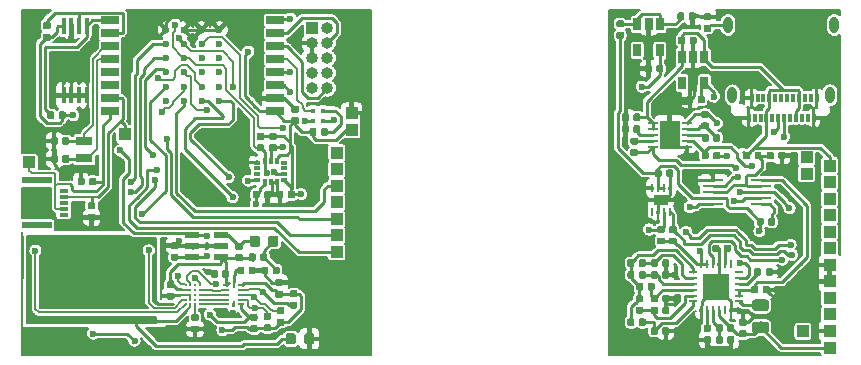
<source format=gtl>
G04 #@! TF.GenerationSoftware,KiCad,Pcbnew,5.1.2-f72e74a~84~ubuntu18.04.1*
G04 #@! TF.CreationDate,2019-06-03T11:10:06+01:00*
G04 #@! TF.ProjectId,HealthMonitor,4865616c-7468-44d6-9f6e-69746f722e6b,rev?*
G04 #@! TF.SameCoordinates,Original*
G04 #@! TF.FileFunction,Copper,L1,Top*
G04 #@! TF.FilePolarity,Positive*
%FSLAX46Y46*%
G04 Gerber Fmt 4.6, Leading zero omitted, Abs format (unit mm)*
G04 Created by KiCad (PCBNEW 5.1.2-f72e74a~84~ubuntu18.04.1) date 2019-06-03 11:10:06*
%MOMM*%
%LPD*%
G04 APERTURE LIST*
%ADD10C,0.100000*%
%ADD11C,0.590000*%
%ADD12R,0.300000X0.700000*%
%ADD13O,0.800000X1.400000*%
%ADD14R,0.350000X0.610000*%
%ADD15R,0.610000X0.350000*%
%ADD16R,0.797560X0.347980*%
%ADD17R,2.598420X0.599440*%
%ADD18R,1.000000X1.000000*%
%ADD19C,0.599440*%
%ADD20R,1.498600X0.698500*%
%ADD21R,1.400000X0.750000*%
%ADD22C,0.875000*%
%ADD23O,1.000000X1.000000*%
%ADD24C,0.230000*%
%ADD25R,0.600000X0.200000*%
%ADD26R,0.200000X0.600000*%
%ADD27R,0.150000X0.250000*%
%ADD28R,0.450000X1.450000*%
%ADD29R,0.450000X0.450000*%
%ADD30R,1.309599X0.568000*%
%ADD31R,0.650000X1.060000*%
%ADD32R,1.766799X0.290200*%
%ADD33R,0.799999X0.210000*%
%ADD34R,0.210000X0.799999*%
%ADD35R,2.300000X2.300000*%
%ADD36R,0.807999X0.224800*%
%ADD37R,1.752600X2.489200*%
%ADD38R,0.224800X0.706399*%
%ADD39R,1.295400X0.889000*%
%ADD40C,0.975000*%
%ADD41C,0.600000*%
%ADD42C,0.250000*%
%ADD43C,0.150000*%
%ADD44C,0.200000*%
G04 APERTURE END LIST*
D10*
G36*
X158616958Y-101665710D02*
G01*
X158631276Y-101667834D01*
X158645317Y-101671351D01*
X158658946Y-101676228D01*
X158672031Y-101682417D01*
X158684447Y-101689858D01*
X158696073Y-101698481D01*
X158706798Y-101708202D01*
X158716519Y-101718927D01*
X158725142Y-101730553D01*
X158732583Y-101742969D01*
X158738772Y-101756054D01*
X158743649Y-101769683D01*
X158747166Y-101783724D01*
X158749290Y-101798042D01*
X158750000Y-101812500D01*
X158750000Y-102107500D01*
X158749290Y-102121958D01*
X158747166Y-102136276D01*
X158743649Y-102150317D01*
X158738772Y-102163946D01*
X158732583Y-102177031D01*
X158725142Y-102189447D01*
X158716519Y-102201073D01*
X158706798Y-102211798D01*
X158696073Y-102221519D01*
X158684447Y-102230142D01*
X158672031Y-102237583D01*
X158658946Y-102243772D01*
X158645317Y-102248649D01*
X158631276Y-102252166D01*
X158616958Y-102254290D01*
X158602500Y-102255000D01*
X158257500Y-102255000D01*
X158243042Y-102254290D01*
X158228724Y-102252166D01*
X158214683Y-102248649D01*
X158201054Y-102243772D01*
X158187969Y-102237583D01*
X158175553Y-102230142D01*
X158163927Y-102221519D01*
X158153202Y-102211798D01*
X158143481Y-102201073D01*
X158134858Y-102189447D01*
X158127417Y-102177031D01*
X158121228Y-102163946D01*
X158116351Y-102150317D01*
X158112834Y-102136276D01*
X158110710Y-102121958D01*
X158110000Y-102107500D01*
X158110000Y-101812500D01*
X158110710Y-101798042D01*
X158112834Y-101783724D01*
X158116351Y-101769683D01*
X158121228Y-101756054D01*
X158127417Y-101742969D01*
X158134858Y-101730553D01*
X158143481Y-101718927D01*
X158153202Y-101708202D01*
X158163927Y-101698481D01*
X158175553Y-101689858D01*
X158187969Y-101682417D01*
X158201054Y-101676228D01*
X158214683Y-101671351D01*
X158228724Y-101667834D01*
X158243042Y-101665710D01*
X158257500Y-101665000D01*
X158602500Y-101665000D01*
X158616958Y-101665710D01*
X158616958Y-101665710D01*
G37*
D11*
X158430000Y-101960000D03*
D10*
G36*
X158616958Y-100695710D02*
G01*
X158631276Y-100697834D01*
X158645317Y-100701351D01*
X158658946Y-100706228D01*
X158672031Y-100712417D01*
X158684447Y-100719858D01*
X158696073Y-100728481D01*
X158706798Y-100738202D01*
X158716519Y-100748927D01*
X158725142Y-100760553D01*
X158732583Y-100772969D01*
X158738772Y-100786054D01*
X158743649Y-100799683D01*
X158747166Y-100813724D01*
X158749290Y-100828042D01*
X158750000Y-100842500D01*
X158750000Y-101137500D01*
X158749290Y-101151958D01*
X158747166Y-101166276D01*
X158743649Y-101180317D01*
X158738772Y-101193946D01*
X158732583Y-101207031D01*
X158725142Y-101219447D01*
X158716519Y-101231073D01*
X158706798Y-101241798D01*
X158696073Y-101251519D01*
X158684447Y-101260142D01*
X158672031Y-101267583D01*
X158658946Y-101273772D01*
X158645317Y-101278649D01*
X158631276Y-101282166D01*
X158616958Y-101284290D01*
X158602500Y-101285000D01*
X158257500Y-101285000D01*
X158243042Y-101284290D01*
X158228724Y-101282166D01*
X158214683Y-101278649D01*
X158201054Y-101273772D01*
X158187969Y-101267583D01*
X158175553Y-101260142D01*
X158163927Y-101251519D01*
X158153202Y-101241798D01*
X158143481Y-101231073D01*
X158134858Y-101219447D01*
X158127417Y-101207031D01*
X158121228Y-101193946D01*
X158116351Y-101180317D01*
X158112834Y-101166276D01*
X158110710Y-101151958D01*
X158110000Y-101137500D01*
X158110000Y-100842500D01*
X158110710Y-100828042D01*
X158112834Y-100813724D01*
X158116351Y-100799683D01*
X158121228Y-100786054D01*
X158127417Y-100772969D01*
X158134858Y-100760553D01*
X158143481Y-100748927D01*
X158153202Y-100738202D01*
X158163927Y-100728481D01*
X158175553Y-100719858D01*
X158187969Y-100712417D01*
X158201054Y-100706228D01*
X158214683Y-100701351D01*
X158228724Y-100697834D01*
X158243042Y-100695710D01*
X158257500Y-100695000D01*
X158602500Y-100695000D01*
X158616958Y-100695710D01*
X158616958Y-100695710D01*
G37*
D11*
X158430000Y-100990000D03*
D12*
X167680000Y-107835000D03*
X167180000Y-107835000D03*
X166680000Y-107835000D03*
X166180000Y-107835000D03*
X165680000Y-107835000D03*
X165180000Y-107835000D03*
X164680000Y-107835000D03*
X164180000Y-107835000D03*
X163680000Y-107835000D03*
X163180000Y-107835000D03*
X162680000Y-107835000D03*
D13*
X169170000Y-101675000D03*
X160190000Y-101675000D03*
X160550000Y-107625000D03*
D12*
X162180000Y-107835000D03*
X162430000Y-109535000D03*
X163930000Y-109535000D03*
X163430000Y-109535000D03*
X162930000Y-109535000D03*
X161930000Y-109535000D03*
X164430000Y-109535000D03*
X164930000Y-109535000D03*
X165430000Y-109535000D03*
X165930000Y-109535000D03*
X166430000Y-109535000D03*
X166930000Y-109535000D03*
X167430000Y-109535000D03*
D13*
X168810000Y-107625000D03*
D14*
X120960000Y-113160000D03*
X121460000Y-113160000D03*
X121960000Y-113160000D03*
D15*
X122620000Y-113320000D03*
X122620000Y-113820000D03*
X122620000Y-114320000D03*
X122620000Y-114820000D03*
D14*
X120960000Y-114980000D03*
X121460000Y-114980000D03*
X121960000Y-114980000D03*
D15*
X120300000Y-113320000D03*
X120300000Y-113820000D03*
X120300000Y-114320000D03*
X120300000Y-114820000D03*
D10*
G36*
X106536958Y-114620710D02*
G01*
X106551276Y-114622834D01*
X106565317Y-114626351D01*
X106578946Y-114631228D01*
X106592031Y-114637417D01*
X106604447Y-114644858D01*
X106616073Y-114653481D01*
X106626798Y-114663202D01*
X106636519Y-114673927D01*
X106645142Y-114685553D01*
X106652583Y-114697969D01*
X106658772Y-114711054D01*
X106663649Y-114724683D01*
X106667166Y-114738724D01*
X106669290Y-114753042D01*
X106670000Y-114767500D01*
X106670000Y-115112500D01*
X106669290Y-115126958D01*
X106667166Y-115141276D01*
X106663649Y-115155317D01*
X106658772Y-115168946D01*
X106652583Y-115182031D01*
X106645142Y-115194447D01*
X106636519Y-115206073D01*
X106626798Y-115216798D01*
X106616073Y-115226519D01*
X106604447Y-115235142D01*
X106592031Y-115242583D01*
X106578946Y-115248772D01*
X106565317Y-115253649D01*
X106551276Y-115257166D01*
X106536958Y-115259290D01*
X106522500Y-115260000D01*
X106227500Y-115260000D01*
X106213042Y-115259290D01*
X106198724Y-115257166D01*
X106184683Y-115253649D01*
X106171054Y-115248772D01*
X106157969Y-115242583D01*
X106145553Y-115235142D01*
X106133927Y-115226519D01*
X106123202Y-115216798D01*
X106113481Y-115206073D01*
X106104858Y-115194447D01*
X106097417Y-115182031D01*
X106091228Y-115168946D01*
X106086351Y-115155317D01*
X106082834Y-115141276D01*
X106080710Y-115126958D01*
X106080000Y-115112500D01*
X106080000Y-114767500D01*
X106080710Y-114753042D01*
X106082834Y-114738724D01*
X106086351Y-114724683D01*
X106091228Y-114711054D01*
X106097417Y-114697969D01*
X106104858Y-114685553D01*
X106113481Y-114673927D01*
X106123202Y-114663202D01*
X106133927Y-114653481D01*
X106145553Y-114644858D01*
X106157969Y-114637417D01*
X106171054Y-114631228D01*
X106184683Y-114626351D01*
X106198724Y-114622834D01*
X106213042Y-114620710D01*
X106227500Y-114620000D01*
X106522500Y-114620000D01*
X106536958Y-114620710D01*
X106536958Y-114620710D01*
G37*
D11*
X106375000Y-114940000D03*
D10*
G36*
X105566958Y-114620710D02*
G01*
X105581276Y-114622834D01*
X105595317Y-114626351D01*
X105608946Y-114631228D01*
X105622031Y-114637417D01*
X105634447Y-114644858D01*
X105646073Y-114653481D01*
X105656798Y-114663202D01*
X105666519Y-114673927D01*
X105675142Y-114685553D01*
X105682583Y-114697969D01*
X105688772Y-114711054D01*
X105693649Y-114724683D01*
X105697166Y-114738724D01*
X105699290Y-114753042D01*
X105700000Y-114767500D01*
X105700000Y-115112500D01*
X105699290Y-115126958D01*
X105697166Y-115141276D01*
X105693649Y-115155317D01*
X105688772Y-115168946D01*
X105682583Y-115182031D01*
X105675142Y-115194447D01*
X105666519Y-115206073D01*
X105656798Y-115216798D01*
X105646073Y-115226519D01*
X105634447Y-115235142D01*
X105622031Y-115242583D01*
X105608946Y-115248772D01*
X105595317Y-115253649D01*
X105581276Y-115257166D01*
X105566958Y-115259290D01*
X105552500Y-115260000D01*
X105257500Y-115260000D01*
X105243042Y-115259290D01*
X105228724Y-115257166D01*
X105214683Y-115253649D01*
X105201054Y-115248772D01*
X105187969Y-115242583D01*
X105175553Y-115235142D01*
X105163927Y-115226519D01*
X105153202Y-115216798D01*
X105143481Y-115206073D01*
X105134858Y-115194447D01*
X105127417Y-115182031D01*
X105121228Y-115168946D01*
X105116351Y-115155317D01*
X105112834Y-115141276D01*
X105110710Y-115126958D01*
X105110000Y-115112500D01*
X105110000Y-114767500D01*
X105110710Y-114753042D01*
X105112834Y-114738724D01*
X105116351Y-114724683D01*
X105121228Y-114711054D01*
X105127417Y-114697969D01*
X105134858Y-114685553D01*
X105143481Y-114673927D01*
X105153202Y-114663202D01*
X105163927Y-114653481D01*
X105175553Y-114644858D01*
X105187969Y-114637417D01*
X105201054Y-114631228D01*
X105214683Y-114626351D01*
X105228724Y-114622834D01*
X105243042Y-114620710D01*
X105257500Y-114620000D01*
X105552500Y-114620000D01*
X105566958Y-114620710D01*
X105566958Y-114620710D01*
G37*
D11*
X105405000Y-114940000D03*
D10*
G36*
X106486958Y-117665710D02*
G01*
X106501276Y-117667834D01*
X106515317Y-117671351D01*
X106528946Y-117676228D01*
X106542031Y-117682417D01*
X106554447Y-117689858D01*
X106566073Y-117698481D01*
X106576798Y-117708202D01*
X106586519Y-117718927D01*
X106595142Y-117730553D01*
X106602583Y-117742969D01*
X106608772Y-117756054D01*
X106613649Y-117769683D01*
X106617166Y-117783724D01*
X106619290Y-117798042D01*
X106620000Y-117812500D01*
X106620000Y-118107500D01*
X106619290Y-118121958D01*
X106617166Y-118136276D01*
X106613649Y-118150317D01*
X106608772Y-118163946D01*
X106602583Y-118177031D01*
X106595142Y-118189447D01*
X106586519Y-118201073D01*
X106576798Y-118211798D01*
X106566073Y-118221519D01*
X106554447Y-118230142D01*
X106542031Y-118237583D01*
X106528946Y-118243772D01*
X106515317Y-118248649D01*
X106501276Y-118252166D01*
X106486958Y-118254290D01*
X106472500Y-118255000D01*
X106127500Y-118255000D01*
X106113042Y-118254290D01*
X106098724Y-118252166D01*
X106084683Y-118248649D01*
X106071054Y-118243772D01*
X106057969Y-118237583D01*
X106045553Y-118230142D01*
X106033927Y-118221519D01*
X106023202Y-118211798D01*
X106013481Y-118201073D01*
X106004858Y-118189447D01*
X105997417Y-118177031D01*
X105991228Y-118163946D01*
X105986351Y-118150317D01*
X105982834Y-118136276D01*
X105980710Y-118121958D01*
X105980000Y-118107500D01*
X105980000Y-117812500D01*
X105980710Y-117798042D01*
X105982834Y-117783724D01*
X105986351Y-117769683D01*
X105991228Y-117756054D01*
X105997417Y-117742969D01*
X106004858Y-117730553D01*
X106013481Y-117718927D01*
X106023202Y-117708202D01*
X106033927Y-117698481D01*
X106045553Y-117689858D01*
X106057969Y-117682417D01*
X106071054Y-117676228D01*
X106084683Y-117671351D01*
X106098724Y-117667834D01*
X106113042Y-117665710D01*
X106127500Y-117665000D01*
X106472500Y-117665000D01*
X106486958Y-117665710D01*
X106486958Y-117665710D01*
G37*
D11*
X106300000Y-117960000D03*
D10*
G36*
X106486958Y-116695710D02*
G01*
X106501276Y-116697834D01*
X106515317Y-116701351D01*
X106528946Y-116706228D01*
X106542031Y-116712417D01*
X106554447Y-116719858D01*
X106566073Y-116728481D01*
X106576798Y-116738202D01*
X106586519Y-116748927D01*
X106595142Y-116760553D01*
X106602583Y-116772969D01*
X106608772Y-116786054D01*
X106613649Y-116799683D01*
X106617166Y-116813724D01*
X106619290Y-116828042D01*
X106620000Y-116842500D01*
X106620000Y-117137500D01*
X106619290Y-117151958D01*
X106617166Y-117166276D01*
X106613649Y-117180317D01*
X106608772Y-117193946D01*
X106602583Y-117207031D01*
X106595142Y-117219447D01*
X106586519Y-117231073D01*
X106576798Y-117241798D01*
X106566073Y-117251519D01*
X106554447Y-117260142D01*
X106542031Y-117267583D01*
X106528946Y-117273772D01*
X106515317Y-117278649D01*
X106501276Y-117282166D01*
X106486958Y-117284290D01*
X106472500Y-117285000D01*
X106127500Y-117285000D01*
X106113042Y-117284290D01*
X106098724Y-117282166D01*
X106084683Y-117278649D01*
X106071054Y-117273772D01*
X106057969Y-117267583D01*
X106045553Y-117260142D01*
X106033927Y-117251519D01*
X106023202Y-117241798D01*
X106013481Y-117231073D01*
X106004858Y-117219447D01*
X105997417Y-117207031D01*
X105991228Y-117193946D01*
X105986351Y-117180317D01*
X105982834Y-117166276D01*
X105980710Y-117151958D01*
X105980000Y-117137500D01*
X105980000Y-116842500D01*
X105980710Y-116828042D01*
X105982834Y-116813724D01*
X105986351Y-116799683D01*
X105991228Y-116786054D01*
X105997417Y-116772969D01*
X106004858Y-116760553D01*
X106013481Y-116748927D01*
X106023202Y-116738202D01*
X106033927Y-116728481D01*
X106045553Y-116719858D01*
X106057969Y-116712417D01*
X106071054Y-116706228D01*
X106084683Y-116701351D01*
X106098724Y-116697834D01*
X106113042Y-116695710D01*
X106127500Y-116695000D01*
X106472500Y-116695000D01*
X106486958Y-116695710D01*
X106486958Y-116695710D01*
G37*
D11*
X106300000Y-116990000D03*
D16*
X103928080Y-115741780D03*
X103928080Y-116242160D03*
X103928080Y-116740000D03*
X103928080Y-117237840D03*
X103928080Y-117738220D03*
D17*
X101631920Y-114840080D03*
X101631920Y-118639920D03*
D18*
X109100000Y-110930000D03*
X101010000Y-113310000D03*
D19*
X117103140Y-108091020D03*
X117103140Y-106892140D03*
X117103140Y-105690720D03*
X117103140Y-104491840D03*
X117103140Y-103290420D03*
X117103140Y-102091540D03*
X115604540Y-108091020D03*
X115604540Y-106892140D03*
X115604540Y-105690720D03*
X115604540Y-104491840D03*
X115604540Y-103290420D03*
X115604540Y-102091540D03*
X114103400Y-108091020D03*
X114103400Y-106892140D03*
X114103400Y-105690720D03*
X114103400Y-104491840D03*
X114103400Y-103290420D03*
X114103400Y-102091540D03*
X112604800Y-108091020D03*
X112604800Y-106892140D03*
X112604800Y-105690720D03*
X112604800Y-104491840D03*
X112604800Y-103290420D03*
X112604800Y-102091540D03*
D20*
X121852940Y-101291440D03*
X121852940Y-102391260D03*
X121852940Y-103491080D03*
X121852940Y-104590900D03*
X121852940Y-105690720D03*
X121852940Y-106790540D03*
X121852940Y-107890360D03*
X121852940Y-108990180D03*
X107855000Y-108990180D03*
X107855000Y-107890360D03*
X107855000Y-106790540D03*
X107855000Y-105690720D03*
X107855000Y-104590900D03*
X107855000Y-103491080D03*
X107855000Y-102391260D03*
X107855000Y-101291440D03*
D18*
X127060000Y-112490000D03*
X127060000Y-116690000D03*
D21*
X105680000Y-111510000D03*
X105680000Y-112970000D03*
D10*
G36*
X123366958Y-115700710D02*
G01*
X123381276Y-115702834D01*
X123395317Y-115706351D01*
X123408946Y-115711228D01*
X123422031Y-115717417D01*
X123434447Y-115724858D01*
X123446073Y-115733481D01*
X123456798Y-115743202D01*
X123466519Y-115753927D01*
X123475142Y-115765553D01*
X123482583Y-115777969D01*
X123488772Y-115791054D01*
X123493649Y-115804683D01*
X123497166Y-115818724D01*
X123499290Y-115833042D01*
X123500000Y-115847500D01*
X123500000Y-116192500D01*
X123499290Y-116206958D01*
X123497166Y-116221276D01*
X123493649Y-116235317D01*
X123488772Y-116248946D01*
X123482583Y-116262031D01*
X123475142Y-116274447D01*
X123466519Y-116286073D01*
X123456798Y-116296798D01*
X123446073Y-116306519D01*
X123434447Y-116315142D01*
X123422031Y-116322583D01*
X123408946Y-116328772D01*
X123395317Y-116333649D01*
X123381276Y-116337166D01*
X123366958Y-116339290D01*
X123352500Y-116340000D01*
X123057500Y-116340000D01*
X123043042Y-116339290D01*
X123028724Y-116337166D01*
X123014683Y-116333649D01*
X123001054Y-116328772D01*
X122987969Y-116322583D01*
X122975553Y-116315142D01*
X122963927Y-116306519D01*
X122953202Y-116296798D01*
X122943481Y-116286073D01*
X122934858Y-116274447D01*
X122927417Y-116262031D01*
X122921228Y-116248946D01*
X122916351Y-116235317D01*
X122912834Y-116221276D01*
X122910710Y-116206958D01*
X122910000Y-116192500D01*
X122910000Y-115847500D01*
X122910710Y-115833042D01*
X122912834Y-115818724D01*
X122916351Y-115804683D01*
X122921228Y-115791054D01*
X122927417Y-115777969D01*
X122934858Y-115765553D01*
X122943481Y-115753927D01*
X122953202Y-115743202D01*
X122963927Y-115733481D01*
X122975553Y-115724858D01*
X122987969Y-115717417D01*
X123001054Y-115711228D01*
X123014683Y-115706351D01*
X123028724Y-115702834D01*
X123043042Y-115700710D01*
X123057500Y-115700000D01*
X123352500Y-115700000D01*
X123366958Y-115700710D01*
X123366958Y-115700710D01*
G37*
D11*
X123205000Y-116020000D03*
D10*
G36*
X122396958Y-115700710D02*
G01*
X122411276Y-115702834D01*
X122425317Y-115706351D01*
X122438946Y-115711228D01*
X122452031Y-115717417D01*
X122464447Y-115724858D01*
X122476073Y-115733481D01*
X122486798Y-115743202D01*
X122496519Y-115753927D01*
X122505142Y-115765553D01*
X122512583Y-115777969D01*
X122518772Y-115791054D01*
X122523649Y-115804683D01*
X122527166Y-115818724D01*
X122529290Y-115833042D01*
X122530000Y-115847500D01*
X122530000Y-116192500D01*
X122529290Y-116206958D01*
X122527166Y-116221276D01*
X122523649Y-116235317D01*
X122518772Y-116248946D01*
X122512583Y-116262031D01*
X122505142Y-116274447D01*
X122496519Y-116286073D01*
X122486798Y-116296798D01*
X122476073Y-116306519D01*
X122464447Y-116315142D01*
X122452031Y-116322583D01*
X122438946Y-116328772D01*
X122425317Y-116333649D01*
X122411276Y-116337166D01*
X122396958Y-116339290D01*
X122382500Y-116340000D01*
X122087500Y-116340000D01*
X122073042Y-116339290D01*
X122058724Y-116337166D01*
X122044683Y-116333649D01*
X122031054Y-116328772D01*
X122017969Y-116322583D01*
X122005553Y-116315142D01*
X121993927Y-116306519D01*
X121983202Y-116296798D01*
X121973481Y-116286073D01*
X121964858Y-116274447D01*
X121957417Y-116262031D01*
X121951228Y-116248946D01*
X121946351Y-116235317D01*
X121942834Y-116221276D01*
X121940710Y-116206958D01*
X121940000Y-116192500D01*
X121940000Y-115847500D01*
X121940710Y-115833042D01*
X121942834Y-115818724D01*
X121946351Y-115804683D01*
X121951228Y-115791054D01*
X121957417Y-115777969D01*
X121964858Y-115765553D01*
X121973481Y-115753927D01*
X121983202Y-115743202D01*
X121993927Y-115733481D01*
X122005553Y-115724858D01*
X122017969Y-115717417D01*
X122031054Y-115711228D01*
X122044683Y-115706351D01*
X122058724Y-115702834D01*
X122073042Y-115700710D01*
X122087500Y-115700000D01*
X122382500Y-115700000D01*
X122396958Y-115700710D01*
X122396958Y-115700710D01*
G37*
D11*
X122235000Y-116020000D03*
D10*
G36*
X120386958Y-115720710D02*
G01*
X120401276Y-115722834D01*
X120415317Y-115726351D01*
X120428946Y-115731228D01*
X120442031Y-115737417D01*
X120454447Y-115744858D01*
X120466073Y-115753481D01*
X120476798Y-115763202D01*
X120486519Y-115773927D01*
X120495142Y-115785553D01*
X120502583Y-115797969D01*
X120508772Y-115811054D01*
X120513649Y-115824683D01*
X120517166Y-115838724D01*
X120519290Y-115853042D01*
X120520000Y-115867500D01*
X120520000Y-116212500D01*
X120519290Y-116226958D01*
X120517166Y-116241276D01*
X120513649Y-116255317D01*
X120508772Y-116268946D01*
X120502583Y-116282031D01*
X120495142Y-116294447D01*
X120486519Y-116306073D01*
X120476798Y-116316798D01*
X120466073Y-116326519D01*
X120454447Y-116335142D01*
X120442031Y-116342583D01*
X120428946Y-116348772D01*
X120415317Y-116353649D01*
X120401276Y-116357166D01*
X120386958Y-116359290D01*
X120372500Y-116360000D01*
X120077500Y-116360000D01*
X120063042Y-116359290D01*
X120048724Y-116357166D01*
X120034683Y-116353649D01*
X120021054Y-116348772D01*
X120007969Y-116342583D01*
X119995553Y-116335142D01*
X119983927Y-116326519D01*
X119973202Y-116316798D01*
X119963481Y-116306073D01*
X119954858Y-116294447D01*
X119947417Y-116282031D01*
X119941228Y-116268946D01*
X119936351Y-116255317D01*
X119932834Y-116241276D01*
X119930710Y-116226958D01*
X119930000Y-116212500D01*
X119930000Y-115867500D01*
X119930710Y-115853042D01*
X119932834Y-115838724D01*
X119936351Y-115824683D01*
X119941228Y-115811054D01*
X119947417Y-115797969D01*
X119954858Y-115785553D01*
X119963481Y-115773927D01*
X119973202Y-115763202D01*
X119983927Y-115753481D01*
X119995553Y-115744858D01*
X120007969Y-115737417D01*
X120021054Y-115731228D01*
X120034683Y-115726351D01*
X120048724Y-115722834D01*
X120063042Y-115720710D01*
X120077500Y-115720000D01*
X120372500Y-115720000D01*
X120386958Y-115720710D01*
X120386958Y-115720710D01*
G37*
D11*
X120225000Y-116040000D03*
D10*
G36*
X121356958Y-115720710D02*
G01*
X121371276Y-115722834D01*
X121385317Y-115726351D01*
X121398946Y-115731228D01*
X121412031Y-115737417D01*
X121424447Y-115744858D01*
X121436073Y-115753481D01*
X121446798Y-115763202D01*
X121456519Y-115773927D01*
X121465142Y-115785553D01*
X121472583Y-115797969D01*
X121478772Y-115811054D01*
X121483649Y-115824683D01*
X121487166Y-115838724D01*
X121489290Y-115853042D01*
X121490000Y-115867500D01*
X121490000Y-116212500D01*
X121489290Y-116226958D01*
X121487166Y-116241276D01*
X121483649Y-116255317D01*
X121478772Y-116268946D01*
X121472583Y-116282031D01*
X121465142Y-116294447D01*
X121456519Y-116306073D01*
X121446798Y-116316798D01*
X121436073Y-116326519D01*
X121424447Y-116335142D01*
X121412031Y-116342583D01*
X121398946Y-116348772D01*
X121385317Y-116353649D01*
X121371276Y-116357166D01*
X121356958Y-116359290D01*
X121342500Y-116360000D01*
X121047500Y-116360000D01*
X121033042Y-116359290D01*
X121018724Y-116357166D01*
X121004683Y-116353649D01*
X120991054Y-116348772D01*
X120977969Y-116342583D01*
X120965553Y-116335142D01*
X120953927Y-116326519D01*
X120943202Y-116316798D01*
X120933481Y-116306073D01*
X120924858Y-116294447D01*
X120917417Y-116282031D01*
X120911228Y-116268946D01*
X120906351Y-116255317D01*
X120902834Y-116241276D01*
X120900710Y-116226958D01*
X120900000Y-116212500D01*
X120900000Y-115867500D01*
X120900710Y-115853042D01*
X120902834Y-115838724D01*
X120906351Y-115824683D01*
X120911228Y-115811054D01*
X120917417Y-115797969D01*
X120924858Y-115785553D01*
X120933481Y-115773927D01*
X120943202Y-115763202D01*
X120953927Y-115753481D01*
X120965553Y-115744858D01*
X120977969Y-115737417D01*
X120991054Y-115731228D01*
X121004683Y-115726351D01*
X121018724Y-115722834D01*
X121033042Y-115720710D01*
X121047500Y-115720000D01*
X121342500Y-115720000D01*
X121356958Y-115720710D01*
X121356958Y-115720710D01*
G37*
D11*
X121195000Y-116040000D03*
D10*
G36*
X113516958Y-121030710D02*
G01*
X113531276Y-121032834D01*
X113545317Y-121036351D01*
X113558946Y-121041228D01*
X113572031Y-121047417D01*
X113584447Y-121054858D01*
X113596073Y-121063481D01*
X113606798Y-121073202D01*
X113616519Y-121083927D01*
X113625142Y-121095553D01*
X113632583Y-121107969D01*
X113638772Y-121121054D01*
X113643649Y-121134683D01*
X113647166Y-121148724D01*
X113649290Y-121163042D01*
X113650000Y-121177500D01*
X113650000Y-121472500D01*
X113649290Y-121486958D01*
X113647166Y-121501276D01*
X113643649Y-121515317D01*
X113638772Y-121528946D01*
X113632583Y-121542031D01*
X113625142Y-121554447D01*
X113616519Y-121566073D01*
X113606798Y-121576798D01*
X113596073Y-121586519D01*
X113584447Y-121595142D01*
X113572031Y-121602583D01*
X113558946Y-121608772D01*
X113545317Y-121613649D01*
X113531276Y-121617166D01*
X113516958Y-121619290D01*
X113502500Y-121620000D01*
X113157500Y-121620000D01*
X113143042Y-121619290D01*
X113128724Y-121617166D01*
X113114683Y-121613649D01*
X113101054Y-121608772D01*
X113087969Y-121602583D01*
X113075553Y-121595142D01*
X113063927Y-121586519D01*
X113053202Y-121576798D01*
X113043481Y-121566073D01*
X113034858Y-121554447D01*
X113027417Y-121542031D01*
X113021228Y-121528946D01*
X113016351Y-121515317D01*
X113012834Y-121501276D01*
X113010710Y-121486958D01*
X113010000Y-121472500D01*
X113010000Y-121177500D01*
X113010710Y-121163042D01*
X113012834Y-121148724D01*
X113016351Y-121134683D01*
X113021228Y-121121054D01*
X113027417Y-121107969D01*
X113034858Y-121095553D01*
X113043481Y-121083927D01*
X113053202Y-121073202D01*
X113063927Y-121063481D01*
X113075553Y-121054858D01*
X113087969Y-121047417D01*
X113101054Y-121041228D01*
X113114683Y-121036351D01*
X113128724Y-121032834D01*
X113143042Y-121030710D01*
X113157500Y-121030000D01*
X113502500Y-121030000D01*
X113516958Y-121030710D01*
X113516958Y-121030710D01*
G37*
D11*
X113330000Y-121325000D03*
D10*
G36*
X113516958Y-120060710D02*
G01*
X113531276Y-120062834D01*
X113545317Y-120066351D01*
X113558946Y-120071228D01*
X113572031Y-120077417D01*
X113584447Y-120084858D01*
X113596073Y-120093481D01*
X113606798Y-120103202D01*
X113616519Y-120113927D01*
X113625142Y-120125553D01*
X113632583Y-120137969D01*
X113638772Y-120151054D01*
X113643649Y-120164683D01*
X113647166Y-120178724D01*
X113649290Y-120193042D01*
X113650000Y-120207500D01*
X113650000Y-120502500D01*
X113649290Y-120516958D01*
X113647166Y-120531276D01*
X113643649Y-120545317D01*
X113638772Y-120558946D01*
X113632583Y-120572031D01*
X113625142Y-120584447D01*
X113616519Y-120596073D01*
X113606798Y-120606798D01*
X113596073Y-120616519D01*
X113584447Y-120625142D01*
X113572031Y-120632583D01*
X113558946Y-120638772D01*
X113545317Y-120643649D01*
X113531276Y-120647166D01*
X113516958Y-120649290D01*
X113502500Y-120650000D01*
X113157500Y-120650000D01*
X113143042Y-120649290D01*
X113128724Y-120647166D01*
X113114683Y-120643649D01*
X113101054Y-120638772D01*
X113087969Y-120632583D01*
X113075553Y-120625142D01*
X113063927Y-120616519D01*
X113053202Y-120606798D01*
X113043481Y-120596073D01*
X113034858Y-120584447D01*
X113027417Y-120572031D01*
X113021228Y-120558946D01*
X113016351Y-120545317D01*
X113012834Y-120531276D01*
X113010710Y-120516958D01*
X113010000Y-120502500D01*
X113010000Y-120207500D01*
X113010710Y-120193042D01*
X113012834Y-120178724D01*
X113016351Y-120164683D01*
X113021228Y-120151054D01*
X113027417Y-120137969D01*
X113034858Y-120125553D01*
X113043481Y-120113927D01*
X113053202Y-120103202D01*
X113063927Y-120093481D01*
X113075553Y-120084858D01*
X113087969Y-120077417D01*
X113101054Y-120071228D01*
X113114683Y-120066351D01*
X113128724Y-120062834D01*
X113143042Y-120060710D01*
X113157500Y-120060000D01*
X113502500Y-120060000D01*
X113516958Y-120060710D01*
X113516958Y-120060710D01*
G37*
D11*
X113330000Y-120355000D03*
D10*
G36*
X122346958Y-124160710D02*
G01*
X122361276Y-124162834D01*
X122375317Y-124166351D01*
X122388946Y-124171228D01*
X122402031Y-124177417D01*
X122414447Y-124184858D01*
X122426073Y-124193481D01*
X122436798Y-124203202D01*
X122446519Y-124213927D01*
X122455142Y-124225553D01*
X122462583Y-124237969D01*
X122468772Y-124251054D01*
X122473649Y-124264683D01*
X122477166Y-124278724D01*
X122479290Y-124293042D01*
X122480000Y-124307500D01*
X122480000Y-124602500D01*
X122479290Y-124616958D01*
X122477166Y-124631276D01*
X122473649Y-124645317D01*
X122468772Y-124658946D01*
X122462583Y-124672031D01*
X122455142Y-124684447D01*
X122446519Y-124696073D01*
X122436798Y-124706798D01*
X122426073Y-124716519D01*
X122414447Y-124725142D01*
X122402031Y-124732583D01*
X122388946Y-124738772D01*
X122375317Y-124743649D01*
X122361276Y-124747166D01*
X122346958Y-124749290D01*
X122332500Y-124750000D01*
X121987500Y-124750000D01*
X121973042Y-124749290D01*
X121958724Y-124747166D01*
X121944683Y-124743649D01*
X121931054Y-124738772D01*
X121917969Y-124732583D01*
X121905553Y-124725142D01*
X121893927Y-124716519D01*
X121883202Y-124706798D01*
X121873481Y-124696073D01*
X121864858Y-124684447D01*
X121857417Y-124672031D01*
X121851228Y-124658946D01*
X121846351Y-124645317D01*
X121842834Y-124631276D01*
X121840710Y-124616958D01*
X121840000Y-124602500D01*
X121840000Y-124307500D01*
X121840710Y-124293042D01*
X121842834Y-124278724D01*
X121846351Y-124264683D01*
X121851228Y-124251054D01*
X121857417Y-124237969D01*
X121864858Y-124225553D01*
X121873481Y-124213927D01*
X121883202Y-124203202D01*
X121893927Y-124193481D01*
X121905553Y-124184858D01*
X121917969Y-124177417D01*
X121931054Y-124171228D01*
X121944683Y-124166351D01*
X121958724Y-124162834D01*
X121973042Y-124160710D01*
X121987500Y-124160000D01*
X122332500Y-124160000D01*
X122346958Y-124160710D01*
X122346958Y-124160710D01*
G37*
D11*
X122160000Y-124455000D03*
D10*
G36*
X122346958Y-123190710D02*
G01*
X122361276Y-123192834D01*
X122375317Y-123196351D01*
X122388946Y-123201228D01*
X122402031Y-123207417D01*
X122414447Y-123214858D01*
X122426073Y-123223481D01*
X122436798Y-123233202D01*
X122446519Y-123243927D01*
X122455142Y-123255553D01*
X122462583Y-123267969D01*
X122468772Y-123281054D01*
X122473649Y-123294683D01*
X122477166Y-123308724D01*
X122479290Y-123323042D01*
X122480000Y-123337500D01*
X122480000Y-123632500D01*
X122479290Y-123646958D01*
X122477166Y-123661276D01*
X122473649Y-123675317D01*
X122468772Y-123688946D01*
X122462583Y-123702031D01*
X122455142Y-123714447D01*
X122446519Y-123726073D01*
X122436798Y-123736798D01*
X122426073Y-123746519D01*
X122414447Y-123755142D01*
X122402031Y-123762583D01*
X122388946Y-123768772D01*
X122375317Y-123773649D01*
X122361276Y-123777166D01*
X122346958Y-123779290D01*
X122332500Y-123780000D01*
X121987500Y-123780000D01*
X121973042Y-123779290D01*
X121958724Y-123777166D01*
X121944683Y-123773649D01*
X121931054Y-123768772D01*
X121917969Y-123762583D01*
X121905553Y-123755142D01*
X121893927Y-123746519D01*
X121883202Y-123736798D01*
X121873481Y-123726073D01*
X121864858Y-123714447D01*
X121857417Y-123702031D01*
X121851228Y-123688946D01*
X121846351Y-123675317D01*
X121842834Y-123661276D01*
X121840710Y-123646958D01*
X121840000Y-123632500D01*
X121840000Y-123337500D01*
X121840710Y-123323042D01*
X121842834Y-123308724D01*
X121846351Y-123294683D01*
X121851228Y-123281054D01*
X121857417Y-123267969D01*
X121864858Y-123255553D01*
X121873481Y-123243927D01*
X121883202Y-123233202D01*
X121893927Y-123223481D01*
X121905553Y-123214858D01*
X121917969Y-123207417D01*
X121931054Y-123201228D01*
X121944683Y-123196351D01*
X121958724Y-123192834D01*
X121973042Y-123190710D01*
X121987500Y-123190000D01*
X122332500Y-123190000D01*
X122346958Y-123190710D01*
X122346958Y-123190710D01*
G37*
D11*
X122160000Y-123485000D03*
D10*
G36*
X121026958Y-121020710D02*
G01*
X121041276Y-121022834D01*
X121055317Y-121026351D01*
X121068946Y-121031228D01*
X121082031Y-121037417D01*
X121094447Y-121044858D01*
X121106073Y-121053481D01*
X121116798Y-121063202D01*
X121126519Y-121073927D01*
X121135142Y-121085553D01*
X121142583Y-121097969D01*
X121148772Y-121111054D01*
X121153649Y-121124683D01*
X121157166Y-121138724D01*
X121159290Y-121153042D01*
X121160000Y-121167500D01*
X121160000Y-121512500D01*
X121159290Y-121526958D01*
X121157166Y-121541276D01*
X121153649Y-121555317D01*
X121148772Y-121568946D01*
X121142583Y-121582031D01*
X121135142Y-121594447D01*
X121126519Y-121606073D01*
X121116798Y-121616798D01*
X121106073Y-121626519D01*
X121094447Y-121635142D01*
X121082031Y-121642583D01*
X121068946Y-121648772D01*
X121055317Y-121653649D01*
X121041276Y-121657166D01*
X121026958Y-121659290D01*
X121012500Y-121660000D01*
X120717500Y-121660000D01*
X120703042Y-121659290D01*
X120688724Y-121657166D01*
X120674683Y-121653649D01*
X120661054Y-121648772D01*
X120647969Y-121642583D01*
X120635553Y-121635142D01*
X120623927Y-121626519D01*
X120613202Y-121616798D01*
X120603481Y-121606073D01*
X120594858Y-121594447D01*
X120587417Y-121582031D01*
X120581228Y-121568946D01*
X120576351Y-121555317D01*
X120572834Y-121541276D01*
X120570710Y-121526958D01*
X120570000Y-121512500D01*
X120570000Y-121167500D01*
X120570710Y-121153042D01*
X120572834Y-121138724D01*
X120576351Y-121124683D01*
X120581228Y-121111054D01*
X120587417Y-121097969D01*
X120594858Y-121085553D01*
X120603481Y-121073927D01*
X120613202Y-121063202D01*
X120623927Y-121053481D01*
X120635553Y-121044858D01*
X120647969Y-121037417D01*
X120661054Y-121031228D01*
X120674683Y-121026351D01*
X120688724Y-121022834D01*
X120703042Y-121020710D01*
X120717500Y-121020000D01*
X121012500Y-121020000D01*
X121026958Y-121020710D01*
X121026958Y-121020710D01*
G37*
D11*
X120865000Y-121340000D03*
D10*
G36*
X120056958Y-121020710D02*
G01*
X120071276Y-121022834D01*
X120085317Y-121026351D01*
X120098946Y-121031228D01*
X120112031Y-121037417D01*
X120124447Y-121044858D01*
X120136073Y-121053481D01*
X120146798Y-121063202D01*
X120156519Y-121073927D01*
X120165142Y-121085553D01*
X120172583Y-121097969D01*
X120178772Y-121111054D01*
X120183649Y-121124683D01*
X120187166Y-121138724D01*
X120189290Y-121153042D01*
X120190000Y-121167500D01*
X120190000Y-121512500D01*
X120189290Y-121526958D01*
X120187166Y-121541276D01*
X120183649Y-121555317D01*
X120178772Y-121568946D01*
X120172583Y-121582031D01*
X120165142Y-121594447D01*
X120156519Y-121606073D01*
X120146798Y-121616798D01*
X120136073Y-121626519D01*
X120124447Y-121635142D01*
X120112031Y-121642583D01*
X120098946Y-121648772D01*
X120085317Y-121653649D01*
X120071276Y-121657166D01*
X120056958Y-121659290D01*
X120042500Y-121660000D01*
X119747500Y-121660000D01*
X119733042Y-121659290D01*
X119718724Y-121657166D01*
X119704683Y-121653649D01*
X119691054Y-121648772D01*
X119677969Y-121642583D01*
X119665553Y-121635142D01*
X119653927Y-121626519D01*
X119643202Y-121616798D01*
X119633481Y-121606073D01*
X119624858Y-121594447D01*
X119617417Y-121582031D01*
X119611228Y-121568946D01*
X119606351Y-121555317D01*
X119602834Y-121541276D01*
X119600710Y-121526958D01*
X119600000Y-121512500D01*
X119600000Y-121167500D01*
X119600710Y-121153042D01*
X119602834Y-121138724D01*
X119606351Y-121124683D01*
X119611228Y-121111054D01*
X119617417Y-121097969D01*
X119624858Y-121085553D01*
X119633481Y-121073927D01*
X119643202Y-121063202D01*
X119653927Y-121053481D01*
X119665553Y-121044858D01*
X119677969Y-121037417D01*
X119691054Y-121031228D01*
X119704683Y-121026351D01*
X119718724Y-121022834D01*
X119733042Y-121020710D01*
X119747500Y-121020000D01*
X120042500Y-121020000D01*
X120056958Y-121020710D01*
X120056958Y-121020710D01*
G37*
D11*
X119895000Y-121340000D03*
D10*
G36*
X115231958Y-126150710D02*
G01*
X115246276Y-126152834D01*
X115260317Y-126156351D01*
X115273946Y-126161228D01*
X115287031Y-126167417D01*
X115299447Y-126174858D01*
X115311073Y-126183481D01*
X115321798Y-126193202D01*
X115331519Y-126203927D01*
X115340142Y-126215553D01*
X115347583Y-126227969D01*
X115353772Y-126241054D01*
X115358649Y-126254683D01*
X115362166Y-126268724D01*
X115364290Y-126283042D01*
X115365000Y-126297500D01*
X115365000Y-126592500D01*
X115364290Y-126606958D01*
X115362166Y-126621276D01*
X115358649Y-126635317D01*
X115353772Y-126648946D01*
X115347583Y-126662031D01*
X115340142Y-126674447D01*
X115331519Y-126686073D01*
X115321798Y-126696798D01*
X115311073Y-126706519D01*
X115299447Y-126715142D01*
X115287031Y-126722583D01*
X115273946Y-126728772D01*
X115260317Y-126733649D01*
X115246276Y-126737166D01*
X115231958Y-126739290D01*
X115217500Y-126740000D01*
X114872500Y-126740000D01*
X114858042Y-126739290D01*
X114843724Y-126737166D01*
X114829683Y-126733649D01*
X114816054Y-126728772D01*
X114802969Y-126722583D01*
X114790553Y-126715142D01*
X114778927Y-126706519D01*
X114768202Y-126696798D01*
X114758481Y-126686073D01*
X114749858Y-126674447D01*
X114742417Y-126662031D01*
X114736228Y-126648946D01*
X114731351Y-126635317D01*
X114727834Y-126621276D01*
X114725710Y-126606958D01*
X114725000Y-126592500D01*
X114725000Y-126297500D01*
X114725710Y-126283042D01*
X114727834Y-126268724D01*
X114731351Y-126254683D01*
X114736228Y-126241054D01*
X114742417Y-126227969D01*
X114749858Y-126215553D01*
X114758481Y-126203927D01*
X114768202Y-126193202D01*
X114778927Y-126183481D01*
X114790553Y-126174858D01*
X114802969Y-126167417D01*
X114816054Y-126161228D01*
X114829683Y-126156351D01*
X114843724Y-126152834D01*
X114858042Y-126150710D01*
X114872500Y-126150000D01*
X115217500Y-126150000D01*
X115231958Y-126150710D01*
X115231958Y-126150710D01*
G37*
D11*
X115045000Y-126445000D03*
D10*
G36*
X115231958Y-127120710D02*
G01*
X115246276Y-127122834D01*
X115260317Y-127126351D01*
X115273946Y-127131228D01*
X115287031Y-127137417D01*
X115299447Y-127144858D01*
X115311073Y-127153481D01*
X115321798Y-127163202D01*
X115331519Y-127173927D01*
X115340142Y-127185553D01*
X115347583Y-127197969D01*
X115353772Y-127211054D01*
X115358649Y-127224683D01*
X115362166Y-127238724D01*
X115364290Y-127253042D01*
X115365000Y-127267500D01*
X115365000Y-127562500D01*
X115364290Y-127576958D01*
X115362166Y-127591276D01*
X115358649Y-127605317D01*
X115353772Y-127618946D01*
X115347583Y-127632031D01*
X115340142Y-127644447D01*
X115331519Y-127656073D01*
X115321798Y-127666798D01*
X115311073Y-127676519D01*
X115299447Y-127685142D01*
X115287031Y-127692583D01*
X115273946Y-127698772D01*
X115260317Y-127703649D01*
X115246276Y-127707166D01*
X115231958Y-127709290D01*
X115217500Y-127710000D01*
X114872500Y-127710000D01*
X114858042Y-127709290D01*
X114843724Y-127707166D01*
X114829683Y-127703649D01*
X114816054Y-127698772D01*
X114802969Y-127692583D01*
X114790553Y-127685142D01*
X114778927Y-127676519D01*
X114768202Y-127666798D01*
X114758481Y-127656073D01*
X114749858Y-127644447D01*
X114742417Y-127632031D01*
X114736228Y-127618946D01*
X114731351Y-127605317D01*
X114727834Y-127591276D01*
X114725710Y-127576958D01*
X114725000Y-127562500D01*
X114725000Y-127267500D01*
X114725710Y-127253042D01*
X114727834Y-127238724D01*
X114731351Y-127224683D01*
X114736228Y-127211054D01*
X114742417Y-127197969D01*
X114749858Y-127185553D01*
X114758481Y-127173927D01*
X114768202Y-127163202D01*
X114778927Y-127153481D01*
X114790553Y-127144858D01*
X114802969Y-127137417D01*
X114816054Y-127131228D01*
X114829683Y-127126351D01*
X114843724Y-127122834D01*
X114858042Y-127120710D01*
X114872500Y-127120000D01*
X115217500Y-127120000D01*
X115231958Y-127120710D01*
X115231958Y-127120710D01*
G37*
D11*
X115045000Y-127415000D03*
D10*
G36*
X121116958Y-122130710D02*
G01*
X121131276Y-122132834D01*
X121145317Y-122136351D01*
X121158946Y-122141228D01*
X121172031Y-122147417D01*
X121184447Y-122154858D01*
X121196073Y-122163481D01*
X121206798Y-122173202D01*
X121216519Y-122183927D01*
X121225142Y-122195553D01*
X121232583Y-122207969D01*
X121238772Y-122221054D01*
X121243649Y-122234683D01*
X121247166Y-122248724D01*
X121249290Y-122263042D01*
X121250000Y-122277500D01*
X121250000Y-122622500D01*
X121249290Y-122636958D01*
X121247166Y-122651276D01*
X121243649Y-122665317D01*
X121238772Y-122678946D01*
X121232583Y-122692031D01*
X121225142Y-122704447D01*
X121216519Y-122716073D01*
X121206798Y-122726798D01*
X121196073Y-122736519D01*
X121184447Y-122745142D01*
X121172031Y-122752583D01*
X121158946Y-122758772D01*
X121145317Y-122763649D01*
X121131276Y-122767166D01*
X121116958Y-122769290D01*
X121102500Y-122770000D01*
X120807500Y-122770000D01*
X120793042Y-122769290D01*
X120778724Y-122767166D01*
X120764683Y-122763649D01*
X120751054Y-122758772D01*
X120737969Y-122752583D01*
X120725553Y-122745142D01*
X120713927Y-122736519D01*
X120703202Y-122726798D01*
X120693481Y-122716073D01*
X120684858Y-122704447D01*
X120677417Y-122692031D01*
X120671228Y-122678946D01*
X120666351Y-122665317D01*
X120662834Y-122651276D01*
X120660710Y-122636958D01*
X120660000Y-122622500D01*
X120660000Y-122277500D01*
X120660710Y-122263042D01*
X120662834Y-122248724D01*
X120666351Y-122234683D01*
X120671228Y-122221054D01*
X120677417Y-122207969D01*
X120684858Y-122195553D01*
X120693481Y-122183927D01*
X120703202Y-122173202D01*
X120713927Y-122163481D01*
X120725553Y-122154858D01*
X120737969Y-122147417D01*
X120751054Y-122141228D01*
X120764683Y-122136351D01*
X120778724Y-122132834D01*
X120793042Y-122130710D01*
X120807500Y-122130000D01*
X121102500Y-122130000D01*
X121116958Y-122130710D01*
X121116958Y-122130710D01*
G37*
D11*
X120955000Y-122450000D03*
D10*
G36*
X122086958Y-122130710D02*
G01*
X122101276Y-122132834D01*
X122115317Y-122136351D01*
X122128946Y-122141228D01*
X122142031Y-122147417D01*
X122154447Y-122154858D01*
X122166073Y-122163481D01*
X122176798Y-122173202D01*
X122186519Y-122183927D01*
X122195142Y-122195553D01*
X122202583Y-122207969D01*
X122208772Y-122221054D01*
X122213649Y-122234683D01*
X122217166Y-122248724D01*
X122219290Y-122263042D01*
X122220000Y-122277500D01*
X122220000Y-122622500D01*
X122219290Y-122636958D01*
X122217166Y-122651276D01*
X122213649Y-122665317D01*
X122208772Y-122678946D01*
X122202583Y-122692031D01*
X122195142Y-122704447D01*
X122186519Y-122716073D01*
X122176798Y-122726798D01*
X122166073Y-122736519D01*
X122154447Y-122745142D01*
X122142031Y-122752583D01*
X122128946Y-122758772D01*
X122115317Y-122763649D01*
X122101276Y-122767166D01*
X122086958Y-122769290D01*
X122072500Y-122770000D01*
X121777500Y-122770000D01*
X121763042Y-122769290D01*
X121748724Y-122767166D01*
X121734683Y-122763649D01*
X121721054Y-122758772D01*
X121707969Y-122752583D01*
X121695553Y-122745142D01*
X121683927Y-122736519D01*
X121673202Y-122726798D01*
X121663481Y-122716073D01*
X121654858Y-122704447D01*
X121647417Y-122692031D01*
X121641228Y-122678946D01*
X121636351Y-122665317D01*
X121632834Y-122651276D01*
X121630710Y-122636958D01*
X121630000Y-122622500D01*
X121630000Y-122277500D01*
X121630710Y-122263042D01*
X121632834Y-122248724D01*
X121636351Y-122234683D01*
X121641228Y-122221054D01*
X121647417Y-122207969D01*
X121654858Y-122195553D01*
X121663481Y-122183927D01*
X121673202Y-122173202D01*
X121683927Y-122163481D01*
X121695553Y-122154858D01*
X121707969Y-122147417D01*
X121721054Y-122141228D01*
X121734683Y-122136351D01*
X121748724Y-122132834D01*
X121763042Y-122130710D01*
X121777500Y-122130000D01*
X122072500Y-122130000D01*
X122086958Y-122130710D01*
X122086958Y-122130710D01*
G37*
D11*
X121925000Y-122450000D03*
D10*
G36*
X104266958Y-111170710D02*
G01*
X104281276Y-111172834D01*
X104295317Y-111176351D01*
X104308946Y-111181228D01*
X104322031Y-111187417D01*
X104334447Y-111194858D01*
X104346073Y-111203481D01*
X104356798Y-111213202D01*
X104366519Y-111223927D01*
X104375142Y-111235553D01*
X104382583Y-111247969D01*
X104388772Y-111261054D01*
X104393649Y-111274683D01*
X104397166Y-111288724D01*
X104399290Y-111303042D01*
X104400000Y-111317500D01*
X104400000Y-111662500D01*
X104399290Y-111676958D01*
X104397166Y-111691276D01*
X104393649Y-111705317D01*
X104388772Y-111718946D01*
X104382583Y-111732031D01*
X104375142Y-111744447D01*
X104366519Y-111756073D01*
X104356798Y-111766798D01*
X104346073Y-111776519D01*
X104334447Y-111785142D01*
X104322031Y-111792583D01*
X104308946Y-111798772D01*
X104295317Y-111803649D01*
X104281276Y-111807166D01*
X104266958Y-111809290D01*
X104252500Y-111810000D01*
X103957500Y-111810000D01*
X103943042Y-111809290D01*
X103928724Y-111807166D01*
X103914683Y-111803649D01*
X103901054Y-111798772D01*
X103887969Y-111792583D01*
X103875553Y-111785142D01*
X103863927Y-111776519D01*
X103853202Y-111766798D01*
X103843481Y-111756073D01*
X103834858Y-111744447D01*
X103827417Y-111732031D01*
X103821228Y-111718946D01*
X103816351Y-111705317D01*
X103812834Y-111691276D01*
X103810710Y-111676958D01*
X103810000Y-111662500D01*
X103810000Y-111317500D01*
X103810710Y-111303042D01*
X103812834Y-111288724D01*
X103816351Y-111274683D01*
X103821228Y-111261054D01*
X103827417Y-111247969D01*
X103834858Y-111235553D01*
X103843481Y-111223927D01*
X103853202Y-111213202D01*
X103863927Y-111203481D01*
X103875553Y-111194858D01*
X103887969Y-111187417D01*
X103901054Y-111181228D01*
X103914683Y-111176351D01*
X103928724Y-111172834D01*
X103943042Y-111170710D01*
X103957500Y-111170000D01*
X104252500Y-111170000D01*
X104266958Y-111170710D01*
X104266958Y-111170710D01*
G37*
D11*
X104105000Y-111490000D03*
D10*
G36*
X103296958Y-111170710D02*
G01*
X103311276Y-111172834D01*
X103325317Y-111176351D01*
X103338946Y-111181228D01*
X103352031Y-111187417D01*
X103364447Y-111194858D01*
X103376073Y-111203481D01*
X103386798Y-111213202D01*
X103396519Y-111223927D01*
X103405142Y-111235553D01*
X103412583Y-111247969D01*
X103418772Y-111261054D01*
X103423649Y-111274683D01*
X103427166Y-111288724D01*
X103429290Y-111303042D01*
X103430000Y-111317500D01*
X103430000Y-111662500D01*
X103429290Y-111676958D01*
X103427166Y-111691276D01*
X103423649Y-111705317D01*
X103418772Y-111718946D01*
X103412583Y-111732031D01*
X103405142Y-111744447D01*
X103396519Y-111756073D01*
X103386798Y-111766798D01*
X103376073Y-111776519D01*
X103364447Y-111785142D01*
X103352031Y-111792583D01*
X103338946Y-111798772D01*
X103325317Y-111803649D01*
X103311276Y-111807166D01*
X103296958Y-111809290D01*
X103282500Y-111810000D01*
X102987500Y-111810000D01*
X102973042Y-111809290D01*
X102958724Y-111807166D01*
X102944683Y-111803649D01*
X102931054Y-111798772D01*
X102917969Y-111792583D01*
X102905553Y-111785142D01*
X102893927Y-111776519D01*
X102883202Y-111766798D01*
X102873481Y-111756073D01*
X102864858Y-111744447D01*
X102857417Y-111732031D01*
X102851228Y-111718946D01*
X102846351Y-111705317D01*
X102842834Y-111691276D01*
X102840710Y-111676958D01*
X102840000Y-111662500D01*
X102840000Y-111317500D01*
X102840710Y-111303042D01*
X102842834Y-111288724D01*
X102846351Y-111274683D01*
X102851228Y-111261054D01*
X102857417Y-111247969D01*
X102864858Y-111235553D01*
X102873481Y-111223927D01*
X102883202Y-111213202D01*
X102893927Y-111203481D01*
X102905553Y-111194858D01*
X102917969Y-111187417D01*
X102931054Y-111181228D01*
X102944683Y-111176351D01*
X102958724Y-111172834D01*
X102973042Y-111170710D01*
X102987500Y-111170000D01*
X103282500Y-111170000D01*
X103296958Y-111170710D01*
X103296958Y-111170710D01*
G37*
D11*
X103135000Y-111490000D03*
D10*
G36*
X104276958Y-112695710D02*
G01*
X104291276Y-112697834D01*
X104305317Y-112701351D01*
X104318946Y-112706228D01*
X104332031Y-112712417D01*
X104344447Y-112719858D01*
X104356073Y-112728481D01*
X104366798Y-112738202D01*
X104376519Y-112748927D01*
X104385142Y-112760553D01*
X104392583Y-112772969D01*
X104398772Y-112786054D01*
X104403649Y-112799683D01*
X104407166Y-112813724D01*
X104409290Y-112828042D01*
X104410000Y-112842500D01*
X104410000Y-113187500D01*
X104409290Y-113201958D01*
X104407166Y-113216276D01*
X104403649Y-113230317D01*
X104398772Y-113243946D01*
X104392583Y-113257031D01*
X104385142Y-113269447D01*
X104376519Y-113281073D01*
X104366798Y-113291798D01*
X104356073Y-113301519D01*
X104344447Y-113310142D01*
X104332031Y-113317583D01*
X104318946Y-113323772D01*
X104305317Y-113328649D01*
X104291276Y-113332166D01*
X104276958Y-113334290D01*
X104262500Y-113335000D01*
X103967500Y-113335000D01*
X103953042Y-113334290D01*
X103938724Y-113332166D01*
X103924683Y-113328649D01*
X103911054Y-113323772D01*
X103897969Y-113317583D01*
X103885553Y-113310142D01*
X103873927Y-113301519D01*
X103863202Y-113291798D01*
X103853481Y-113281073D01*
X103844858Y-113269447D01*
X103837417Y-113257031D01*
X103831228Y-113243946D01*
X103826351Y-113230317D01*
X103822834Y-113216276D01*
X103820710Y-113201958D01*
X103820000Y-113187500D01*
X103820000Y-112842500D01*
X103820710Y-112828042D01*
X103822834Y-112813724D01*
X103826351Y-112799683D01*
X103831228Y-112786054D01*
X103837417Y-112772969D01*
X103844858Y-112760553D01*
X103853481Y-112748927D01*
X103863202Y-112738202D01*
X103873927Y-112728481D01*
X103885553Y-112719858D01*
X103897969Y-112712417D01*
X103911054Y-112706228D01*
X103924683Y-112701351D01*
X103938724Y-112697834D01*
X103953042Y-112695710D01*
X103967500Y-112695000D01*
X104262500Y-112695000D01*
X104276958Y-112695710D01*
X104276958Y-112695710D01*
G37*
D11*
X104115000Y-113015000D03*
D10*
G36*
X103306958Y-112695710D02*
G01*
X103321276Y-112697834D01*
X103335317Y-112701351D01*
X103348946Y-112706228D01*
X103362031Y-112712417D01*
X103374447Y-112719858D01*
X103386073Y-112728481D01*
X103396798Y-112738202D01*
X103406519Y-112748927D01*
X103415142Y-112760553D01*
X103422583Y-112772969D01*
X103428772Y-112786054D01*
X103433649Y-112799683D01*
X103437166Y-112813724D01*
X103439290Y-112828042D01*
X103440000Y-112842500D01*
X103440000Y-113187500D01*
X103439290Y-113201958D01*
X103437166Y-113216276D01*
X103433649Y-113230317D01*
X103428772Y-113243946D01*
X103422583Y-113257031D01*
X103415142Y-113269447D01*
X103406519Y-113281073D01*
X103396798Y-113291798D01*
X103386073Y-113301519D01*
X103374447Y-113310142D01*
X103362031Y-113317583D01*
X103348946Y-113323772D01*
X103335317Y-113328649D01*
X103321276Y-113332166D01*
X103306958Y-113334290D01*
X103292500Y-113335000D01*
X102997500Y-113335000D01*
X102983042Y-113334290D01*
X102968724Y-113332166D01*
X102954683Y-113328649D01*
X102941054Y-113323772D01*
X102927969Y-113317583D01*
X102915553Y-113310142D01*
X102903927Y-113301519D01*
X102893202Y-113291798D01*
X102883481Y-113281073D01*
X102874858Y-113269447D01*
X102867417Y-113257031D01*
X102861228Y-113243946D01*
X102856351Y-113230317D01*
X102852834Y-113216276D01*
X102850710Y-113201958D01*
X102850000Y-113187500D01*
X102850000Y-112842500D01*
X102850710Y-112828042D01*
X102852834Y-112813724D01*
X102856351Y-112799683D01*
X102861228Y-112786054D01*
X102867417Y-112772969D01*
X102874858Y-112760553D01*
X102883481Y-112748927D01*
X102893202Y-112738202D01*
X102903927Y-112728481D01*
X102915553Y-112719858D01*
X102927969Y-112712417D01*
X102941054Y-112706228D01*
X102954683Y-112701351D01*
X102968724Y-112697834D01*
X102983042Y-112695710D01*
X102997500Y-112695000D01*
X103292500Y-112695000D01*
X103306958Y-112695710D01*
X103306958Y-112695710D01*
G37*
D11*
X103145000Y-113015000D03*
D10*
G36*
X123716958Y-108510710D02*
G01*
X123731276Y-108512834D01*
X123745317Y-108516351D01*
X123758946Y-108521228D01*
X123772031Y-108527417D01*
X123784447Y-108534858D01*
X123796073Y-108543481D01*
X123806798Y-108553202D01*
X123816519Y-108563927D01*
X123825142Y-108575553D01*
X123832583Y-108587969D01*
X123838772Y-108601054D01*
X123843649Y-108614683D01*
X123847166Y-108628724D01*
X123849290Y-108643042D01*
X123850000Y-108657500D01*
X123850000Y-108952500D01*
X123849290Y-108966958D01*
X123847166Y-108981276D01*
X123843649Y-108995317D01*
X123838772Y-109008946D01*
X123832583Y-109022031D01*
X123825142Y-109034447D01*
X123816519Y-109046073D01*
X123806798Y-109056798D01*
X123796073Y-109066519D01*
X123784447Y-109075142D01*
X123772031Y-109082583D01*
X123758946Y-109088772D01*
X123745317Y-109093649D01*
X123731276Y-109097166D01*
X123716958Y-109099290D01*
X123702500Y-109100000D01*
X123357500Y-109100000D01*
X123343042Y-109099290D01*
X123328724Y-109097166D01*
X123314683Y-109093649D01*
X123301054Y-109088772D01*
X123287969Y-109082583D01*
X123275553Y-109075142D01*
X123263927Y-109066519D01*
X123253202Y-109056798D01*
X123243481Y-109046073D01*
X123234858Y-109034447D01*
X123227417Y-109022031D01*
X123221228Y-109008946D01*
X123216351Y-108995317D01*
X123212834Y-108981276D01*
X123210710Y-108966958D01*
X123210000Y-108952500D01*
X123210000Y-108657500D01*
X123210710Y-108643042D01*
X123212834Y-108628724D01*
X123216351Y-108614683D01*
X123221228Y-108601054D01*
X123227417Y-108587969D01*
X123234858Y-108575553D01*
X123243481Y-108563927D01*
X123253202Y-108553202D01*
X123263927Y-108543481D01*
X123275553Y-108534858D01*
X123287969Y-108527417D01*
X123301054Y-108521228D01*
X123314683Y-108516351D01*
X123328724Y-108512834D01*
X123343042Y-108510710D01*
X123357500Y-108510000D01*
X123702500Y-108510000D01*
X123716958Y-108510710D01*
X123716958Y-108510710D01*
G37*
D11*
X123530000Y-108805000D03*
D10*
G36*
X123716958Y-109480710D02*
G01*
X123731276Y-109482834D01*
X123745317Y-109486351D01*
X123758946Y-109491228D01*
X123772031Y-109497417D01*
X123784447Y-109504858D01*
X123796073Y-109513481D01*
X123806798Y-109523202D01*
X123816519Y-109533927D01*
X123825142Y-109545553D01*
X123832583Y-109557969D01*
X123838772Y-109571054D01*
X123843649Y-109584683D01*
X123847166Y-109598724D01*
X123849290Y-109613042D01*
X123850000Y-109627500D01*
X123850000Y-109922500D01*
X123849290Y-109936958D01*
X123847166Y-109951276D01*
X123843649Y-109965317D01*
X123838772Y-109978946D01*
X123832583Y-109992031D01*
X123825142Y-110004447D01*
X123816519Y-110016073D01*
X123806798Y-110026798D01*
X123796073Y-110036519D01*
X123784447Y-110045142D01*
X123772031Y-110052583D01*
X123758946Y-110058772D01*
X123745317Y-110063649D01*
X123731276Y-110067166D01*
X123716958Y-110069290D01*
X123702500Y-110070000D01*
X123357500Y-110070000D01*
X123343042Y-110069290D01*
X123328724Y-110067166D01*
X123314683Y-110063649D01*
X123301054Y-110058772D01*
X123287969Y-110052583D01*
X123275553Y-110045142D01*
X123263927Y-110036519D01*
X123253202Y-110026798D01*
X123243481Y-110016073D01*
X123234858Y-110004447D01*
X123227417Y-109992031D01*
X123221228Y-109978946D01*
X123216351Y-109965317D01*
X123212834Y-109951276D01*
X123210710Y-109936958D01*
X123210000Y-109922500D01*
X123210000Y-109627500D01*
X123210710Y-109613042D01*
X123212834Y-109598724D01*
X123216351Y-109584683D01*
X123221228Y-109571054D01*
X123227417Y-109557969D01*
X123234858Y-109545553D01*
X123243481Y-109533927D01*
X123253202Y-109523202D01*
X123263927Y-109513481D01*
X123275553Y-109504858D01*
X123287969Y-109497417D01*
X123301054Y-109491228D01*
X123314683Y-109486351D01*
X123328724Y-109482834D01*
X123343042Y-109480710D01*
X123357500Y-109480000D01*
X123702500Y-109480000D01*
X123716958Y-109480710D01*
X123716958Y-109480710D01*
G37*
D11*
X123530000Y-109775000D03*
D10*
G36*
X117806958Y-122430710D02*
G01*
X117821276Y-122432834D01*
X117835317Y-122436351D01*
X117848946Y-122441228D01*
X117862031Y-122447417D01*
X117874447Y-122454858D01*
X117886073Y-122463481D01*
X117896798Y-122473202D01*
X117906519Y-122483927D01*
X117915142Y-122495553D01*
X117922583Y-122507969D01*
X117928772Y-122521054D01*
X117933649Y-122534683D01*
X117937166Y-122548724D01*
X117939290Y-122563042D01*
X117940000Y-122577500D01*
X117940000Y-122922500D01*
X117939290Y-122936958D01*
X117937166Y-122951276D01*
X117933649Y-122965317D01*
X117928772Y-122978946D01*
X117922583Y-122992031D01*
X117915142Y-123004447D01*
X117906519Y-123016073D01*
X117896798Y-123026798D01*
X117886073Y-123036519D01*
X117874447Y-123045142D01*
X117862031Y-123052583D01*
X117848946Y-123058772D01*
X117835317Y-123063649D01*
X117821276Y-123067166D01*
X117806958Y-123069290D01*
X117792500Y-123070000D01*
X117497500Y-123070000D01*
X117483042Y-123069290D01*
X117468724Y-123067166D01*
X117454683Y-123063649D01*
X117441054Y-123058772D01*
X117427969Y-123052583D01*
X117415553Y-123045142D01*
X117403927Y-123036519D01*
X117393202Y-123026798D01*
X117383481Y-123016073D01*
X117374858Y-123004447D01*
X117367417Y-122992031D01*
X117361228Y-122978946D01*
X117356351Y-122965317D01*
X117352834Y-122951276D01*
X117350710Y-122936958D01*
X117350000Y-122922500D01*
X117350000Y-122577500D01*
X117350710Y-122563042D01*
X117352834Y-122548724D01*
X117356351Y-122534683D01*
X117361228Y-122521054D01*
X117367417Y-122507969D01*
X117374858Y-122495553D01*
X117383481Y-122483927D01*
X117393202Y-122473202D01*
X117403927Y-122463481D01*
X117415553Y-122454858D01*
X117427969Y-122447417D01*
X117441054Y-122441228D01*
X117454683Y-122436351D01*
X117468724Y-122432834D01*
X117483042Y-122430710D01*
X117497500Y-122430000D01*
X117792500Y-122430000D01*
X117806958Y-122430710D01*
X117806958Y-122430710D01*
G37*
D11*
X117645000Y-122750000D03*
D10*
G36*
X116836958Y-122430710D02*
G01*
X116851276Y-122432834D01*
X116865317Y-122436351D01*
X116878946Y-122441228D01*
X116892031Y-122447417D01*
X116904447Y-122454858D01*
X116916073Y-122463481D01*
X116926798Y-122473202D01*
X116936519Y-122483927D01*
X116945142Y-122495553D01*
X116952583Y-122507969D01*
X116958772Y-122521054D01*
X116963649Y-122534683D01*
X116967166Y-122548724D01*
X116969290Y-122563042D01*
X116970000Y-122577500D01*
X116970000Y-122922500D01*
X116969290Y-122936958D01*
X116967166Y-122951276D01*
X116963649Y-122965317D01*
X116958772Y-122978946D01*
X116952583Y-122992031D01*
X116945142Y-123004447D01*
X116936519Y-123016073D01*
X116926798Y-123026798D01*
X116916073Y-123036519D01*
X116904447Y-123045142D01*
X116892031Y-123052583D01*
X116878946Y-123058772D01*
X116865317Y-123063649D01*
X116851276Y-123067166D01*
X116836958Y-123069290D01*
X116822500Y-123070000D01*
X116527500Y-123070000D01*
X116513042Y-123069290D01*
X116498724Y-123067166D01*
X116484683Y-123063649D01*
X116471054Y-123058772D01*
X116457969Y-123052583D01*
X116445553Y-123045142D01*
X116433927Y-123036519D01*
X116423202Y-123026798D01*
X116413481Y-123016073D01*
X116404858Y-123004447D01*
X116397417Y-122992031D01*
X116391228Y-122978946D01*
X116386351Y-122965317D01*
X116382834Y-122951276D01*
X116380710Y-122936958D01*
X116380000Y-122922500D01*
X116380000Y-122577500D01*
X116380710Y-122563042D01*
X116382834Y-122548724D01*
X116386351Y-122534683D01*
X116391228Y-122521054D01*
X116397417Y-122507969D01*
X116404858Y-122495553D01*
X116413481Y-122483927D01*
X116423202Y-122473202D01*
X116433927Y-122463481D01*
X116445553Y-122454858D01*
X116457969Y-122447417D01*
X116471054Y-122441228D01*
X116484683Y-122436351D01*
X116498724Y-122432834D01*
X116513042Y-122430710D01*
X116527500Y-122430000D01*
X116822500Y-122430000D01*
X116836958Y-122430710D01*
X116836958Y-122430710D01*
G37*
D11*
X116675000Y-122750000D03*
D10*
G36*
X120345191Y-119516053D02*
G01*
X120366426Y-119519203D01*
X120387250Y-119524419D01*
X120407462Y-119531651D01*
X120426868Y-119540830D01*
X120445281Y-119551866D01*
X120462524Y-119564654D01*
X120478430Y-119579070D01*
X120492846Y-119594976D01*
X120505634Y-119612219D01*
X120516670Y-119630632D01*
X120525849Y-119650038D01*
X120533081Y-119670250D01*
X120538297Y-119691074D01*
X120541447Y-119712309D01*
X120542500Y-119733750D01*
X120542500Y-120246250D01*
X120541447Y-120267691D01*
X120538297Y-120288926D01*
X120533081Y-120309750D01*
X120525849Y-120329962D01*
X120516670Y-120349368D01*
X120505634Y-120367781D01*
X120492846Y-120385024D01*
X120478430Y-120400930D01*
X120462524Y-120415346D01*
X120445281Y-120428134D01*
X120426868Y-120439170D01*
X120407462Y-120448349D01*
X120387250Y-120455581D01*
X120366426Y-120460797D01*
X120345191Y-120463947D01*
X120323750Y-120465000D01*
X119886250Y-120465000D01*
X119864809Y-120463947D01*
X119843574Y-120460797D01*
X119822750Y-120455581D01*
X119802538Y-120448349D01*
X119783132Y-120439170D01*
X119764719Y-120428134D01*
X119747476Y-120415346D01*
X119731570Y-120400930D01*
X119717154Y-120385024D01*
X119704366Y-120367781D01*
X119693330Y-120349368D01*
X119684151Y-120329962D01*
X119676919Y-120309750D01*
X119671703Y-120288926D01*
X119668553Y-120267691D01*
X119667500Y-120246250D01*
X119667500Y-119733750D01*
X119668553Y-119712309D01*
X119671703Y-119691074D01*
X119676919Y-119670250D01*
X119684151Y-119650038D01*
X119693330Y-119630632D01*
X119704366Y-119612219D01*
X119717154Y-119594976D01*
X119731570Y-119579070D01*
X119747476Y-119564654D01*
X119764719Y-119551866D01*
X119783132Y-119540830D01*
X119802538Y-119531651D01*
X119822750Y-119524419D01*
X119843574Y-119519203D01*
X119864809Y-119516053D01*
X119886250Y-119515000D01*
X120323750Y-119515000D01*
X120345191Y-119516053D01*
X120345191Y-119516053D01*
G37*
D22*
X120105000Y-119990000D03*
D10*
G36*
X121920191Y-119516053D02*
G01*
X121941426Y-119519203D01*
X121962250Y-119524419D01*
X121982462Y-119531651D01*
X122001868Y-119540830D01*
X122020281Y-119551866D01*
X122037524Y-119564654D01*
X122053430Y-119579070D01*
X122067846Y-119594976D01*
X122080634Y-119612219D01*
X122091670Y-119630632D01*
X122100849Y-119650038D01*
X122108081Y-119670250D01*
X122113297Y-119691074D01*
X122116447Y-119712309D01*
X122117500Y-119733750D01*
X122117500Y-120246250D01*
X122116447Y-120267691D01*
X122113297Y-120288926D01*
X122108081Y-120309750D01*
X122100849Y-120329962D01*
X122091670Y-120349368D01*
X122080634Y-120367781D01*
X122067846Y-120385024D01*
X122053430Y-120400930D01*
X122037524Y-120415346D01*
X122020281Y-120428134D01*
X122001868Y-120439170D01*
X121982462Y-120448349D01*
X121962250Y-120455581D01*
X121941426Y-120460797D01*
X121920191Y-120463947D01*
X121898750Y-120465000D01*
X121461250Y-120465000D01*
X121439809Y-120463947D01*
X121418574Y-120460797D01*
X121397750Y-120455581D01*
X121377538Y-120448349D01*
X121358132Y-120439170D01*
X121339719Y-120428134D01*
X121322476Y-120415346D01*
X121306570Y-120400930D01*
X121292154Y-120385024D01*
X121279366Y-120367781D01*
X121268330Y-120349368D01*
X121259151Y-120329962D01*
X121251919Y-120309750D01*
X121246703Y-120288926D01*
X121243553Y-120267691D01*
X121242500Y-120246250D01*
X121242500Y-119733750D01*
X121243553Y-119712309D01*
X121246703Y-119691074D01*
X121251919Y-119670250D01*
X121259151Y-119650038D01*
X121268330Y-119630632D01*
X121279366Y-119612219D01*
X121292154Y-119594976D01*
X121306570Y-119579070D01*
X121322476Y-119564654D01*
X121339719Y-119551866D01*
X121358132Y-119540830D01*
X121377538Y-119531651D01*
X121397750Y-119524419D01*
X121418574Y-119519203D01*
X121439809Y-119516053D01*
X121461250Y-119515000D01*
X121898750Y-119515000D01*
X121920191Y-119516053D01*
X121920191Y-119516053D01*
G37*
D22*
X121680000Y-119990000D03*
D10*
G36*
X120061958Y-122140710D02*
G01*
X120076276Y-122142834D01*
X120090317Y-122146351D01*
X120103946Y-122151228D01*
X120117031Y-122157417D01*
X120129447Y-122164858D01*
X120141073Y-122173481D01*
X120151798Y-122183202D01*
X120161519Y-122193927D01*
X120170142Y-122205553D01*
X120177583Y-122217969D01*
X120183772Y-122231054D01*
X120188649Y-122244683D01*
X120192166Y-122258724D01*
X120194290Y-122273042D01*
X120195000Y-122287500D01*
X120195000Y-122632500D01*
X120194290Y-122646958D01*
X120192166Y-122661276D01*
X120188649Y-122675317D01*
X120183772Y-122688946D01*
X120177583Y-122702031D01*
X120170142Y-122714447D01*
X120161519Y-122726073D01*
X120151798Y-122736798D01*
X120141073Y-122746519D01*
X120129447Y-122755142D01*
X120117031Y-122762583D01*
X120103946Y-122768772D01*
X120090317Y-122773649D01*
X120076276Y-122777166D01*
X120061958Y-122779290D01*
X120047500Y-122780000D01*
X119752500Y-122780000D01*
X119738042Y-122779290D01*
X119723724Y-122777166D01*
X119709683Y-122773649D01*
X119696054Y-122768772D01*
X119682969Y-122762583D01*
X119670553Y-122755142D01*
X119658927Y-122746519D01*
X119648202Y-122736798D01*
X119638481Y-122726073D01*
X119629858Y-122714447D01*
X119622417Y-122702031D01*
X119616228Y-122688946D01*
X119611351Y-122675317D01*
X119607834Y-122661276D01*
X119605710Y-122646958D01*
X119605000Y-122632500D01*
X119605000Y-122287500D01*
X119605710Y-122273042D01*
X119607834Y-122258724D01*
X119611351Y-122244683D01*
X119616228Y-122231054D01*
X119622417Y-122217969D01*
X119629858Y-122205553D01*
X119638481Y-122193927D01*
X119648202Y-122183202D01*
X119658927Y-122173481D01*
X119670553Y-122164858D01*
X119682969Y-122157417D01*
X119696054Y-122151228D01*
X119709683Y-122146351D01*
X119723724Y-122142834D01*
X119738042Y-122140710D01*
X119752500Y-122140000D01*
X120047500Y-122140000D01*
X120061958Y-122140710D01*
X120061958Y-122140710D01*
G37*
D11*
X119900000Y-122460000D03*
D10*
G36*
X119091958Y-122140710D02*
G01*
X119106276Y-122142834D01*
X119120317Y-122146351D01*
X119133946Y-122151228D01*
X119147031Y-122157417D01*
X119159447Y-122164858D01*
X119171073Y-122173481D01*
X119181798Y-122183202D01*
X119191519Y-122193927D01*
X119200142Y-122205553D01*
X119207583Y-122217969D01*
X119213772Y-122231054D01*
X119218649Y-122244683D01*
X119222166Y-122258724D01*
X119224290Y-122273042D01*
X119225000Y-122287500D01*
X119225000Y-122632500D01*
X119224290Y-122646958D01*
X119222166Y-122661276D01*
X119218649Y-122675317D01*
X119213772Y-122688946D01*
X119207583Y-122702031D01*
X119200142Y-122714447D01*
X119191519Y-122726073D01*
X119181798Y-122736798D01*
X119171073Y-122746519D01*
X119159447Y-122755142D01*
X119147031Y-122762583D01*
X119133946Y-122768772D01*
X119120317Y-122773649D01*
X119106276Y-122777166D01*
X119091958Y-122779290D01*
X119077500Y-122780000D01*
X118782500Y-122780000D01*
X118768042Y-122779290D01*
X118753724Y-122777166D01*
X118739683Y-122773649D01*
X118726054Y-122768772D01*
X118712969Y-122762583D01*
X118700553Y-122755142D01*
X118688927Y-122746519D01*
X118678202Y-122736798D01*
X118668481Y-122726073D01*
X118659858Y-122714447D01*
X118652417Y-122702031D01*
X118646228Y-122688946D01*
X118641351Y-122675317D01*
X118637834Y-122661276D01*
X118635710Y-122646958D01*
X118635000Y-122632500D01*
X118635000Y-122287500D01*
X118635710Y-122273042D01*
X118637834Y-122258724D01*
X118641351Y-122244683D01*
X118646228Y-122231054D01*
X118652417Y-122217969D01*
X118659858Y-122205553D01*
X118668481Y-122193927D01*
X118678202Y-122183202D01*
X118688927Y-122173481D01*
X118700553Y-122164858D01*
X118712969Y-122157417D01*
X118726054Y-122151228D01*
X118739683Y-122146351D01*
X118753724Y-122142834D01*
X118768042Y-122140710D01*
X118782500Y-122140000D01*
X119077500Y-122140000D01*
X119091958Y-122140710D01*
X119091958Y-122140710D01*
G37*
D11*
X118930000Y-122460000D03*
D10*
G36*
X123586958Y-125090710D02*
G01*
X123601276Y-125092834D01*
X123615317Y-125096351D01*
X123628946Y-125101228D01*
X123642031Y-125107417D01*
X123654447Y-125114858D01*
X123666073Y-125123481D01*
X123676798Y-125133202D01*
X123686519Y-125143927D01*
X123695142Y-125155553D01*
X123702583Y-125167969D01*
X123708772Y-125181054D01*
X123713649Y-125194683D01*
X123717166Y-125208724D01*
X123719290Y-125223042D01*
X123720000Y-125237500D01*
X123720000Y-125532500D01*
X123719290Y-125546958D01*
X123717166Y-125561276D01*
X123713649Y-125575317D01*
X123708772Y-125588946D01*
X123702583Y-125602031D01*
X123695142Y-125614447D01*
X123686519Y-125626073D01*
X123676798Y-125636798D01*
X123666073Y-125646519D01*
X123654447Y-125655142D01*
X123642031Y-125662583D01*
X123628946Y-125668772D01*
X123615317Y-125673649D01*
X123601276Y-125677166D01*
X123586958Y-125679290D01*
X123572500Y-125680000D01*
X123227500Y-125680000D01*
X123213042Y-125679290D01*
X123198724Y-125677166D01*
X123184683Y-125673649D01*
X123171054Y-125668772D01*
X123157969Y-125662583D01*
X123145553Y-125655142D01*
X123133927Y-125646519D01*
X123123202Y-125636798D01*
X123113481Y-125626073D01*
X123104858Y-125614447D01*
X123097417Y-125602031D01*
X123091228Y-125588946D01*
X123086351Y-125575317D01*
X123082834Y-125561276D01*
X123080710Y-125546958D01*
X123080000Y-125532500D01*
X123080000Y-125237500D01*
X123080710Y-125223042D01*
X123082834Y-125208724D01*
X123086351Y-125194683D01*
X123091228Y-125181054D01*
X123097417Y-125167969D01*
X123104858Y-125155553D01*
X123113481Y-125143927D01*
X123123202Y-125133202D01*
X123133927Y-125123481D01*
X123145553Y-125114858D01*
X123157969Y-125107417D01*
X123171054Y-125101228D01*
X123184683Y-125096351D01*
X123198724Y-125092834D01*
X123213042Y-125090710D01*
X123227500Y-125090000D01*
X123572500Y-125090000D01*
X123586958Y-125090710D01*
X123586958Y-125090710D01*
G37*
D11*
X123400000Y-125385000D03*
D10*
G36*
X123586958Y-124120710D02*
G01*
X123601276Y-124122834D01*
X123615317Y-124126351D01*
X123628946Y-124131228D01*
X123642031Y-124137417D01*
X123654447Y-124144858D01*
X123666073Y-124153481D01*
X123676798Y-124163202D01*
X123686519Y-124173927D01*
X123695142Y-124185553D01*
X123702583Y-124197969D01*
X123708772Y-124211054D01*
X123713649Y-124224683D01*
X123717166Y-124238724D01*
X123719290Y-124253042D01*
X123720000Y-124267500D01*
X123720000Y-124562500D01*
X123719290Y-124576958D01*
X123717166Y-124591276D01*
X123713649Y-124605317D01*
X123708772Y-124618946D01*
X123702583Y-124632031D01*
X123695142Y-124644447D01*
X123686519Y-124656073D01*
X123676798Y-124666798D01*
X123666073Y-124676519D01*
X123654447Y-124685142D01*
X123642031Y-124692583D01*
X123628946Y-124698772D01*
X123615317Y-124703649D01*
X123601276Y-124707166D01*
X123586958Y-124709290D01*
X123572500Y-124710000D01*
X123227500Y-124710000D01*
X123213042Y-124709290D01*
X123198724Y-124707166D01*
X123184683Y-124703649D01*
X123171054Y-124698772D01*
X123157969Y-124692583D01*
X123145553Y-124685142D01*
X123133927Y-124676519D01*
X123123202Y-124666798D01*
X123113481Y-124656073D01*
X123104858Y-124644447D01*
X123097417Y-124632031D01*
X123091228Y-124618946D01*
X123086351Y-124605317D01*
X123082834Y-124591276D01*
X123080710Y-124576958D01*
X123080000Y-124562500D01*
X123080000Y-124267500D01*
X123080710Y-124253042D01*
X123082834Y-124238724D01*
X123086351Y-124224683D01*
X123091228Y-124211054D01*
X123097417Y-124197969D01*
X123104858Y-124185553D01*
X123113481Y-124173927D01*
X123123202Y-124163202D01*
X123133927Y-124153481D01*
X123145553Y-124144858D01*
X123157969Y-124137417D01*
X123171054Y-124131228D01*
X123184683Y-124126351D01*
X123198724Y-124122834D01*
X123213042Y-124120710D01*
X123227500Y-124120000D01*
X123572500Y-124120000D01*
X123586958Y-124120710D01*
X123586958Y-124120710D01*
G37*
D11*
X123400000Y-124415000D03*
D10*
G36*
X121356958Y-126050710D02*
G01*
X121371276Y-126052834D01*
X121385317Y-126056351D01*
X121398946Y-126061228D01*
X121412031Y-126067417D01*
X121424447Y-126074858D01*
X121436073Y-126083481D01*
X121446798Y-126093202D01*
X121456519Y-126103927D01*
X121465142Y-126115553D01*
X121472583Y-126127969D01*
X121478772Y-126141054D01*
X121483649Y-126154683D01*
X121487166Y-126168724D01*
X121489290Y-126183042D01*
X121490000Y-126197500D01*
X121490000Y-126492500D01*
X121489290Y-126506958D01*
X121487166Y-126521276D01*
X121483649Y-126535317D01*
X121478772Y-126548946D01*
X121472583Y-126562031D01*
X121465142Y-126574447D01*
X121456519Y-126586073D01*
X121446798Y-126596798D01*
X121436073Y-126606519D01*
X121424447Y-126615142D01*
X121412031Y-126622583D01*
X121398946Y-126628772D01*
X121385317Y-126633649D01*
X121371276Y-126637166D01*
X121356958Y-126639290D01*
X121342500Y-126640000D01*
X120997500Y-126640000D01*
X120983042Y-126639290D01*
X120968724Y-126637166D01*
X120954683Y-126633649D01*
X120941054Y-126628772D01*
X120927969Y-126622583D01*
X120915553Y-126615142D01*
X120903927Y-126606519D01*
X120893202Y-126596798D01*
X120883481Y-126586073D01*
X120874858Y-126574447D01*
X120867417Y-126562031D01*
X120861228Y-126548946D01*
X120856351Y-126535317D01*
X120852834Y-126521276D01*
X120850710Y-126506958D01*
X120850000Y-126492500D01*
X120850000Y-126197500D01*
X120850710Y-126183042D01*
X120852834Y-126168724D01*
X120856351Y-126154683D01*
X120861228Y-126141054D01*
X120867417Y-126127969D01*
X120874858Y-126115553D01*
X120883481Y-126103927D01*
X120893202Y-126093202D01*
X120903927Y-126083481D01*
X120915553Y-126074858D01*
X120927969Y-126067417D01*
X120941054Y-126061228D01*
X120954683Y-126056351D01*
X120968724Y-126052834D01*
X120983042Y-126050710D01*
X120997500Y-126050000D01*
X121342500Y-126050000D01*
X121356958Y-126050710D01*
X121356958Y-126050710D01*
G37*
D11*
X121170000Y-126345000D03*
D10*
G36*
X121356958Y-127020710D02*
G01*
X121371276Y-127022834D01*
X121385317Y-127026351D01*
X121398946Y-127031228D01*
X121412031Y-127037417D01*
X121424447Y-127044858D01*
X121436073Y-127053481D01*
X121446798Y-127063202D01*
X121456519Y-127073927D01*
X121465142Y-127085553D01*
X121472583Y-127097969D01*
X121478772Y-127111054D01*
X121483649Y-127124683D01*
X121487166Y-127138724D01*
X121489290Y-127153042D01*
X121490000Y-127167500D01*
X121490000Y-127462500D01*
X121489290Y-127476958D01*
X121487166Y-127491276D01*
X121483649Y-127505317D01*
X121478772Y-127518946D01*
X121472583Y-127532031D01*
X121465142Y-127544447D01*
X121456519Y-127556073D01*
X121446798Y-127566798D01*
X121436073Y-127576519D01*
X121424447Y-127585142D01*
X121412031Y-127592583D01*
X121398946Y-127598772D01*
X121385317Y-127603649D01*
X121371276Y-127607166D01*
X121356958Y-127609290D01*
X121342500Y-127610000D01*
X120997500Y-127610000D01*
X120983042Y-127609290D01*
X120968724Y-127607166D01*
X120954683Y-127603649D01*
X120941054Y-127598772D01*
X120927969Y-127592583D01*
X120915553Y-127585142D01*
X120903927Y-127576519D01*
X120893202Y-127566798D01*
X120883481Y-127556073D01*
X120874858Y-127544447D01*
X120867417Y-127532031D01*
X120861228Y-127518946D01*
X120856351Y-127505317D01*
X120852834Y-127491276D01*
X120850710Y-127476958D01*
X120850000Y-127462500D01*
X120850000Y-127167500D01*
X120850710Y-127153042D01*
X120852834Y-127138724D01*
X120856351Y-127124683D01*
X120861228Y-127111054D01*
X120867417Y-127097969D01*
X120874858Y-127085553D01*
X120883481Y-127073927D01*
X120893202Y-127063202D01*
X120903927Y-127053481D01*
X120915553Y-127044858D01*
X120927969Y-127037417D01*
X120941054Y-127031228D01*
X120954683Y-127026351D01*
X120968724Y-127022834D01*
X120983042Y-127020710D01*
X120997500Y-127020000D01*
X121342500Y-127020000D01*
X121356958Y-127020710D01*
X121356958Y-127020710D01*
G37*
D11*
X121170000Y-127315000D03*
D10*
G36*
X120206958Y-126130710D02*
G01*
X120221276Y-126132834D01*
X120235317Y-126136351D01*
X120248946Y-126141228D01*
X120262031Y-126147417D01*
X120274447Y-126154858D01*
X120286073Y-126163481D01*
X120296798Y-126173202D01*
X120306519Y-126183927D01*
X120315142Y-126195553D01*
X120322583Y-126207969D01*
X120328772Y-126221054D01*
X120333649Y-126234683D01*
X120337166Y-126248724D01*
X120339290Y-126263042D01*
X120340000Y-126277500D01*
X120340000Y-126572500D01*
X120339290Y-126586958D01*
X120337166Y-126601276D01*
X120333649Y-126615317D01*
X120328772Y-126628946D01*
X120322583Y-126642031D01*
X120315142Y-126654447D01*
X120306519Y-126666073D01*
X120296798Y-126676798D01*
X120286073Y-126686519D01*
X120274447Y-126695142D01*
X120262031Y-126702583D01*
X120248946Y-126708772D01*
X120235317Y-126713649D01*
X120221276Y-126717166D01*
X120206958Y-126719290D01*
X120192500Y-126720000D01*
X119847500Y-126720000D01*
X119833042Y-126719290D01*
X119818724Y-126717166D01*
X119804683Y-126713649D01*
X119791054Y-126708772D01*
X119777969Y-126702583D01*
X119765553Y-126695142D01*
X119753927Y-126686519D01*
X119743202Y-126676798D01*
X119733481Y-126666073D01*
X119724858Y-126654447D01*
X119717417Y-126642031D01*
X119711228Y-126628946D01*
X119706351Y-126615317D01*
X119702834Y-126601276D01*
X119700710Y-126586958D01*
X119700000Y-126572500D01*
X119700000Y-126277500D01*
X119700710Y-126263042D01*
X119702834Y-126248724D01*
X119706351Y-126234683D01*
X119711228Y-126221054D01*
X119717417Y-126207969D01*
X119724858Y-126195553D01*
X119733481Y-126183927D01*
X119743202Y-126173202D01*
X119753927Y-126163481D01*
X119765553Y-126154858D01*
X119777969Y-126147417D01*
X119791054Y-126141228D01*
X119804683Y-126136351D01*
X119818724Y-126132834D01*
X119833042Y-126130710D01*
X119847500Y-126130000D01*
X120192500Y-126130000D01*
X120206958Y-126130710D01*
X120206958Y-126130710D01*
G37*
D11*
X120020000Y-126425000D03*
D10*
G36*
X120206958Y-127100710D02*
G01*
X120221276Y-127102834D01*
X120235317Y-127106351D01*
X120248946Y-127111228D01*
X120262031Y-127117417D01*
X120274447Y-127124858D01*
X120286073Y-127133481D01*
X120296798Y-127143202D01*
X120306519Y-127153927D01*
X120315142Y-127165553D01*
X120322583Y-127177969D01*
X120328772Y-127191054D01*
X120333649Y-127204683D01*
X120337166Y-127218724D01*
X120339290Y-127233042D01*
X120340000Y-127247500D01*
X120340000Y-127542500D01*
X120339290Y-127556958D01*
X120337166Y-127571276D01*
X120333649Y-127585317D01*
X120328772Y-127598946D01*
X120322583Y-127612031D01*
X120315142Y-127624447D01*
X120306519Y-127636073D01*
X120296798Y-127646798D01*
X120286073Y-127656519D01*
X120274447Y-127665142D01*
X120262031Y-127672583D01*
X120248946Y-127678772D01*
X120235317Y-127683649D01*
X120221276Y-127687166D01*
X120206958Y-127689290D01*
X120192500Y-127690000D01*
X119847500Y-127690000D01*
X119833042Y-127689290D01*
X119818724Y-127687166D01*
X119804683Y-127683649D01*
X119791054Y-127678772D01*
X119777969Y-127672583D01*
X119765553Y-127665142D01*
X119753927Y-127656519D01*
X119743202Y-127646798D01*
X119733481Y-127636073D01*
X119724858Y-127624447D01*
X119717417Y-127612031D01*
X119711228Y-127598946D01*
X119706351Y-127585317D01*
X119702834Y-127571276D01*
X119700710Y-127556958D01*
X119700000Y-127542500D01*
X119700000Y-127247500D01*
X119700710Y-127233042D01*
X119702834Y-127218724D01*
X119706351Y-127204683D01*
X119711228Y-127191054D01*
X119717417Y-127177969D01*
X119724858Y-127165553D01*
X119733481Y-127153927D01*
X119743202Y-127143202D01*
X119753927Y-127133481D01*
X119765553Y-127124858D01*
X119777969Y-127117417D01*
X119791054Y-127111228D01*
X119804683Y-127106351D01*
X119818724Y-127102834D01*
X119833042Y-127100710D01*
X119847500Y-127100000D01*
X120192500Y-127100000D01*
X120206958Y-127100710D01*
X120206958Y-127100710D01*
G37*
D11*
X120020000Y-127395000D03*
D10*
G36*
X118966958Y-120110710D02*
G01*
X118981276Y-120112834D01*
X118995317Y-120116351D01*
X119008946Y-120121228D01*
X119022031Y-120127417D01*
X119034447Y-120134858D01*
X119046073Y-120143481D01*
X119056798Y-120153202D01*
X119066519Y-120163927D01*
X119075142Y-120175553D01*
X119082583Y-120187969D01*
X119088772Y-120201054D01*
X119093649Y-120214683D01*
X119097166Y-120228724D01*
X119099290Y-120243042D01*
X119100000Y-120257500D01*
X119100000Y-120552500D01*
X119099290Y-120566958D01*
X119097166Y-120581276D01*
X119093649Y-120595317D01*
X119088772Y-120608946D01*
X119082583Y-120622031D01*
X119075142Y-120634447D01*
X119066519Y-120646073D01*
X119056798Y-120656798D01*
X119046073Y-120666519D01*
X119034447Y-120675142D01*
X119022031Y-120682583D01*
X119008946Y-120688772D01*
X118995317Y-120693649D01*
X118981276Y-120697166D01*
X118966958Y-120699290D01*
X118952500Y-120700000D01*
X118607500Y-120700000D01*
X118593042Y-120699290D01*
X118578724Y-120697166D01*
X118564683Y-120693649D01*
X118551054Y-120688772D01*
X118537969Y-120682583D01*
X118525553Y-120675142D01*
X118513927Y-120666519D01*
X118503202Y-120656798D01*
X118493481Y-120646073D01*
X118484858Y-120634447D01*
X118477417Y-120622031D01*
X118471228Y-120608946D01*
X118466351Y-120595317D01*
X118462834Y-120581276D01*
X118460710Y-120566958D01*
X118460000Y-120552500D01*
X118460000Y-120257500D01*
X118460710Y-120243042D01*
X118462834Y-120228724D01*
X118466351Y-120214683D01*
X118471228Y-120201054D01*
X118477417Y-120187969D01*
X118484858Y-120175553D01*
X118493481Y-120163927D01*
X118503202Y-120153202D01*
X118513927Y-120143481D01*
X118525553Y-120134858D01*
X118537969Y-120127417D01*
X118551054Y-120121228D01*
X118564683Y-120116351D01*
X118578724Y-120112834D01*
X118593042Y-120110710D01*
X118607500Y-120110000D01*
X118952500Y-120110000D01*
X118966958Y-120110710D01*
X118966958Y-120110710D01*
G37*
D11*
X118780000Y-120405000D03*
D10*
G36*
X118966958Y-121080710D02*
G01*
X118981276Y-121082834D01*
X118995317Y-121086351D01*
X119008946Y-121091228D01*
X119022031Y-121097417D01*
X119034447Y-121104858D01*
X119046073Y-121113481D01*
X119056798Y-121123202D01*
X119066519Y-121133927D01*
X119075142Y-121145553D01*
X119082583Y-121157969D01*
X119088772Y-121171054D01*
X119093649Y-121184683D01*
X119097166Y-121198724D01*
X119099290Y-121213042D01*
X119100000Y-121227500D01*
X119100000Y-121522500D01*
X119099290Y-121536958D01*
X119097166Y-121551276D01*
X119093649Y-121565317D01*
X119088772Y-121578946D01*
X119082583Y-121592031D01*
X119075142Y-121604447D01*
X119066519Y-121616073D01*
X119056798Y-121626798D01*
X119046073Y-121636519D01*
X119034447Y-121645142D01*
X119022031Y-121652583D01*
X119008946Y-121658772D01*
X118995317Y-121663649D01*
X118981276Y-121667166D01*
X118966958Y-121669290D01*
X118952500Y-121670000D01*
X118607500Y-121670000D01*
X118593042Y-121669290D01*
X118578724Y-121667166D01*
X118564683Y-121663649D01*
X118551054Y-121658772D01*
X118537969Y-121652583D01*
X118525553Y-121645142D01*
X118513927Y-121636519D01*
X118503202Y-121626798D01*
X118493481Y-121616073D01*
X118484858Y-121604447D01*
X118477417Y-121592031D01*
X118471228Y-121578946D01*
X118466351Y-121565317D01*
X118462834Y-121551276D01*
X118460710Y-121536958D01*
X118460000Y-121522500D01*
X118460000Y-121227500D01*
X118460710Y-121213042D01*
X118462834Y-121198724D01*
X118466351Y-121184683D01*
X118471228Y-121171054D01*
X118477417Y-121157969D01*
X118484858Y-121145553D01*
X118493481Y-121133927D01*
X118503202Y-121123202D01*
X118513927Y-121113481D01*
X118525553Y-121104858D01*
X118537969Y-121097417D01*
X118551054Y-121091228D01*
X118564683Y-121086351D01*
X118578724Y-121082834D01*
X118593042Y-121080710D01*
X118607500Y-121080000D01*
X118952500Y-121080000D01*
X118966958Y-121080710D01*
X118966958Y-121080710D01*
G37*
D11*
X118780000Y-121375000D03*
D10*
G36*
X102691958Y-102405710D02*
G01*
X102706276Y-102407834D01*
X102720317Y-102411351D01*
X102733946Y-102416228D01*
X102747031Y-102422417D01*
X102759447Y-102429858D01*
X102771073Y-102438481D01*
X102781798Y-102448202D01*
X102791519Y-102458927D01*
X102800142Y-102470553D01*
X102807583Y-102482969D01*
X102813772Y-102496054D01*
X102818649Y-102509683D01*
X102822166Y-102523724D01*
X102824290Y-102538042D01*
X102825000Y-102552500D01*
X102825000Y-102847500D01*
X102824290Y-102861958D01*
X102822166Y-102876276D01*
X102818649Y-102890317D01*
X102813772Y-102903946D01*
X102807583Y-102917031D01*
X102800142Y-102929447D01*
X102791519Y-102941073D01*
X102781798Y-102951798D01*
X102771073Y-102961519D01*
X102759447Y-102970142D01*
X102747031Y-102977583D01*
X102733946Y-102983772D01*
X102720317Y-102988649D01*
X102706276Y-102992166D01*
X102691958Y-102994290D01*
X102677500Y-102995000D01*
X102332500Y-102995000D01*
X102318042Y-102994290D01*
X102303724Y-102992166D01*
X102289683Y-102988649D01*
X102276054Y-102983772D01*
X102262969Y-102977583D01*
X102250553Y-102970142D01*
X102238927Y-102961519D01*
X102228202Y-102951798D01*
X102218481Y-102941073D01*
X102209858Y-102929447D01*
X102202417Y-102917031D01*
X102196228Y-102903946D01*
X102191351Y-102890317D01*
X102187834Y-102876276D01*
X102185710Y-102861958D01*
X102185000Y-102847500D01*
X102185000Y-102552500D01*
X102185710Y-102538042D01*
X102187834Y-102523724D01*
X102191351Y-102509683D01*
X102196228Y-102496054D01*
X102202417Y-102482969D01*
X102209858Y-102470553D01*
X102218481Y-102458927D01*
X102228202Y-102448202D01*
X102238927Y-102438481D01*
X102250553Y-102429858D01*
X102262969Y-102422417D01*
X102276054Y-102416228D01*
X102289683Y-102411351D01*
X102303724Y-102407834D01*
X102318042Y-102405710D01*
X102332500Y-102405000D01*
X102677500Y-102405000D01*
X102691958Y-102405710D01*
X102691958Y-102405710D01*
G37*
D11*
X102505000Y-102700000D03*
D10*
G36*
X102691958Y-101435710D02*
G01*
X102706276Y-101437834D01*
X102720317Y-101441351D01*
X102733946Y-101446228D01*
X102747031Y-101452417D01*
X102759447Y-101459858D01*
X102771073Y-101468481D01*
X102781798Y-101478202D01*
X102791519Y-101488927D01*
X102800142Y-101500553D01*
X102807583Y-101512969D01*
X102813772Y-101526054D01*
X102818649Y-101539683D01*
X102822166Y-101553724D01*
X102824290Y-101568042D01*
X102825000Y-101582500D01*
X102825000Y-101877500D01*
X102824290Y-101891958D01*
X102822166Y-101906276D01*
X102818649Y-101920317D01*
X102813772Y-101933946D01*
X102807583Y-101947031D01*
X102800142Y-101959447D01*
X102791519Y-101971073D01*
X102781798Y-101981798D01*
X102771073Y-101991519D01*
X102759447Y-102000142D01*
X102747031Y-102007583D01*
X102733946Y-102013772D01*
X102720317Y-102018649D01*
X102706276Y-102022166D01*
X102691958Y-102024290D01*
X102677500Y-102025000D01*
X102332500Y-102025000D01*
X102318042Y-102024290D01*
X102303724Y-102022166D01*
X102289683Y-102018649D01*
X102276054Y-102013772D01*
X102262969Y-102007583D01*
X102250553Y-102000142D01*
X102238927Y-101991519D01*
X102228202Y-101981798D01*
X102218481Y-101971073D01*
X102209858Y-101959447D01*
X102202417Y-101947031D01*
X102196228Y-101933946D01*
X102191351Y-101920317D01*
X102187834Y-101906276D01*
X102185710Y-101891958D01*
X102185000Y-101877500D01*
X102185000Y-101582500D01*
X102185710Y-101568042D01*
X102187834Y-101553724D01*
X102191351Y-101539683D01*
X102196228Y-101526054D01*
X102202417Y-101512969D01*
X102209858Y-101500553D01*
X102218481Y-101488927D01*
X102228202Y-101478202D01*
X102238927Y-101468481D01*
X102250553Y-101459858D01*
X102262969Y-101452417D01*
X102276054Y-101446228D01*
X102289683Y-101441351D01*
X102303724Y-101437834D01*
X102318042Y-101435710D01*
X102332500Y-101435000D01*
X102677500Y-101435000D01*
X102691958Y-101435710D01*
X102691958Y-101435710D01*
G37*
D11*
X102505000Y-101730000D03*
D10*
G36*
X125196958Y-110420710D02*
G01*
X125211276Y-110422834D01*
X125225317Y-110426351D01*
X125238946Y-110431228D01*
X125252031Y-110437417D01*
X125264447Y-110444858D01*
X125276073Y-110453481D01*
X125286798Y-110463202D01*
X125296519Y-110473927D01*
X125305142Y-110485553D01*
X125312583Y-110497969D01*
X125318772Y-110511054D01*
X125323649Y-110524683D01*
X125327166Y-110538724D01*
X125329290Y-110553042D01*
X125330000Y-110567500D01*
X125330000Y-110912500D01*
X125329290Y-110926958D01*
X125327166Y-110941276D01*
X125323649Y-110955317D01*
X125318772Y-110968946D01*
X125312583Y-110982031D01*
X125305142Y-110994447D01*
X125296519Y-111006073D01*
X125286798Y-111016798D01*
X125276073Y-111026519D01*
X125264447Y-111035142D01*
X125252031Y-111042583D01*
X125238946Y-111048772D01*
X125225317Y-111053649D01*
X125211276Y-111057166D01*
X125196958Y-111059290D01*
X125182500Y-111060000D01*
X124887500Y-111060000D01*
X124873042Y-111059290D01*
X124858724Y-111057166D01*
X124844683Y-111053649D01*
X124831054Y-111048772D01*
X124817969Y-111042583D01*
X124805553Y-111035142D01*
X124793927Y-111026519D01*
X124783202Y-111016798D01*
X124773481Y-111006073D01*
X124764858Y-110994447D01*
X124757417Y-110982031D01*
X124751228Y-110968946D01*
X124746351Y-110955317D01*
X124742834Y-110941276D01*
X124740710Y-110926958D01*
X124740000Y-110912500D01*
X124740000Y-110567500D01*
X124740710Y-110553042D01*
X124742834Y-110538724D01*
X124746351Y-110524683D01*
X124751228Y-110511054D01*
X124757417Y-110497969D01*
X124764858Y-110485553D01*
X124773481Y-110473927D01*
X124783202Y-110463202D01*
X124793927Y-110453481D01*
X124805553Y-110444858D01*
X124817969Y-110437417D01*
X124831054Y-110431228D01*
X124844683Y-110426351D01*
X124858724Y-110422834D01*
X124873042Y-110420710D01*
X124887500Y-110420000D01*
X125182500Y-110420000D01*
X125196958Y-110420710D01*
X125196958Y-110420710D01*
G37*
D11*
X125035000Y-110740000D03*
D10*
G36*
X126166958Y-110420710D02*
G01*
X126181276Y-110422834D01*
X126195317Y-110426351D01*
X126208946Y-110431228D01*
X126222031Y-110437417D01*
X126234447Y-110444858D01*
X126246073Y-110453481D01*
X126256798Y-110463202D01*
X126266519Y-110473927D01*
X126275142Y-110485553D01*
X126282583Y-110497969D01*
X126288772Y-110511054D01*
X126293649Y-110524683D01*
X126297166Y-110538724D01*
X126299290Y-110553042D01*
X126300000Y-110567500D01*
X126300000Y-110912500D01*
X126299290Y-110926958D01*
X126297166Y-110941276D01*
X126293649Y-110955317D01*
X126288772Y-110968946D01*
X126282583Y-110982031D01*
X126275142Y-110994447D01*
X126266519Y-111006073D01*
X126256798Y-111016798D01*
X126246073Y-111026519D01*
X126234447Y-111035142D01*
X126222031Y-111042583D01*
X126208946Y-111048772D01*
X126195317Y-111053649D01*
X126181276Y-111057166D01*
X126166958Y-111059290D01*
X126152500Y-111060000D01*
X125857500Y-111060000D01*
X125843042Y-111059290D01*
X125828724Y-111057166D01*
X125814683Y-111053649D01*
X125801054Y-111048772D01*
X125787969Y-111042583D01*
X125775553Y-111035142D01*
X125763927Y-111026519D01*
X125753202Y-111016798D01*
X125743481Y-111006073D01*
X125734858Y-110994447D01*
X125727417Y-110982031D01*
X125721228Y-110968946D01*
X125716351Y-110955317D01*
X125712834Y-110941276D01*
X125710710Y-110926958D01*
X125710000Y-110912500D01*
X125710000Y-110567500D01*
X125710710Y-110553042D01*
X125712834Y-110538724D01*
X125716351Y-110524683D01*
X125721228Y-110511054D01*
X125727417Y-110497969D01*
X125734858Y-110485553D01*
X125743481Y-110473927D01*
X125753202Y-110463202D01*
X125763927Y-110453481D01*
X125775553Y-110444858D01*
X125787969Y-110437417D01*
X125801054Y-110431228D01*
X125814683Y-110426351D01*
X125828724Y-110422834D01*
X125843042Y-110420710D01*
X125857500Y-110420000D01*
X126152500Y-110420000D01*
X126166958Y-110420710D01*
X126166958Y-110420710D01*
G37*
D11*
X126005000Y-110740000D03*
D10*
G36*
X121841958Y-111780710D02*
G01*
X121856276Y-111782834D01*
X121870317Y-111786351D01*
X121883946Y-111791228D01*
X121897031Y-111797417D01*
X121909447Y-111804858D01*
X121921073Y-111813481D01*
X121931798Y-111823202D01*
X121941519Y-111833927D01*
X121950142Y-111845553D01*
X121957583Y-111857969D01*
X121963772Y-111871054D01*
X121968649Y-111884683D01*
X121972166Y-111898724D01*
X121974290Y-111913042D01*
X121975000Y-111927500D01*
X121975000Y-112222500D01*
X121974290Y-112236958D01*
X121972166Y-112251276D01*
X121968649Y-112265317D01*
X121963772Y-112278946D01*
X121957583Y-112292031D01*
X121950142Y-112304447D01*
X121941519Y-112316073D01*
X121931798Y-112326798D01*
X121921073Y-112336519D01*
X121909447Y-112345142D01*
X121897031Y-112352583D01*
X121883946Y-112358772D01*
X121870317Y-112363649D01*
X121856276Y-112367166D01*
X121841958Y-112369290D01*
X121827500Y-112370000D01*
X121482500Y-112370000D01*
X121468042Y-112369290D01*
X121453724Y-112367166D01*
X121439683Y-112363649D01*
X121426054Y-112358772D01*
X121412969Y-112352583D01*
X121400553Y-112345142D01*
X121388927Y-112336519D01*
X121378202Y-112326798D01*
X121368481Y-112316073D01*
X121359858Y-112304447D01*
X121352417Y-112292031D01*
X121346228Y-112278946D01*
X121341351Y-112265317D01*
X121337834Y-112251276D01*
X121335710Y-112236958D01*
X121335000Y-112222500D01*
X121335000Y-111927500D01*
X121335710Y-111913042D01*
X121337834Y-111898724D01*
X121341351Y-111884683D01*
X121346228Y-111871054D01*
X121352417Y-111857969D01*
X121359858Y-111845553D01*
X121368481Y-111833927D01*
X121378202Y-111823202D01*
X121388927Y-111813481D01*
X121400553Y-111804858D01*
X121412969Y-111797417D01*
X121426054Y-111791228D01*
X121439683Y-111786351D01*
X121453724Y-111782834D01*
X121468042Y-111780710D01*
X121482500Y-111780000D01*
X121827500Y-111780000D01*
X121841958Y-111780710D01*
X121841958Y-111780710D01*
G37*
D11*
X121655000Y-112075000D03*
D10*
G36*
X121841958Y-110810710D02*
G01*
X121856276Y-110812834D01*
X121870317Y-110816351D01*
X121883946Y-110821228D01*
X121897031Y-110827417D01*
X121909447Y-110834858D01*
X121921073Y-110843481D01*
X121931798Y-110853202D01*
X121941519Y-110863927D01*
X121950142Y-110875553D01*
X121957583Y-110887969D01*
X121963772Y-110901054D01*
X121968649Y-110914683D01*
X121972166Y-110928724D01*
X121974290Y-110943042D01*
X121975000Y-110957500D01*
X121975000Y-111252500D01*
X121974290Y-111266958D01*
X121972166Y-111281276D01*
X121968649Y-111295317D01*
X121963772Y-111308946D01*
X121957583Y-111322031D01*
X121950142Y-111334447D01*
X121941519Y-111346073D01*
X121931798Y-111356798D01*
X121921073Y-111366519D01*
X121909447Y-111375142D01*
X121897031Y-111382583D01*
X121883946Y-111388772D01*
X121870317Y-111393649D01*
X121856276Y-111397166D01*
X121841958Y-111399290D01*
X121827500Y-111400000D01*
X121482500Y-111400000D01*
X121468042Y-111399290D01*
X121453724Y-111397166D01*
X121439683Y-111393649D01*
X121426054Y-111388772D01*
X121412969Y-111382583D01*
X121400553Y-111375142D01*
X121388927Y-111366519D01*
X121378202Y-111356798D01*
X121368481Y-111346073D01*
X121359858Y-111334447D01*
X121352417Y-111322031D01*
X121346228Y-111308946D01*
X121341351Y-111295317D01*
X121337834Y-111281276D01*
X121335710Y-111266958D01*
X121335000Y-111252500D01*
X121335000Y-110957500D01*
X121335710Y-110943042D01*
X121337834Y-110928724D01*
X121341351Y-110914683D01*
X121346228Y-110901054D01*
X121352417Y-110887969D01*
X121359858Y-110875553D01*
X121368481Y-110863927D01*
X121378202Y-110853202D01*
X121388927Y-110843481D01*
X121400553Y-110834858D01*
X121412969Y-110827417D01*
X121426054Y-110821228D01*
X121439683Y-110816351D01*
X121453724Y-110812834D01*
X121468042Y-110810710D01*
X121482500Y-110810000D01*
X121827500Y-110810000D01*
X121841958Y-110810710D01*
X121841958Y-110810710D01*
G37*
D11*
X121655000Y-111105000D03*
D10*
G36*
X113166958Y-123360710D02*
G01*
X113181276Y-123362834D01*
X113195317Y-123366351D01*
X113208946Y-123371228D01*
X113222031Y-123377417D01*
X113234447Y-123384858D01*
X113246073Y-123393481D01*
X113256798Y-123403202D01*
X113266519Y-123413927D01*
X113275142Y-123425553D01*
X113282583Y-123437969D01*
X113288772Y-123451054D01*
X113293649Y-123464683D01*
X113297166Y-123478724D01*
X113299290Y-123493042D01*
X113300000Y-123507500D01*
X113300000Y-123802500D01*
X113299290Y-123816958D01*
X113297166Y-123831276D01*
X113293649Y-123845317D01*
X113288772Y-123858946D01*
X113282583Y-123872031D01*
X113275142Y-123884447D01*
X113266519Y-123896073D01*
X113256798Y-123906798D01*
X113246073Y-123916519D01*
X113234447Y-123925142D01*
X113222031Y-123932583D01*
X113208946Y-123938772D01*
X113195317Y-123943649D01*
X113181276Y-123947166D01*
X113166958Y-123949290D01*
X113152500Y-123950000D01*
X112807500Y-123950000D01*
X112793042Y-123949290D01*
X112778724Y-123947166D01*
X112764683Y-123943649D01*
X112751054Y-123938772D01*
X112737969Y-123932583D01*
X112725553Y-123925142D01*
X112713927Y-123916519D01*
X112703202Y-123906798D01*
X112693481Y-123896073D01*
X112684858Y-123884447D01*
X112677417Y-123872031D01*
X112671228Y-123858946D01*
X112666351Y-123845317D01*
X112662834Y-123831276D01*
X112660710Y-123816958D01*
X112660000Y-123802500D01*
X112660000Y-123507500D01*
X112660710Y-123493042D01*
X112662834Y-123478724D01*
X112666351Y-123464683D01*
X112671228Y-123451054D01*
X112677417Y-123437969D01*
X112684858Y-123425553D01*
X112693481Y-123413927D01*
X112703202Y-123403202D01*
X112713927Y-123393481D01*
X112725553Y-123384858D01*
X112737969Y-123377417D01*
X112751054Y-123371228D01*
X112764683Y-123366351D01*
X112778724Y-123362834D01*
X112793042Y-123360710D01*
X112807500Y-123360000D01*
X113152500Y-123360000D01*
X113166958Y-123360710D01*
X113166958Y-123360710D01*
G37*
D11*
X112980000Y-123655000D03*
D10*
G36*
X113166958Y-124330710D02*
G01*
X113181276Y-124332834D01*
X113195317Y-124336351D01*
X113208946Y-124341228D01*
X113222031Y-124347417D01*
X113234447Y-124354858D01*
X113246073Y-124363481D01*
X113256798Y-124373202D01*
X113266519Y-124383927D01*
X113275142Y-124395553D01*
X113282583Y-124407969D01*
X113288772Y-124421054D01*
X113293649Y-124434683D01*
X113297166Y-124448724D01*
X113299290Y-124463042D01*
X113300000Y-124477500D01*
X113300000Y-124772500D01*
X113299290Y-124786958D01*
X113297166Y-124801276D01*
X113293649Y-124815317D01*
X113288772Y-124828946D01*
X113282583Y-124842031D01*
X113275142Y-124854447D01*
X113266519Y-124866073D01*
X113256798Y-124876798D01*
X113246073Y-124886519D01*
X113234447Y-124895142D01*
X113222031Y-124902583D01*
X113208946Y-124908772D01*
X113195317Y-124913649D01*
X113181276Y-124917166D01*
X113166958Y-124919290D01*
X113152500Y-124920000D01*
X112807500Y-124920000D01*
X112793042Y-124919290D01*
X112778724Y-124917166D01*
X112764683Y-124913649D01*
X112751054Y-124908772D01*
X112737969Y-124902583D01*
X112725553Y-124895142D01*
X112713927Y-124886519D01*
X112703202Y-124876798D01*
X112693481Y-124866073D01*
X112684858Y-124854447D01*
X112677417Y-124842031D01*
X112671228Y-124828946D01*
X112666351Y-124815317D01*
X112662834Y-124801276D01*
X112660710Y-124786958D01*
X112660000Y-124772500D01*
X112660000Y-124477500D01*
X112660710Y-124463042D01*
X112662834Y-124448724D01*
X112666351Y-124434683D01*
X112671228Y-124421054D01*
X112677417Y-124407969D01*
X112684858Y-124395553D01*
X112693481Y-124383927D01*
X112703202Y-124373202D01*
X112713927Y-124363481D01*
X112725553Y-124354858D01*
X112737969Y-124347417D01*
X112751054Y-124341228D01*
X112764683Y-124336351D01*
X112778724Y-124332834D01*
X112793042Y-124330710D01*
X112807500Y-124330000D01*
X113152500Y-124330000D01*
X113166958Y-124330710D01*
X113166958Y-124330710D01*
G37*
D11*
X112980000Y-124625000D03*
D10*
G36*
X120791958Y-110810710D02*
G01*
X120806276Y-110812834D01*
X120820317Y-110816351D01*
X120833946Y-110821228D01*
X120847031Y-110827417D01*
X120859447Y-110834858D01*
X120871073Y-110843481D01*
X120881798Y-110853202D01*
X120891519Y-110863927D01*
X120900142Y-110875553D01*
X120907583Y-110887969D01*
X120913772Y-110901054D01*
X120918649Y-110914683D01*
X120922166Y-110928724D01*
X120924290Y-110943042D01*
X120925000Y-110957500D01*
X120925000Y-111252500D01*
X120924290Y-111266958D01*
X120922166Y-111281276D01*
X120918649Y-111295317D01*
X120913772Y-111308946D01*
X120907583Y-111322031D01*
X120900142Y-111334447D01*
X120891519Y-111346073D01*
X120881798Y-111356798D01*
X120871073Y-111366519D01*
X120859447Y-111375142D01*
X120847031Y-111382583D01*
X120833946Y-111388772D01*
X120820317Y-111393649D01*
X120806276Y-111397166D01*
X120791958Y-111399290D01*
X120777500Y-111400000D01*
X120432500Y-111400000D01*
X120418042Y-111399290D01*
X120403724Y-111397166D01*
X120389683Y-111393649D01*
X120376054Y-111388772D01*
X120362969Y-111382583D01*
X120350553Y-111375142D01*
X120338927Y-111366519D01*
X120328202Y-111356798D01*
X120318481Y-111346073D01*
X120309858Y-111334447D01*
X120302417Y-111322031D01*
X120296228Y-111308946D01*
X120291351Y-111295317D01*
X120287834Y-111281276D01*
X120285710Y-111266958D01*
X120285000Y-111252500D01*
X120285000Y-110957500D01*
X120285710Y-110943042D01*
X120287834Y-110928724D01*
X120291351Y-110914683D01*
X120296228Y-110901054D01*
X120302417Y-110887969D01*
X120309858Y-110875553D01*
X120318481Y-110863927D01*
X120328202Y-110853202D01*
X120338927Y-110843481D01*
X120350553Y-110834858D01*
X120362969Y-110827417D01*
X120376054Y-110821228D01*
X120389683Y-110816351D01*
X120403724Y-110812834D01*
X120418042Y-110810710D01*
X120432500Y-110810000D01*
X120777500Y-110810000D01*
X120791958Y-110810710D01*
X120791958Y-110810710D01*
G37*
D11*
X120605000Y-111105000D03*
D10*
G36*
X120791958Y-111780710D02*
G01*
X120806276Y-111782834D01*
X120820317Y-111786351D01*
X120833946Y-111791228D01*
X120847031Y-111797417D01*
X120859447Y-111804858D01*
X120871073Y-111813481D01*
X120881798Y-111823202D01*
X120891519Y-111833927D01*
X120900142Y-111845553D01*
X120907583Y-111857969D01*
X120913772Y-111871054D01*
X120918649Y-111884683D01*
X120922166Y-111898724D01*
X120924290Y-111913042D01*
X120925000Y-111927500D01*
X120925000Y-112222500D01*
X120924290Y-112236958D01*
X120922166Y-112251276D01*
X120918649Y-112265317D01*
X120913772Y-112278946D01*
X120907583Y-112292031D01*
X120900142Y-112304447D01*
X120891519Y-112316073D01*
X120881798Y-112326798D01*
X120871073Y-112336519D01*
X120859447Y-112345142D01*
X120847031Y-112352583D01*
X120833946Y-112358772D01*
X120820317Y-112363649D01*
X120806276Y-112367166D01*
X120791958Y-112369290D01*
X120777500Y-112370000D01*
X120432500Y-112370000D01*
X120418042Y-112369290D01*
X120403724Y-112367166D01*
X120389683Y-112363649D01*
X120376054Y-112358772D01*
X120362969Y-112352583D01*
X120350553Y-112345142D01*
X120338927Y-112336519D01*
X120328202Y-112326798D01*
X120318481Y-112316073D01*
X120309858Y-112304447D01*
X120302417Y-112292031D01*
X120296228Y-112278946D01*
X120291351Y-112265317D01*
X120287834Y-112251276D01*
X120285710Y-112236958D01*
X120285000Y-112222500D01*
X120285000Y-111927500D01*
X120285710Y-111913042D01*
X120287834Y-111898724D01*
X120291351Y-111884683D01*
X120296228Y-111871054D01*
X120302417Y-111857969D01*
X120309858Y-111845553D01*
X120318481Y-111833927D01*
X120328202Y-111823202D01*
X120338927Y-111813481D01*
X120350553Y-111804858D01*
X120362969Y-111797417D01*
X120376054Y-111791228D01*
X120389683Y-111786351D01*
X120403724Y-111782834D01*
X120418042Y-111780710D01*
X120432500Y-111780000D01*
X120777500Y-111780000D01*
X120791958Y-111780710D01*
X120791958Y-111780710D01*
G37*
D11*
X120605000Y-112075000D03*
D18*
X127060000Y-120890000D03*
X124980000Y-101940000D03*
D23*
X126250000Y-101940000D03*
X124980000Y-103210000D03*
X126250000Y-103210000D03*
X124980000Y-104480000D03*
X126250000Y-104480000D03*
X124980000Y-105750000D03*
X126250000Y-105750000D03*
X124980000Y-107020000D03*
X126250000Y-107020000D03*
D18*
X127060000Y-113890000D03*
D10*
G36*
X103976958Y-108995710D02*
G01*
X103991276Y-108997834D01*
X104005317Y-109001351D01*
X104018946Y-109006228D01*
X104032031Y-109012417D01*
X104044447Y-109019858D01*
X104056073Y-109028481D01*
X104066798Y-109038202D01*
X104076519Y-109048927D01*
X104085142Y-109060553D01*
X104092583Y-109072969D01*
X104098772Y-109086054D01*
X104103649Y-109099683D01*
X104107166Y-109113724D01*
X104109290Y-109128042D01*
X104110000Y-109142500D01*
X104110000Y-109487500D01*
X104109290Y-109501958D01*
X104107166Y-109516276D01*
X104103649Y-109530317D01*
X104098772Y-109543946D01*
X104092583Y-109557031D01*
X104085142Y-109569447D01*
X104076519Y-109581073D01*
X104066798Y-109591798D01*
X104056073Y-109601519D01*
X104044447Y-109610142D01*
X104032031Y-109617583D01*
X104018946Y-109623772D01*
X104005317Y-109628649D01*
X103991276Y-109632166D01*
X103976958Y-109634290D01*
X103962500Y-109635000D01*
X103667500Y-109635000D01*
X103653042Y-109634290D01*
X103638724Y-109632166D01*
X103624683Y-109628649D01*
X103611054Y-109623772D01*
X103597969Y-109617583D01*
X103585553Y-109610142D01*
X103573927Y-109601519D01*
X103563202Y-109591798D01*
X103553481Y-109581073D01*
X103544858Y-109569447D01*
X103537417Y-109557031D01*
X103531228Y-109543946D01*
X103526351Y-109530317D01*
X103522834Y-109516276D01*
X103520710Y-109501958D01*
X103520000Y-109487500D01*
X103520000Y-109142500D01*
X103520710Y-109128042D01*
X103522834Y-109113724D01*
X103526351Y-109099683D01*
X103531228Y-109086054D01*
X103537417Y-109072969D01*
X103544858Y-109060553D01*
X103553481Y-109048927D01*
X103563202Y-109038202D01*
X103573927Y-109028481D01*
X103585553Y-109019858D01*
X103597969Y-109012417D01*
X103611054Y-109006228D01*
X103624683Y-109001351D01*
X103638724Y-108997834D01*
X103653042Y-108995710D01*
X103667500Y-108995000D01*
X103962500Y-108995000D01*
X103976958Y-108995710D01*
X103976958Y-108995710D01*
G37*
D11*
X103815000Y-109315000D03*
D10*
G36*
X103006958Y-108995710D02*
G01*
X103021276Y-108997834D01*
X103035317Y-109001351D01*
X103048946Y-109006228D01*
X103062031Y-109012417D01*
X103074447Y-109019858D01*
X103086073Y-109028481D01*
X103096798Y-109038202D01*
X103106519Y-109048927D01*
X103115142Y-109060553D01*
X103122583Y-109072969D01*
X103128772Y-109086054D01*
X103133649Y-109099683D01*
X103137166Y-109113724D01*
X103139290Y-109128042D01*
X103140000Y-109142500D01*
X103140000Y-109487500D01*
X103139290Y-109501958D01*
X103137166Y-109516276D01*
X103133649Y-109530317D01*
X103128772Y-109543946D01*
X103122583Y-109557031D01*
X103115142Y-109569447D01*
X103106519Y-109581073D01*
X103096798Y-109591798D01*
X103086073Y-109601519D01*
X103074447Y-109610142D01*
X103062031Y-109617583D01*
X103048946Y-109623772D01*
X103035317Y-109628649D01*
X103021276Y-109632166D01*
X103006958Y-109634290D01*
X102992500Y-109635000D01*
X102697500Y-109635000D01*
X102683042Y-109634290D01*
X102668724Y-109632166D01*
X102654683Y-109628649D01*
X102641054Y-109623772D01*
X102627969Y-109617583D01*
X102615553Y-109610142D01*
X102603927Y-109601519D01*
X102593202Y-109591798D01*
X102583481Y-109581073D01*
X102574858Y-109569447D01*
X102567417Y-109557031D01*
X102561228Y-109543946D01*
X102556351Y-109530317D01*
X102552834Y-109516276D01*
X102550710Y-109501958D01*
X102550000Y-109487500D01*
X102550000Y-109142500D01*
X102550710Y-109128042D01*
X102552834Y-109113724D01*
X102556351Y-109099683D01*
X102561228Y-109086054D01*
X102567417Y-109072969D01*
X102574858Y-109060553D01*
X102583481Y-109048927D01*
X102593202Y-109038202D01*
X102603927Y-109028481D01*
X102615553Y-109019858D01*
X102627969Y-109012417D01*
X102641054Y-109006228D01*
X102654683Y-109001351D01*
X102668724Y-108997834D01*
X102683042Y-108995710D01*
X102697500Y-108995000D01*
X102992500Y-108995000D01*
X103006958Y-108995710D01*
X103006958Y-108995710D01*
G37*
D11*
X102845000Y-109315000D03*
D18*
X127060000Y-119490000D03*
X128310000Y-109150000D03*
X127060000Y-118090000D03*
X128310000Y-110550000D03*
D10*
G36*
X124967691Y-127776053D02*
G01*
X124988926Y-127779203D01*
X125009750Y-127784419D01*
X125029962Y-127791651D01*
X125049368Y-127800830D01*
X125067781Y-127811866D01*
X125085024Y-127824654D01*
X125100930Y-127839070D01*
X125115346Y-127854976D01*
X125128134Y-127872219D01*
X125139170Y-127890632D01*
X125148349Y-127910038D01*
X125155581Y-127930250D01*
X125160797Y-127951074D01*
X125163947Y-127972309D01*
X125165000Y-127993750D01*
X125165000Y-128506250D01*
X125163947Y-128527691D01*
X125160797Y-128548926D01*
X125155581Y-128569750D01*
X125148349Y-128589962D01*
X125139170Y-128609368D01*
X125128134Y-128627781D01*
X125115346Y-128645024D01*
X125100930Y-128660930D01*
X125085024Y-128675346D01*
X125067781Y-128688134D01*
X125049368Y-128699170D01*
X125029962Y-128708349D01*
X125009750Y-128715581D01*
X124988926Y-128720797D01*
X124967691Y-128723947D01*
X124946250Y-128725000D01*
X124508750Y-128725000D01*
X124487309Y-128723947D01*
X124466074Y-128720797D01*
X124445250Y-128715581D01*
X124425038Y-128708349D01*
X124405632Y-128699170D01*
X124387219Y-128688134D01*
X124369976Y-128675346D01*
X124354070Y-128660930D01*
X124339654Y-128645024D01*
X124326866Y-128627781D01*
X124315830Y-128609368D01*
X124306651Y-128589962D01*
X124299419Y-128569750D01*
X124294203Y-128548926D01*
X124291053Y-128527691D01*
X124290000Y-128506250D01*
X124290000Y-127993750D01*
X124291053Y-127972309D01*
X124294203Y-127951074D01*
X124299419Y-127930250D01*
X124306651Y-127910038D01*
X124315830Y-127890632D01*
X124326866Y-127872219D01*
X124339654Y-127854976D01*
X124354070Y-127839070D01*
X124369976Y-127824654D01*
X124387219Y-127811866D01*
X124405632Y-127800830D01*
X124425038Y-127791651D01*
X124445250Y-127784419D01*
X124466074Y-127779203D01*
X124487309Y-127776053D01*
X124508750Y-127775000D01*
X124946250Y-127775000D01*
X124967691Y-127776053D01*
X124967691Y-127776053D01*
G37*
D22*
X124727500Y-128250000D03*
D10*
G36*
X123392691Y-127776053D02*
G01*
X123413926Y-127779203D01*
X123434750Y-127784419D01*
X123454962Y-127791651D01*
X123474368Y-127800830D01*
X123492781Y-127811866D01*
X123510024Y-127824654D01*
X123525930Y-127839070D01*
X123540346Y-127854976D01*
X123553134Y-127872219D01*
X123564170Y-127890632D01*
X123573349Y-127910038D01*
X123580581Y-127930250D01*
X123585797Y-127951074D01*
X123588947Y-127972309D01*
X123590000Y-127993750D01*
X123590000Y-128506250D01*
X123588947Y-128527691D01*
X123585797Y-128548926D01*
X123580581Y-128569750D01*
X123573349Y-128589962D01*
X123564170Y-128609368D01*
X123553134Y-128627781D01*
X123540346Y-128645024D01*
X123525930Y-128660930D01*
X123510024Y-128675346D01*
X123492781Y-128688134D01*
X123474368Y-128699170D01*
X123454962Y-128708349D01*
X123434750Y-128715581D01*
X123413926Y-128720797D01*
X123392691Y-128723947D01*
X123371250Y-128725000D01*
X122933750Y-128725000D01*
X122912309Y-128723947D01*
X122891074Y-128720797D01*
X122870250Y-128715581D01*
X122850038Y-128708349D01*
X122830632Y-128699170D01*
X122812219Y-128688134D01*
X122794976Y-128675346D01*
X122779070Y-128660930D01*
X122764654Y-128645024D01*
X122751866Y-128627781D01*
X122740830Y-128609368D01*
X122731651Y-128589962D01*
X122724419Y-128569750D01*
X122719203Y-128548926D01*
X122716053Y-128527691D01*
X122715000Y-128506250D01*
X122715000Y-127993750D01*
X122716053Y-127972309D01*
X122719203Y-127951074D01*
X122724419Y-127930250D01*
X122731651Y-127910038D01*
X122740830Y-127890632D01*
X122751866Y-127872219D01*
X122764654Y-127854976D01*
X122779070Y-127839070D01*
X122794976Y-127824654D01*
X122812219Y-127811866D01*
X122830632Y-127800830D01*
X122850038Y-127791651D01*
X122870250Y-127784419D01*
X122891074Y-127779203D01*
X122912309Y-127776053D01*
X122933750Y-127775000D01*
X123371250Y-127775000D01*
X123392691Y-127776053D01*
X123392691Y-127776053D01*
G37*
D22*
X123152500Y-128250000D03*
D24*
X114245000Y-125330000D03*
X114245000Y-124930000D03*
X114245000Y-124530000D03*
X114245000Y-124130000D03*
X114245000Y-123730000D03*
X114645000Y-125330000D03*
X114645000Y-124930000D03*
X114645000Y-124530000D03*
X114645000Y-124130000D03*
X114645000Y-123730000D03*
X115045000Y-125330000D03*
X115045000Y-124930000D03*
X115045000Y-124530000D03*
X115045000Y-124130000D03*
X115045000Y-123730000D03*
X115445000Y-125330000D03*
X115445000Y-124930000D03*
X115445000Y-124530000D03*
X115445000Y-124130000D03*
X115445000Y-123730000D03*
D18*
X127060000Y-115290000D03*
D25*
X117670000Y-123730000D03*
X117670000Y-124130000D03*
X117670000Y-124530000D03*
X117670000Y-124930000D03*
X117670000Y-125330000D03*
D26*
X118320000Y-125330000D03*
D25*
X118970000Y-125330000D03*
X118970000Y-124930000D03*
X118970000Y-124530000D03*
X118970000Y-124130000D03*
X118970000Y-123730000D03*
D26*
X118320000Y-123730000D03*
D27*
X117895000Y-123555000D03*
D28*
X103930000Y-107640000D03*
X104580000Y-107640000D03*
X105230000Y-107640000D03*
X105880000Y-107640000D03*
X105880000Y-101740000D03*
X105230000Y-101740000D03*
X104580000Y-101740000D03*
X103930000Y-101740000D03*
D10*
G36*
X122486958Y-125575710D02*
G01*
X122501276Y-125577834D01*
X122515317Y-125581351D01*
X122528946Y-125586228D01*
X122542031Y-125592417D01*
X122554447Y-125599858D01*
X122566073Y-125608481D01*
X122576798Y-125618202D01*
X122586519Y-125628927D01*
X122595142Y-125640553D01*
X122602583Y-125652969D01*
X122608772Y-125666054D01*
X122613649Y-125679683D01*
X122617166Y-125693724D01*
X122619290Y-125708042D01*
X122620000Y-125722500D01*
X122620000Y-126017500D01*
X122619290Y-126031958D01*
X122617166Y-126046276D01*
X122613649Y-126060317D01*
X122608772Y-126073946D01*
X122602583Y-126087031D01*
X122595142Y-126099447D01*
X122586519Y-126111073D01*
X122576798Y-126121798D01*
X122566073Y-126131519D01*
X122554447Y-126140142D01*
X122542031Y-126147583D01*
X122528946Y-126153772D01*
X122515317Y-126158649D01*
X122501276Y-126162166D01*
X122486958Y-126164290D01*
X122472500Y-126165000D01*
X122127500Y-126165000D01*
X122113042Y-126164290D01*
X122098724Y-126162166D01*
X122084683Y-126158649D01*
X122071054Y-126153772D01*
X122057969Y-126147583D01*
X122045553Y-126140142D01*
X122033927Y-126131519D01*
X122023202Y-126121798D01*
X122013481Y-126111073D01*
X122004858Y-126099447D01*
X121997417Y-126087031D01*
X121991228Y-126073946D01*
X121986351Y-126060317D01*
X121982834Y-126046276D01*
X121980710Y-126031958D01*
X121980000Y-126017500D01*
X121980000Y-125722500D01*
X121980710Y-125708042D01*
X121982834Y-125693724D01*
X121986351Y-125679683D01*
X121991228Y-125666054D01*
X121997417Y-125652969D01*
X122004858Y-125640553D01*
X122013481Y-125628927D01*
X122023202Y-125618202D01*
X122033927Y-125608481D01*
X122045553Y-125599858D01*
X122057969Y-125592417D01*
X122071054Y-125586228D01*
X122084683Y-125581351D01*
X122098724Y-125577834D01*
X122113042Y-125575710D01*
X122127500Y-125575000D01*
X122472500Y-125575000D01*
X122486958Y-125575710D01*
X122486958Y-125575710D01*
G37*
D11*
X122300000Y-125870000D03*
D10*
G36*
X122486958Y-126545710D02*
G01*
X122501276Y-126547834D01*
X122515317Y-126551351D01*
X122528946Y-126556228D01*
X122542031Y-126562417D01*
X122554447Y-126569858D01*
X122566073Y-126578481D01*
X122576798Y-126588202D01*
X122586519Y-126598927D01*
X122595142Y-126610553D01*
X122602583Y-126622969D01*
X122608772Y-126636054D01*
X122613649Y-126649683D01*
X122617166Y-126663724D01*
X122619290Y-126678042D01*
X122620000Y-126692500D01*
X122620000Y-126987500D01*
X122619290Y-127001958D01*
X122617166Y-127016276D01*
X122613649Y-127030317D01*
X122608772Y-127043946D01*
X122602583Y-127057031D01*
X122595142Y-127069447D01*
X122586519Y-127081073D01*
X122576798Y-127091798D01*
X122566073Y-127101519D01*
X122554447Y-127110142D01*
X122542031Y-127117583D01*
X122528946Y-127123772D01*
X122515317Y-127128649D01*
X122501276Y-127132166D01*
X122486958Y-127134290D01*
X122472500Y-127135000D01*
X122127500Y-127135000D01*
X122113042Y-127134290D01*
X122098724Y-127132166D01*
X122084683Y-127128649D01*
X122071054Y-127123772D01*
X122057969Y-127117583D01*
X122045553Y-127110142D01*
X122033927Y-127101519D01*
X122023202Y-127091798D01*
X122013481Y-127081073D01*
X122004858Y-127069447D01*
X121997417Y-127057031D01*
X121991228Y-127043946D01*
X121986351Y-127030317D01*
X121982834Y-127016276D01*
X121980710Y-127001958D01*
X121980000Y-126987500D01*
X121980000Y-126692500D01*
X121980710Y-126678042D01*
X121982834Y-126663724D01*
X121986351Y-126649683D01*
X121991228Y-126636054D01*
X121997417Y-126622969D01*
X122004858Y-126610553D01*
X122013481Y-126598927D01*
X122023202Y-126588202D01*
X122033927Y-126578481D01*
X122045553Y-126569858D01*
X122057969Y-126562417D01*
X122071054Y-126556228D01*
X122084683Y-126551351D01*
X122098724Y-126547834D01*
X122113042Y-126545710D01*
X122127500Y-126545000D01*
X122472500Y-126545000D01*
X122486958Y-126545710D01*
X122486958Y-126545710D01*
G37*
D11*
X122300000Y-126840000D03*
D29*
X125030000Y-108915000D03*
X125880141Y-108915197D03*
X125880141Y-109765141D03*
X125030197Y-109765141D03*
D30*
X114836200Y-119450200D03*
X114836200Y-120390000D03*
X114836200Y-121329800D03*
X117223800Y-121329800D03*
X117223800Y-120390000D03*
X117223800Y-119450200D03*
D10*
G36*
X156346958Y-100615710D02*
G01*
X156361276Y-100617834D01*
X156375317Y-100621351D01*
X156388946Y-100626228D01*
X156402031Y-100632417D01*
X156414447Y-100639858D01*
X156426073Y-100648481D01*
X156436798Y-100658202D01*
X156446519Y-100668927D01*
X156455142Y-100680553D01*
X156462583Y-100692969D01*
X156468772Y-100706054D01*
X156473649Y-100719683D01*
X156477166Y-100733724D01*
X156479290Y-100748042D01*
X156480000Y-100762500D01*
X156480000Y-101107500D01*
X156479290Y-101121958D01*
X156477166Y-101136276D01*
X156473649Y-101150317D01*
X156468772Y-101163946D01*
X156462583Y-101177031D01*
X156455142Y-101189447D01*
X156446519Y-101201073D01*
X156436798Y-101211798D01*
X156426073Y-101221519D01*
X156414447Y-101230142D01*
X156402031Y-101237583D01*
X156388946Y-101243772D01*
X156375317Y-101248649D01*
X156361276Y-101252166D01*
X156346958Y-101254290D01*
X156332500Y-101255000D01*
X156037500Y-101255000D01*
X156023042Y-101254290D01*
X156008724Y-101252166D01*
X155994683Y-101248649D01*
X155981054Y-101243772D01*
X155967969Y-101237583D01*
X155955553Y-101230142D01*
X155943927Y-101221519D01*
X155933202Y-101211798D01*
X155923481Y-101201073D01*
X155914858Y-101189447D01*
X155907417Y-101177031D01*
X155901228Y-101163946D01*
X155896351Y-101150317D01*
X155892834Y-101136276D01*
X155890710Y-101121958D01*
X155890000Y-101107500D01*
X155890000Y-100762500D01*
X155890710Y-100748042D01*
X155892834Y-100733724D01*
X155896351Y-100719683D01*
X155901228Y-100706054D01*
X155907417Y-100692969D01*
X155914858Y-100680553D01*
X155923481Y-100668927D01*
X155933202Y-100658202D01*
X155943927Y-100648481D01*
X155955553Y-100639858D01*
X155967969Y-100632417D01*
X155981054Y-100626228D01*
X155994683Y-100621351D01*
X156008724Y-100617834D01*
X156023042Y-100615710D01*
X156037500Y-100615000D01*
X156332500Y-100615000D01*
X156346958Y-100615710D01*
X156346958Y-100615710D01*
G37*
D11*
X156185000Y-100935000D03*
D10*
G36*
X157316958Y-100615710D02*
G01*
X157331276Y-100617834D01*
X157345317Y-100621351D01*
X157358946Y-100626228D01*
X157372031Y-100632417D01*
X157384447Y-100639858D01*
X157396073Y-100648481D01*
X157406798Y-100658202D01*
X157416519Y-100668927D01*
X157425142Y-100680553D01*
X157432583Y-100692969D01*
X157438772Y-100706054D01*
X157443649Y-100719683D01*
X157447166Y-100733724D01*
X157449290Y-100748042D01*
X157450000Y-100762500D01*
X157450000Y-101107500D01*
X157449290Y-101121958D01*
X157447166Y-101136276D01*
X157443649Y-101150317D01*
X157438772Y-101163946D01*
X157432583Y-101177031D01*
X157425142Y-101189447D01*
X157416519Y-101201073D01*
X157406798Y-101211798D01*
X157396073Y-101221519D01*
X157384447Y-101230142D01*
X157372031Y-101237583D01*
X157358946Y-101243772D01*
X157345317Y-101248649D01*
X157331276Y-101252166D01*
X157316958Y-101254290D01*
X157302500Y-101255000D01*
X157007500Y-101255000D01*
X156993042Y-101254290D01*
X156978724Y-101252166D01*
X156964683Y-101248649D01*
X156951054Y-101243772D01*
X156937969Y-101237583D01*
X156925553Y-101230142D01*
X156913927Y-101221519D01*
X156903202Y-101211798D01*
X156893481Y-101201073D01*
X156884858Y-101189447D01*
X156877417Y-101177031D01*
X156871228Y-101163946D01*
X156866351Y-101150317D01*
X156862834Y-101136276D01*
X156860710Y-101121958D01*
X156860000Y-101107500D01*
X156860000Y-100762500D01*
X156860710Y-100748042D01*
X156862834Y-100733724D01*
X156866351Y-100719683D01*
X156871228Y-100706054D01*
X156877417Y-100692969D01*
X156884858Y-100680553D01*
X156893481Y-100668927D01*
X156903202Y-100658202D01*
X156913927Y-100648481D01*
X156925553Y-100639858D01*
X156937969Y-100632417D01*
X156951054Y-100626228D01*
X156964683Y-100621351D01*
X156978724Y-100617834D01*
X156993042Y-100615710D01*
X157007500Y-100615000D01*
X157302500Y-100615000D01*
X157316958Y-100615710D01*
X157316958Y-100615710D01*
G37*
D11*
X157155000Y-100935000D03*
D18*
X166520000Y-127595000D03*
D10*
G36*
X153596958Y-105045710D02*
G01*
X153611276Y-105047834D01*
X153625317Y-105051351D01*
X153638946Y-105056228D01*
X153652031Y-105062417D01*
X153664447Y-105069858D01*
X153676073Y-105078481D01*
X153686798Y-105088202D01*
X153696519Y-105098927D01*
X153705142Y-105110553D01*
X153712583Y-105122969D01*
X153718772Y-105136054D01*
X153723649Y-105149683D01*
X153727166Y-105163724D01*
X153729290Y-105178042D01*
X153730000Y-105192500D01*
X153730000Y-105537500D01*
X153729290Y-105551958D01*
X153727166Y-105566276D01*
X153723649Y-105580317D01*
X153718772Y-105593946D01*
X153712583Y-105607031D01*
X153705142Y-105619447D01*
X153696519Y-105631073D01*
X153686798Y-105641798D01*
X153676073Y-105651519D01*
X153664447Y-105660142D01*
X153652031Y-105667583D01*
X153638946Y-105673772D01*
X153625317Y-105678649D01*
X153611276Y-105682166D01*
X153596958Y-105684290D01*
X153582500Y-105685000D01*
X153287500Y-105685000D01*
X153273042Y-105684290D01*
X153258724Y-105682166D01*
X153244683Y-105678649D01*
X153231054Y-105673772D01*
X153217969Y-105667583D01*
X153205553Y-105660142D01*
X153193927Y-105651519D01*
X153183202Y-105641798D01*
X153173481Y-105631073D01*
X153164858Y-105619447D01*
X153157417Y-105607031D01*
X153151228Y-105593946D01*
X153146351Y-105580317D01*
X153142834Y-105566276D01*
X153140710Y-105551958D01*
X153140000Y-105537500D01*
X153140000Y-105192500D01*
X153140710Y-105178042D01*
X153142834Y-105163724D01*
X153146351Y-105149683D01*
X153151228Y-105136054D01*
X153157417Y-105122969D01*
X153164858Y-105110553D01*
X153173481Y-105098927D01*
X153183202Y-105088202D01*
X153193927Y-105078481D01*
X153205553Y-105069858D01*
X153217969Y-105062417D01*
X153231054Y-105056228D01*
X153244683Y-105051351D01*
X153258724Y-105047834D01*
X153273042Y-105045710D01*
X153287500Y-105045000D01*
X153582500Y-105045000D01*
X153596958Y-105045710D01*
X153596958Y-105045710D01*
G37*
D11*
X153435000Y-105365000D03*
D10*
G36*
X154566958Y-105045710D02*
G01*
X154581276Y-105047834D01*
X154595317Y-105051351D01*
X154608946Y-105056228D01*
X154622031Y-105062417D01*
X154634447Y-105069858D01*
X154646073Y-105078481D01*
X154656798Y-105088202D01*
X154666519Y-105098927D01*
X154675142Y-105110553D01*
X154682583Y-105122969D01*
X154688772Y-105136054D01*
X154693649Y-105149683D01*
X154697166Y-105163724D01*
X154699290Y-105178042D01*
X154700000Y-105192500D01*
X154700000Y-105537500D01*
X154699290Y-105551958D01*
X154697166Y-105566276D01*
X154693649Y-105580317D01*
X154688772Y-105593946D01*
X154682583Y-105607031D01*
X154675142Y-105619447D01*
X154666519Y-105631073D01*
X154656798Y-105641798D01*
X154646073Y-105651519D01*
X154634447Y-105660142D01*
X154622031Y-105667583D01*
X154608946Y-105673772D01*
X154595317Y-105678649D01*
X154581276Y-105682166D01*
X154566958Y-105684290D01*
X154552500Y-105685000D01*
X154257500Y-105685000D01*
X154243042Y-105684290D01*
X154228724Y-105682166D01*
X154214683Y-105678649D01*
X154201054Y-105673772D01*
X154187969Y-105667583D01*
X154175553Y-105660142D01*
X154163927Y-105651519D01*
X154153202Y-105641798D01*
X154143481Y-105631073D01*
X154134858Y-105619447D01*
X154127417Y-105607031D01*
X154121228Y-105593946D01*
X154116351Y-105580317D01*
X154112834Y-105566276D01*
X154110710Y-105551958D01*
X154110000Y-105537500D01*
X154110000Y-105192500D01*
X154110710Y-105178042D01*
X154112834Y-105163724D01*
X154116351Y-105149683D01*
X154121228Y-105136054D01*
X154127417Y-105122969D01*
X154134858Y-105110553D01*
X154143481Y-105098927D01*
X154153202Y-105088202D01*
X154163927Y-105078481D01*
X154175553Y-105069858D01*
X154187969Y-105062417D01*
X154201054Y-105056228D01*
X154214683Y-105051351D01*
X154228724Y-105047834D01*
X154243042Y-105045710D01*
X154257500Y-105045000D01*
X154552500Y-105045000D01*
X154566958Y-105045710D01*
X154566958Y-105045710D01*
G37*
D11*
X154405000Y-105365000D03*
D31*
X154400000Y-101625000D03*
X153450000Y-101625000D03*
X152500000Y-101625000D03*
X152500000Y-103825000D03*
X154400000Y-103825000D03*
D10*
G36*
X151236958Y-101285710D02*
G01*
X151251276Y-101287834D01*
X151265317Y-101291351D01*
X151278946Y-101296228D01*
X151292031Y-101302417D01*
X151304447Y-101309858D01*
X151316073Y-101318481D01*
X151326798Y-101328202D01*
X151336519Y-101338927D01*
X151345142Y-101350553D01*
X151352583Y-101362969D01*
X151358772Y-101376054D01*
X151363649Y-101389683D01*
X151367166Y-101403724D01*
X151369290Y-101418042D01*
X151370000Y-101432500D01*
X151370000Y-101727500D01*
X151369290Y-101741958D01*
X151367166Y-101756276D01*
X151363649Y-101770317D01*
X151358772Y-101783946D01*
X151352583Y-101797031D01*
X151345142Y-101809447D01*
X151336519Y-101821073D01*
X151326798Y-101831798D01*
X151316073Y-101841519D01*
X151304447Y-101850142D01*
X151292031Y-101857583D01*
X151278946Y-101863772D01*
X151265317Y-101868649D01*
X151251276Y-101872166D01*
X151236958Y-101874290D01*
X151222500Y-101875000D01*
X150877500Y-101875000D01*
X150863042Y-101874290D01*
X150848724Y-101872166D01*
X150834683Y-101868649D01*
X150821054Y-101863772D01*
X150807969Y-101857583D01*
X150795553Y-101850142D01*
X150783927Y-101841519D01*
X150773202Y-101831798D01*
X150763481Y-101821073D01*
X150754858Y-101809447D01*
X150747417Y-101797031D01*
X150741228Y-101783946D01*
X150736351Y-101770317D01*
X150732834Y-101756276D01*
X150730710Y-101741958D01*
X150730000Y-101727500D01*
X150730000Y-101432500D01*
X150730710Y-101418042D01*
X150732834Y-101403724D01*
X150736351Y-101389683D01*
X150741228Y-101376054D01*
X150747417Y-101362969D01*
X150754858Y-101350553D01*
X150763481Y-101338927D01*
X150773202Y-101328202D01*
X150783927Y-101318481D01*
X150795553Y-101309858D01*
X150807969Y-101302417D01*
X150821054Y-101296228D01*
X150834683Y-101291351D01*
X150848724Y-101287834D01*
X150863042Y-101285710D01*
X150877500Y-101285000D01*
X151222500Y-101285000D01*
X151236958Y-101285710D01*
X151236958Y-101285710D01*
G37*
D11*
X151050000Y-101580000D03*
D10*
G36*
X151236958Y-102255710D02*
G01*
X151251276Y-102257834D01*
X151265317Y-102261351D01*
X151278946Y-102266228D01*
X151292031Y-102272417D01*
X151304447Y-102279858D01*
X151316073Y-102288481D01*
X151326798Y-102298202D01*
X151336519Y-102308927D01*
X151345142Y-102320553D01*
X151352583Y-102332969D01*
X151358772Y-102346054D01*
X151363649Y-102359683D01*
X151367166Y-102373724D01*
X151369290Y-102388042D01*
X151370000Y-102402500D01*
X151370000Y-102697500D01*
X151369290Y-102711958D01*
X151367166Y-102726276D01*
X151363649Y-102740317D01*
X151358772Y-102753946D01*
X151352583Y-102767031D01*
X151345142Y-102779447D01*
X151336519Y-102791073D01*
X151326798Y-102801798D01*
X151316073Y-102811519D01*
X151304447Y-102820142D01*
X151292031Y-102827583D01*
X151278946Y-102833772D01*
X151265317Y-102838649D01*
X151251276Y-102842166D01*
X151236958Y-102844290D01*
X151222500Y-102845000D01*
X150877500Y-102845000D01*
X150863042Y-102844290D01*
X150848724Y-102842166D01*
X150834683Y-102838649D01*
X150821054Y-102833772D01*
X150807969Y-102827583D01*
X150795553Y-102820142D01*
X150783927Y-102811519D01*
X150773202Y-102801798D01*
X150763481Y-102791073D01*
X150754858Y-102779447D01*
X150747417Y-102767031D01*
X150741228Y-102753946D01*
X150736351Y-102740317D01*
X150732834Y-102726276D01*
X150730710Y-102711958D01*
X150730000Y-102697500D01*
X150730000Y-102402500D01*
X150730710Y-102388042D01*
X150732834Y-102373724D01*
X150736351Y-102359683D01*
X150741228Y-102346054D01*
X150747417Y-102332969D01*
X150754858Y-102320553D01*
X150763481Y-102308927D01*
X150773202Y-102298202D01*
X150783927Y-102288481D01*
X150795553Y-102279858D01*
X150807969Y-102272417D01*
X150821054Y-102266228D01*
X150834683Y-102261351D01*
X150848724Y-102257834D01*
X150863042Y-102255710D01*
X150877500Y-102255000D01*
X151222500Y-102255000D01*
X151236958Y-102255710D01*
X151236958Y-102255710D01*
G37*
D11*
X151050000Y-102550000D03*
D18*
X168780000Y-113585000D03*
X166830000Y-112885000D03*
X166830000Y-114285000D03*
D10*
G36*
X161906958Y-112415710D02*
G01*
X161921276Y-112417834D01*
X161935317Y-112421351D01*
X161948946Y-112426228D01*
X161962031Y-112432417D01*
X161974447Y-112439858D01*
X161986073Y-112448481D01*
X161996798Y-112458202D01*
X162006519Y-112468927D01*
X162015142Y-112480553D01*
X162022583Y-112492969D01*
X162028772Y-112506054D01*
X162033649Y-112519683D01*
X162037166Y-112533724D01*
X162039290Y-112548042D01*
X162040000Y-112562500D01*
X162040000Y-112907500D01*
X162039290Y-112921958D01*
X162037166Y-112936276D01*
X162033649Y-112950317D01*
X162028772Y-112963946D01*
X162022583Y-112977031D01*
X162015142Y-112989447D01*
X162006519Y-113001073D01*
X161996798Y-113011798D01*
X161986073Y-113021519D01*
X161974447Y-113030142D01*
X161962031Y-113037583D01*
X161948946Y-113043772D01*
X161935317Y-113048649D01*
X161921276Y-113052166D01*
X161906958Y-113054290D01*
X161892500Y-113055000D01*
X161597500Y-113055000D01*
X161583042Y-113054290D01*
X161568724Y-113052166D01*
X161554683Y-113048649D01*
X161541054Y-113043772D01*
X161527969Y-113037583D01*
X161515553Y-113030142D01*
X161503927Y-113021519D01*
X161493202Y-113011798D01*
X161483481Y-113001073D01*
X161474858Y-112989447D01*
X161467417Y-112977031D01*
X161461228Y-112963946D01*
X161456351Y-112950317D01*
X161452834Y-112936276D01*
X161450710Y-112921958D01*
X161450000Y-112907500D01*
X161450000Y-112562500D01*
X161450710Y-112548042D01*
X161452834Y-112533724D01*
X161456351Y-112519683D01*
X161461228Y-112506054D01*
X161467417Y-112492969D01*
X161474858Y-112480553D01*
X161483481Y-112468927D01*
X161493202Y-112458202D01*
X161503927Y-112448481D01*
X161515553Y-112439858D01*
X161527969Y-112432417D01*
X161541054Y-112426228D01*
X161554683Y-112421351D01*
X161568724Y-112417834D01*
X161583042Y-112415710D01*
X161597500Y-112415000D01*
X161892500Y-112415000D01*
X161906958Y-112415710D01*
X161906958Y-112415710D01*
G37*
D11*
X161745000Y-112735000D03*
D10*
G36*
X162876958Y-112415710D02*
G01*
X162891276Y-112417834D01*
X162905317Y-112421351D01*
X162918946Y-112426228D01*
X162932031Y-112432417D01*
X162944447Y-112439858D01*
X162956073Y-112448481D01*
X162966798Y-112458202D01*
X162976519Y-112468927D01*
X162985142Y-112480553D01*
X162992583Y-112492969D01*
X162998772Y-112506054D01*
X163003649Y-112519683D01*
X163007166Y-112533724D01*
X163009290Y-112548042D01*
X163010000Y-112562500D01*
X163010000Y-112907500D01*
X163009290Y-112921958D01*
X163007166Y-112936276D01*
X163003649Y-112950317D01*
X162998772Y-112963946D01*
X162992583Y-112977031D01*
X162985142Y-112989447D01*
X162976519Y-113001073D01*
X162966798Y-113011798D01*
X162956073Y-113021519D01*
X162944447Y-113030142D01*
X162932031Y-113037583D01*
X162918946Y-113043772D01*
X162905317Y-113048649D01*
X162891276Y-113052166D01*
X162876958Y-113054290D01*
X162862500Y-113055000D01*
X162567500Y-113055000D01*
X162553042Y-113054290D01*
X162538724Y-113052166D01*
X162524683Y-113048649D01*
X162511054Y-113043772D01*
X162497969Y-113037583D01*
X162485553Y-113030142D01*
X162473927Y-113021519D01*
X162463202Y-113011798D01*
X162453481Y-113001073D01*
X162444858Y-112989447D01*
X162437417Y-112977031D01*
X162431228Y-112963946D01*
X162426351Y-112950317D01*
X162422834Y-112936276D01*
X162420710Y-112921958D01*
X162420000Y-112907500D01*
X162420000Y-112562500D01*
X162420710Y-112548042D01*
X162422834Y-112533724D01*
X162426351Y-112519683D01*
X162431228Y-112506054D01*
X162437417Y-112492969D01*
X162444858Y-112480553D01*
X162453481Y-112468927D01*
X162463202Y-112458202D01*
X162473927Y-112448481D01*
X162485553Y-112439858D01*
X162497969Y-112432417D01*
X162511054Y-112426228D01*
X162524683Y-112421351D01*
X162538724Y-112417834D01*
X162553042Y-112415710D01*
X162567500Y-112415000D01*
X162862500Y-112415000D01*
X162876958Y-112415710D01*
X162876958Y-112415710D01*
G37*
D11*
X162715000Y-112735000D03*
D18*
X168780000Y-120585000D03*
X168780000Y-117785000D03*
X168780000Y-119185000D03*
X168780000Y-114985000D03*
X168780000Y-116385000D03*
X168780000Y-121985000D03*
D10*
G36*
X156406958Y-102665710D02*
G01*
X156421276Y-102667834D01*
X156435317Y-102671351D01*
X156448946Y-102676228D01*
X156462031Y-102682417D01*
X156474447Y-102689858D01*
X156486073Y-102698481D01*
X156496798Y-102708202D01*
X156506519Y-102718927D01*
X156515142Y-102730553D01*
X156522583Y-102742969D01*
X156528772Y-102756054D01*
X156533649Y-102769683D01*
X156537166Y-102783724D01*
X156539290Y-102798042D01*
X156540000Y-102812500D01*
X156540000Y-103157500D01*
X156539290Y-103171958D01*
X156537166Y-103186276D01*
X156533649Y-103200317D01*
X156528772Y-103213946D01*
X156522583Y-103227031D01*
X156515142Y-103239447D01*
X156506519Y-103251073D01*
X156496798Y-103261798D01*
X156486073Y-103271519D01*
X156474447Y-103280142D01*
X156462031Y-103287583D01*
X156448946Y-103293772D01*
X156435317Y-103298649D01*
X156421276Y-103302166D01*
X156406958Y-103304290D01*
X156392500Y-103305000D01*
X156097500Y-103305000D01*
X156083042Y-103304290D01*
X156068724Y-103302166D01*
X156054683Y-103298649D01*
X156041054Y-103293772D01*
X156027969Y-103287583D01*
X156015553Y-103280142D01*
X156003927Y-103271519D01*
X155993202Y-103261798D01*
X155983481Y-103251073D01*
X155974858Y-103239447D01*
X155967417Y-103227031D01*
X155961228Y-103213946D01*
X155956351Y-103200317D01*
X155952834Y-103186276D01*
X155950710Y-103171958D01*
X155950000Y-103157500D01*
X155950000Y-102812500D01*
X155950710Y-102798042D01*
X155952834Y-102783724D01*
X155956351Y-102769683D01*
X155961228Y-102756054D01*
X155967417Y-102742969D01*
X155974858Y-102730553D01*
X155983481Y-102718927D01*
X155993202Y-102708202D01*
X156003927Y-102698481D01*
X156015553Y-102689858D01*
X156027969Y-102682417D01*
X156041054Y-102676228D01*
X156054683Y-102671351D01*
X156068724Y-102667834D01*
X156083042Y-102665710D01*
X156097500Y-102665000D01*
X156392500Y-102665000D01*
X156406958Y-102665710D01*
X156406958Y-102665710D01*
G37*
D11*
X156245000Y-102985000D03*
D10*
G36*
X157376958Y-102665710D02*
G01*
X157391276Y-102667834D01*
X157405317Y-102671351D01*
X157418946Y-102676228D01*
X157432031Y-102682417D01*
X157444447Y-102689858D01*
X157456073Y-102698481D01*
X157466798Y-102708202D01*
X157476519Y-102718927D01*
X157485142Y-102730553D01*
X157492583Y-102742969D01*
X157498772Y-102756054D01*
X157503649Y-102769683D01*
X157507166Y-102783724D01*
X157509290Y-102798042D01*
X157510000Y-102812500D01*
X157510000Y-103157500D01*
X157509290Y-103171958D01*
X157507166Y-103186276D01*
X157503649Y-103200317D01*
X157498772Y-103213946D01*
X157492583Y-103227031D01*
X157485142Y-103239447D01*
X157476519Y-103251073D01*
X157466798Y-103261798D01*
X157456073Y-103271519D01*
X157444447Y-103280142D01*
X157432031Y-103287583D01*
X157418946Y-103293772D01*
X157405317Y-103298649D01*
X157391276Y-103302166D01*
X157376958Y-103304290D01*
X157362500Y-103305000D01*
X157067500Y-103305000D01*
X157053042Y-103304290D01*
X157038724Y-103302166D01*
X157024683Y-103298649D01*
X157011054Y-103293772D01*
X156997969Y-103287583D01*
X156985553Y-103280142D01*
X156973927Y-103271519D01*
X156963202Y-103261798D01*
X156953481Y-103251073D01*
X156944858Y-103239447D01*
X156937417Y-103227031D01*
X156931228Y-103213946D01*
X156926351Y-103200317D01*
X156922834Y-103186276D01*
X156920710Y-103171958D01*
X156920000Y-103157500D01*
X156920000Y-102812500D01*
X156920710Y-102798042D01*
X156922834Y-102783724D01*
X156926351Y-102769683D01*
X156931228Y-102756054D01*
X156937417Y-102742969D01*
X156944858Y-102730553D01*
X156953481Y-102718927D01*
X156963202Y-102708202D01*
X156973927Y-102698481D01*
X156985553Y-102689858D01*
X156997969Y-102682417D01*
X157011054Y-102676228D01*
X157024683Y-102671351D01*
X157038724Y-102667834D01*
X157053042Y-102665710D01*
X157067500Y-102665000D01*
X157362500Y-102665000D01*
X157376958Y-102665710D01*
X157376958Y-102665710D01*
G37*
D11*
X157215000Y-102985000D03*
D10*
G36*
X158081958Y-107665710D02*
G01*
X158096276Y-107667834D01*
X158110317Y-107671351D01*
X158123946Y-107676228D01*
X158137031Y-107682417D01*
X158149447Y-107689858D01*
X158161073Y-107698481D01*
X158171798Y-107708202D01*
X158181519Y-107718927D01*
X158190142Y-107730553D01*
X158197583Y-107742969D01*
X158203772Y-107756054D01*
X158208649Y-107769683D01*
X158212166Y-107783724D01*
X158214290Y-107798042D01*
X158215000Y-107812500D01*
X158215000Y-108157500D01*
X158214290Y-108171958D01*
X158212166Y-108186276D01*
X158208649Y-108200317D01*
X158203772Y-108213946D01*
X158197583Y-108227031D01*
X158190142Y-108239447D01*
X158181519Y-108251073D01*
X158171798Y-108261798D01*
X158161073Y-108271519D01*
X158149447Y-108280142D01*
X158137031Y-108287583D01*
X158123946Y-108293772D01*
X158110317Y-108298649D01*
X158096276Y-108302166D01*
X158081958Y-108304290D01*
X158067500Y-108305000D01*
X157772500Y-108305000D01*
X157758042Y-108304290D01*
X157743724Y-108302166D01*
X157729683Y-108298649D01*
X157716054Y-108293772D01*
X157702969Y-108287583D01*
X157690553Y-108280142D01*
X157678927Y-108271519D01*
X157668202Y-108261798D01*
X157658481Y-108251073D01*
X157649858Y-108239447D01*
X157642417Y-108227031D01*
X157636228Y-108213946D01*
X157631351Y-108200317D01*
X157627834Y-108186276D01*
X157625710Y-108171958D01*
X157625000Y-108157500D01*
X157625000Y-107812500D01*
X157625710Y-107798042D01*
X157627834Y-107783724D01*
X157631351Y-107769683D01*
X157636228Y-107756054D01*
X157642417Y-107742969D01*
X157649858Y-107730553D01*
X157658481Y-107718927D01*
X157668202Y-107708202D01*
X157678927Y-107698481D01*
X157690553Y-107689858D01*
X157702969Y-107682417D01*
X157716054Y-107676228D01*
X157729683Y-107671351D01*
X157743724Y-107667834D01*
X157758042Y-107665710D01*
X157772500Y-107665000D01*
X158067500Y-107665000D01*
X158081958Y-107665710D01*
X158081958Y-107665710D01*
G37*
D11*
X157920000Y-107985000D03*
D10*
G36*
X157111958Y-107665710D02*
G01*
X157126276Y-107667834D01*
X157140317Y-107671351D01*
X157153946Y-107676228D01*
X157167031Y-107682417D01*
X157179447Y-107689858D01*
X157191073Y-107698481D01*
X157201798Y-107708202D01*
X157211519Y-107718927D01*
X157220142Y-107730553D01*
X157227583Y-107742969D01*
X157233772Y-107756054D01*
X157238649Y-107769683D01*
X157242166Y-107783724D01*
X157244290Y-107798042D01*
X157245000Y-107812500D01*
X157245000Y-108157500D01*
X157244290Y-108171958D01*
X157242166Y-108186276D01*
X157238649Y-108200317D01*
X157233772Y-108213946D01*
X157227583Y-108227031D01*
X157220142Y-108239447D01*
X157211519Y-108251073D01*
X157201798Y-108261798D01*
X157191073Y-108271519D01*
X157179447Y-108280142D01*
X157167031Y-108287583D01*
X157153946Y-108293772D01*
X157140317Y-108298649D01*
X157126276Y-108302166D01*
X157111958Y-108304290D01*
X157097500Y-108305000D01*
X156802500Y-108305000D01*
X156788042Y-108304290D01*
X156773724Y-108302166D01*
X156759683Y-108298649D01*
X156746054Y-108293772D01*
X156732969Y-108287583D01*
X156720553Y-108280142D01*
X156708927Y-108271519D01*
X156698202Y-108261798D01*
X156688481Y-108251073D01*
X156679858Y-108239447D01*
X156672417Y-108227031D01*
X156666228Y-108213946D01*
X156661351Y-108200317D01*
X156657834Y-108186276D01*
X156655710Y-108171958D01*
X156655000Y-108157500D01*
X156655000Y-107812500D01*
X156655710Y-107798042D01*
X156657834Y-107783724D01*
X156661351Y-107769683D01*
X156666228Y-107756054D01*
X156672417Y-107742969D01*
X156679858Y-107730553D01*
X156688481Y-107718927D01*
X156698202Y-107708202D01*
X156708927Y-107698481D01*
X156720553Y-107689858D01*
X156732969Y-107682417D01*
X156746054Y-107676228D01*
X156759683Y-107671351D01*
X156773724Y-107667834D01*
X156788042Y-107665710D01*
X156802500Y-107665000D01*
X157097500Y-107665000D01*
X157111958Y-107665710D01*
X157111958Y-107665710D01*
G37*
D11*
X156950000Y-107985000D03*
D31*
X158180000Y-104385000D03*
X157230000Y-104385000D03*
X156280000Y-104385000D03*
X156280000Y-106585000D03*
X158180000Y-106585000D03*
D10*
G36*
X164026958Y-118015710D02*
G01*
X164041276Y-118017834D01*
X164055317Y-118021351D01*
X164068946Y-118026228D01*
X164082031Y-118032417D01*
X164094447Y-118039858D01*
X164106073Y-118048481D01*
X164116798Y-118058202D01*
X164126519Y-118068927D01*
X164135142Y-118080553D01*
X164142583Y-118092969D01*
X164148772Y-118106054D01*
X164153649Y-118119683D01*
X164157166Y-118133724D01*
X164159290Y-118148042D01*
X164160000Y-118162500D01*
X164160000Y-118507500D01*
X164159290Y-118521958D01*
X164157166Y-118536276D01*
X164153649Y-118550317D01*
X164148772Y-118563946D01*
X164142583Y-118577031D01*
X164135142Y-118589447D01*
X164126519Y-118601073D01*
X164116798Y-118611798D01*
X164106073Y-118621519D01*
X164094447Y-118630142D01*
X164082031Y-118637583D01*
X164068946Y-118643772D01*
X164055317Y-118648649D01*
X164041276Y-118652166D01*
X164026958Y-118654290D01*
X164012500Y-118655000D01*
X163717500Y-118655000D01*
X163703042Y-118654290D01*
X163688724Y-118652166D01*
X163674683Y-118648649D01*
X163661054Y-118643772D01*
X163647969Y-118637583D01*
X163635553Y-118630142D01*
X163623927Y-118621519D01*
X163613202Y-118611798D01*
X163603481Y-118601073D01*
X163594858Y-118589447D01*
X163587417Y-118577031D01*
X163581228Y-118563946D01*
X163576351Y-118550317D01*
X163572834Y-118536276D01*
X163570710Y-118521958D01*
X163570000Y-118507500D01*
X163570000Y-118162500D01*
X163570710Y-118148042D01*
X163572834Y-118133724D01*
X163576351Y-118119683D01*
X163581228Y-118106054D01*
X163587417Y-118092969D01*
X163594858Y-118080553D01*
X163603481Y-118068927D01*
X163613202Y-118058202D01*
X163623927Y-118048481D01*
X163635553Y-118039858D01*
X163647969Y-118032417D01*
X163661054Y-118026228D01*
X163674683Y-118021351D01*
X163688724Y-118017834D01*
X163703042Y-118015710D01*
X163717500Y-118015000D01*
X164012500Y-118015000D01*
X164026958Y-118015710D01*
X164026958Y-118015710D01*
G37*
D11*
X163865000Y-118335000D03*
D10*
G36*
X163056958Y-118015710D02*
G01*
X163071276Y-118017834D01*
X163085317Y-118021351D01*
X163098946Y-118026228D01*
X163112031Y-118032417D01*
X163124447Y-118039858D01*
X163136073Y-118048481D01*
X163146798Y-118058202D01*
X163156519Y-118068927D01*
X163165142Y-118080553D01*
X163172583Y-118092969D01*
X163178772Y-118106054D01*
X163183649Y-118119683D01*
X163187166Y-118133724D01*
X163189290Y-118148042D01*
X163190000Y-118162500D01*
X163190000Y-118507500D01*
X163189290Y-118521958D01*
X163187166Y-118536276D01*
X163183649Y-118550317D01*
X163178772Y-118563946D01*
X163172583Y-118577031D01*
X163165142Y-118589447D01*
X163156519Y-118601073D01*
X163146798Y-118611798D01*
X163136073Y-118621519D01*
X163124447Y-118630142D01*
X163112031Y-118637583D01*
X163098946Y-118643772D01*
X163085317Y-118648649D01*
X163071276Y-118652166D01*
X163056958Y-118654290D01*
X163042500Y-118655000D01*
X162747500Y-118655000D01*
X162733042Y-118654290D01*
X162718724Y-118652166D01*
X162704683Y-118648649D01*
X162691054Y-118643772D01*
X162677969Y-118637583D01*
X162665553Y-118630142D01*
X162653927Y-118621519D01*
X162643202Y-118611798D01*
X162633481Y-118601073D01*
X162624858Y-118589447D01*
X162617417Y-118577031D01*
X162611228Y-118563946D01*
X162606351Y-118550317D01*
X162602834Y-118536276D01*
X162600710Y-118521958D01*
X162600000Y-118507500D01*
X162600000Y-118162500D01*
X162600710Y-118148042D01*
X162602834Y-118133724D01*
X162606351Y-118119683D01*
X162611228Y-118106054D01*
X162617417Y-118092969D01*
X162624858Y-118080553D01*
X162633481Y-118068927D01*
X162643202Y-118058202D01*
X162653927Y-118048481D01*
X162665553Y-118039858D01*
X162677969Y-118032417D01*
X162691054Y-118026228D01*
X162704683Y-118021351D01*
X162718724Y-118017834D01*
X162733042Y-118015710D01*
X162747500Y-118015000D01*
X163042500Y-118015000D01*
X163056958Y-118015710D01*
X163056958Y-118015710D01*
G37*
D11*
X162895000Y-118335000D03*
D32*
X162974700Y-116835001D03*
X162974700Y-116334999D03*
X162974700Y-115835000D03*
X162974700Y-115335001D03*
X162974700Y-114834999D03*
X158885300Y-114834999D03*
X158885300Y-115335001D03*
X158885300Y-115835000D03*
X158885300Y-116334999D03*
X158885300Y-116835001D03*
D33*
X157229999Y-122585000D03*
X157229999Y-123084999D03*
X157229999Y-123585000D03*
X157229999Y-124085000D03*
X157229999Y-124585001D03*
X157229999Y-125085000D03*
D34*
X157930000Y-125785001D03*
X158429999Y-125785001D03*
X158930000Y-125785001D03*
X159430000Y-125785001D03*
X159930001Y-125785001D03*
X160430000Y-125785001D03*
D33*
X161130001Y-125085000D03*
X161130001Y-124585001D03*
X161130001Y-124085000D03*
X161130001Y-123585000D03*
X161130001Y-123084999D03*
X161130001Y-122585000D03*
D34*
X160430000Y-121884999D03*
X159930001Y-121884999D03*
X159430000Y-121884999D03*
X158930000Y-121884999D03*
X158429999Y-121884999D03*
X157930000Y-121884999D03*
D35*
X159180000Y-123835000D03*
D10*
G36*
X163826958Y-122265710D02*
G01*
X163841276Y-122267834D01*
X163855317Y-122271351D01*
X163868946Y-122276228D01*
X163882031Y-122282417D01*
X163894447Y-122289858D01*
X163906073Y-122298481D01*
X163916798Y-122308202D01*
X163926519Y-122318927D01*
X163935142Y-122330553D01*
X163942583Y-122342969D01*
X163948772Y-122356054D01*
X163953649Y-122369683D01*
X163957166Y-122383724D01*
X163959290Y-122398042D01*
X163960000Y-122412500D01*
X163960000Y-122757500D01*
X163959290Y-122771958D01*
X163957166Y-122786276D01*
X163953649Y-122800317D01*
X163948772Y-122813946D01*
X163942583Y-122827031D01*
X163935142Y-122839447D01*
X163926519Y-122851073D01*
X163916798Y-122861798D01*
X163906073Y-122871519D01*
X163894447Y-122880142D01*
X163882031Y-122887583D01*
X163868946Y-122893772D01*
X163855317Y-122898649D01*
X163841276Y-122902166D01*
X163826958Y-122904290D01*
X163812500Y-122905000D01*
X163517500Y-122905000D01*
X163503042Y-122904290D01*
X163488724Y-122902166D01*
X163474683Y-122898649D01*
X163461054Y-122893772D01*
X163447969Y-122887583D01*
X163435553Y-122880142D01*
X163423927Y-122871519D01*
X163413202Y-122861798D01*
X163403481Y-122851073D01*
X163394858Y-122839447D01*
X163387417Y-122827031D01*
X163381228Y-122813946D01*
X163376351Y-122800317D01*
X163372834Y-122786276D01*
X163370710Y-122771958D01*
X163370000Y-122757500D01*
X163370000Y-122412500D01*
X163370710Y-122398042D01*
X163372834Y-122383724D01*
X163376351Y-122369683D01*
X163381228Y-122356054D01*
X163387417Y-122342969D01*
X163394858Y-122330553D01*
X163403481Y-122318927D01*
X163413202Y-122308202D01*
X163423927Y-122298481D01*
X163435553Y-122289858D01*
X163447969Y-122282417D01*
X163461054Y-122276228D01*
X163474683Y-122271351D01*
X163488724Y-122267834D01*
X163503042Y-122265710D01*
X163517500Y-122265000D01*
X163812500Y-122265000D01*
X163826958Y-122265710D01*
X163826958Y-122265710D01*
G37*
D11*
X163665000Y-122585000D03*
D10*
G36*
X162856958Y-122265710D02*
G01*
X162871276Y-122267834D01*
X162885317Y-122271351D01*
X162898946Y-122276228D01*
X162912031Y-122282417D01*
X162924447Y-122289858D01*
X162936073Y-122298481D01*
X162946798Y-122308202D01*
X162956519Y-122318927D01*
X162965142Y-122330553D01*
X162972583Y-122342969D01*
X162978772Y-122356054D01*
X162983649Y-122369683D01*
X162987166Y-122383724D01*
X162989290Y-122398042D01*
X162990000Y-122412500D01*
X162990000Y-122757500D01*
X162989290Y-122771958D01*
X162987166Y-122786276D01*
X162983649Y-122800317D01*
X162978772Y-122813946D01*
X162972583Y-122827031D01*
X162965142Y-122839447D01*
X162956519Y-122851073D01*
X162946798Y-122861798D01*
X162936073Y-122871519D01*
X162924447Y-122880142D01*
X162912031Y-122887583D01*
X162898946Y-122893772D01*
X162885317Y-122898649D01*
X162871276Y-122902166D01*
X162856958Y-122904290D01*
X162842500Y-122905000D01*
X162547500Y-122905000D01*
X162533042Y-122904290D01*
X162518724Y-122902166D01*
X162504683Y-122898649D01*
X162491054Y-122893772D01*
X162477969Y-122887583D01*
X162465553Y-122880142D01*
X162453927Y-122871519D01*
X162443202Y-122861798D01*
X162433481Y-122851073D01*
X162424858Y-122839447D01*
X162417417Y-122827031D01*
X162411228Y-122813946D01*
X162406351Y-122800317D01*
X162402834Y-122786276D01*
X162400710Y-122771958D01*
X162400000Y-122757500D01*
X162400000Y-122412500D01*
X162400710Y-122398042D01*
X162402834Y-122383724D01*
X162406351Y-122369683D01*
X162411228Y-122356054D01*
X162417417Y-122342969D01*
X162424858Y-122330553D01*
X162433481Y-122318927D01*
X162443202Y-122308202D01*
X162453927Y-122298481D01*
X162465553Y-122289858D01*
X162477969Y-122282417D01*
X162491054Y-122276228D01*
X162504683Y-122271351D01*
X162518724Y-122267834D01*
X162533042Y-122265710D01*
X162547500Y-122265000D01*
X162842500Y-122265000D01*
X162856958Y-122265710D01*
X162856958Y-122265710D01*
G37*
D11*
X162695000Y-122585000D03*
D18*
X168780000Y-127585000D03*
X168780000Y-126185000D03*
X168780000Y-128985000D03*
X168780000Y-123385000D03*
X168780000Y-124785000D03*
D10*
G36*
X159376958Y-112415710D02*
G01*
X159391276Y-112417834D01*
X159405317Y-112421351D01*
X159418946Y-112426228D01*
X159432031Y-112432417D01*
X159444447Y-112439858D01*
X159456073Y-112448481D01*
X159466798Y-112458202D01*
X159476519Y-112468927D01*
X159485142Y-112480553D01*
X159492583Y-112492969D01*
X159498772Y-112506054D01*
X159503649Y-112519683D01*
X159507166Y-112533724D01*
X159509290Y-112548042D01*
X159510000Y-112562500D01*
X159510000Y-112907500D01*
X159509290Y-112921958D01*
X159507166Y-112936276D01*
X159503649Y-112950317D01*
X159498772Y-112963946D01*
X159492583Y-112977031D01*
X159485142Y-112989447D01*
X159476519Y-113001073D01*
X159466798Y-113011798D01*
X159456073Y-113021519D01*
X159444447Y-113030142D01*
X159432031Y-113037583D01*
X159418946Y-113043772D01*
X159405317Y-113048649D01*
X159391276Y-113052166D01*
X159376958Y-113054290D01*
X159362500Y-113055000D01*
X159067500Y-113055000D01*
X159053042Y-113054290D01*
X159038724Y-113052166D01*
X159024683Y-113048649D01*
X159011054Y-113043772D01*
X158997969Y-113037583D01*
X158985553Y-113030142D01*
X158973927Y-113021519D01*
X158963202Y-113011798D01*
X158953481Y-113001073D01*
X158944858Y-112989447D01*
X158937417Y-112977031D01*
X158931228Y-112963946D01*
X158926351Y-112950317D01*
X158922834Y-112936276D01*
X158920710Y-112921958D01*
X158920000Y-112907500D01*
X158920000Y-112562500D01*
X158920710Y-112548042D01*
X158922834Y-112533724D01*
X158926351Y-112519683D01*
X158931228Y-112506054D01*
X158937417Y-112492969D01*
X158944858Y-112480553D01*
X158953481Y-112468927D01*
X158963202Y-112458202D01*
X158973927Y-112448481D01*
X158985553Y-112439858D01*
X158997969Y-112432417D01*
X159011054Y-112426228D01*
X159024683Y-112421351D01*
X159038724Y-112417834D01*
X159053042Y-112415710D01*
X159067500Y-112415000D01*
X159362500Y-112415000D01*
X159376958Y-112415710D01*
X159376958Y-112415710D01*
G37*
D11*
X159215000Y-112735000D03*
D10*
G36*
X158406958Y-112415710D02*
G01*
X158421276Y-112417834D01*
X158435317Y-112421351D01*
X158448946Y-112426228D01*
X158462031Y-112432417D01*
X158474447Y-112439858D01*
X158486073Y-112448481D01*
X158496798Y-112458202D01*
X158506519Y-112468927D01*
X158515142Y-112480553D01*
X158522583Y-112492969D01*
X158528772Y-112506054D01*
X158533649Y-112519683D01*
X158537166Y-112533724D01*
X158539290Y-112548042D01*
X158540000Y-112562500D01*
X158540000Y-112907500D01*
X158539290Y-112921958D01*
X158537166Y-112936276D01*
X158533649Y-112950317D01*
X158528772Y-112963946D01*
X158522583Y-112977031D01*
X158515142Y-112989447D01*
X158506519Y-113001073D01*
X158496798Y-113011798D01*
X158486073Y-113021519D01*
X158474447Y-113030142D01*
X158462031Y-113037583D01*
X158448946Y-113043772D01*
X158435317Y-113048649D01*
X158421276Y-113052166D01*
X158406958Y-113054290D01*
X158392500Y-113055000D01*
X158097500Y-113055000D01*
X158083042Y-113054290D01*
X158068724Y-113052166D01*
X158054683Y-113048649D01*
X158041054Y-113043772D01*
X158027969Y-113037583D01*
X158015553Y-113030142D01*
X158003927Y-113021519D01*
X157993202Y-113011798D01*
X157983481Y-113001073D01*
X157974858Y-112989447D01*
X157967417Y-112977031D01*
X157961228Y-112963946D01*
X157956351Y-112950317D01*
X157952834Y-112936276D01*
X157950710Y-112921958D01*
X157950000Y-112907500D01*
X157950000Y-112562500D01*
X157950710Y-112548042D01*
X157952834Y-112533724D01*
X157956351Y-112519683D01*
X157961228Y-112506054D01*
X157967417Y-112492969D01*
X157974858Y-112480553D01*
X157983481Y-112468927D01*
X157993202Y-112458202D01*
X158003927Y-112448481D01*
X158015553Y-112439858D01*
X158027969Y-112432417D01*
X158041054Y-112426228D01*
X158054683Y-112421351D01*
X158068724Y-112417834D01*
X158083042Y-112415710D01*
X158097500Y-112415000D01*
X158392500Y-112415000D01*
X158406958Y-112415710D01*
X158406958Y-112415710D01*
G37*
D11*
X158245000Y-112735000D03*
D10*
G36*
X158406958Y-110915710D02*
G01*
X158421276Y-110917834D01*
X158435317Y-110921351D01*
X158448946Y-110926228D01*
X158462031Y-110932417D01*
X158474447Y-110939858D01*
X158486073Y-110948481D01*
X158496798Y-110958202D01*
X158506519Y-110968927D01*
X158515142Y-110980553D01*
X158522583Y-110992969D01*
X158528772Y-111006054D01*
X158533649Y-111019683D01*
X158537166Y-111033724D01*
X158539290Y-111048042D01*
X158540000Y-111062500D01*
X158540000Y-111407500D01*
X158539290Y-111421958D01*
X158537166Y-111436276D01*
X158533649Y-111450317D01*
X158528772Y-111463946D01*
X158522583Y-111477031D01*
X158515142Y-111489447D01*
X158506519Y-111501073D01*
X158496798Y-111511798D01*
X158486073Y-111521519D01*
X158474447Y-111530142D01*
X158462031Y-111537583D01*
X158448946Y-111543772D01*
X158435317Y-111548649D01*
X158421276Y-111552166D01*
X158406958Y-111554290D01*
X158392500Y-111555000D01*
X158097500Y-111555000D01*
X158083042Y-111554290D01*
X158068724Y-111552166D01*
X158054683Y-111548649D01*
X158041054Y-111543772D01*
X158027969Y-111537583D01*
X158015553Y-111530142D01*
X158003927Y-111521519D01*
X157993202Y-111511798D01*
X157983481Y-111501073D01*
X157974858Y-111489447D01*
X157967417Y-111477031D01*
X157961228Y-111463946D01*
X157956351Y-111450317D01*
X157952834Y-111436276D01*
X157950710Y-111421958D01*
X157950000Y-111407500D01*
X157950000Y-111062500D01*
X157950710Y-111048042D01*
X157952834Y-111033724D01*
X157956351Y-111019683D01*
X157961228Y-111006054D01*
X157967417Y-110992969D01*
X157974858Y-110980553D01*
X157983481Y-110968927D01*
X157993202Y-110958202D01*
X158003927Y-110948481D01*
X158015553Y-110939858D01*
X158027969Y-110932417D01*
X158041054Y-110926228D01*
X158054683Y-110921351D01*
X158068724Y-110917834D01*
X158083042Y-110915710D01*
X158097500Y-110915000D01*
X158392500Y-110915000D01*
X158406958Y-110915710D01*
X158406958Y-110915710D01*
G37*
D11*
X158245000Y-111235000D03*
D10*
G36*
X159376958Y-110915710D02*
G01*
X159391276Y-110917834D01*
X159405317Y-110921351D01*
X159418946Y-110926228D01*
X159432031Y-110932417D01*
X159444447Y-110939858D01*
X159456073Y-110948481D01*
X159466798Y-110958202D01*
X159476519Y-110968927D01*
X159485142Y-110980553D01*
X159492583Y-110992969D01*
X159498772Y-111006054D01*
X159503649Y-111019683D01*
X159507166Y-111033724D01*
X159509290Y-111048042D01*
X159510000Y-111062500D01*
X159510000Y-111407500D01*
X159509290Y-111421958D01*
X159507166Y-111436276D01*
X159503649Y-111450317D01*
X159498772Y-111463946D01*
X159492583Y-111477031D01*
X159485142Y-111489447D01*
X159476519Y-111501073D01*
X159466798Y-111511798D01*
X159456073Y-111521519D01*
X159444447Y-111530142D01*
X159432031Y-111537583D01*
X159418946Y-111543772D01*
X159405317Y-111548649D01*
X159391276Y-111552166D01*
X159376958Y-111554290D01*
X159362500Y-111555000D01*
X159067500Y-111555000D01*
X159053042Y-111554290D01*
X159038724Y-111552166D01*
X159024683Y-111548649D01*
X159011054Y-111543772D01*
X158997969Y-111537583D01*
X158985553Y-111530142D01*
X158973927Y-111521519D01*
X158963202Y-111511798D01*
X158953481Y-111501073D01*
X158944858Y-111489447D01*
X158937417Y-111477031D01*
X158931228Y-111463946D01*
X158926351Y-111450317D01*
X158922834Y-111436276D01*
X158920710Y-111421958D01*
X158920000Y-111407500D01*
X158920000Y-111062500D01*
X158920710Y-111048042D01*
X158922834Y-111033724D01*
X158926351Y-111019683D01*
X158931228Y-111006054D01*
X158937417Y-110992969D01*
X158944858Y-110980553D01*
X158953481Y-110968927D01*
X158963202Y-110958202D01*
X158973927Y-110948481D01*
X158985553Y-110939858D01*
X158997969Y-110932417D01*
X159011054Y-110926228D01*
X159024683Y-110921351D01*
X159038724Y-110917834D01*
X159053042Y-110915710D01*
X159067500Y-110915000D01*
X159362500Y-110915000D01*
X159376958Y-110915710D01*
X159376958Y-110915710D01*
G37*
D11*
X159215000Y-111235000D03*
D10*
G36*
X155076958Y-121515710D02*
G01*
X155091276Y-121517834D01*
X155105317Y-121521351D01*
X155118946Y-121526228D01*
X155132031Y-121532417D01*
X155144447Y-121539858D01*
X155156073Y-121548481D01*
X155166798Y-121558202D01*
X155176519Y-121568927D01*
X155185142Y-121580553D01*
X155192583Y-121592969D01*
X155198772Y-121606054D01*
X155203649Y-121619683D01*
X155207166Y-121633724D01*
X155209290Y-121648042D01*
X155210000Y-121662500D01*
X155210000Y-122007500D01*
X155209290Y-122021958D01*
X155207166Y-122036276D01*
X155203649Y-122050317D01*
X155198772Y-122063946D01*
X155192583Y-122077031D01*
X155185142Y-122089447D01*
X155176519Y-122101073D01*
X155166798Y-122111798D01*
X155156073Y-122121519D01*
X155144447Y-122130142D01*
X155132031Y-122137583D01*
X155118946Y-122143772D01*
X155105317Y-122148649D01*
X155091276Y-122152166D01*
X155076958Y-122154290D01*
X155062500Y-122155000D01*
X154767500Y-122155000D01*
X154753042Y-122154290D01*
X154738724Y-122152166D01*
X154724683Y-122148649D01*
X154711054Y-122143772D01*
X154697969Y-122137583D01*
X154685553Y-122130142D01*
X154673927Y-122121519D01*
X154663202Y-122111798D01*
X154653481Y-122101073D01*
X154644858Y-122089447D01*
X154637417Y-122077031D01*
X154631228Y-122063946D01*
X154626351Y-122050317D01*
X154622834Y-122036276D01*
X154620710Y-122021958D01*
X154620000Y-122007500D01*
X154620000Y-121662500D01*
X154620710Y-121648042D01*
X154622834Y-121633724D01*
X154626351Y-121619683D01*
X154631228Y-121606054D01*
X154637417Y-121592969D01*
X154644858Y-121580553D01*
X154653481Y-121568927D01*
X154663202Y-121558202D01*
X154673927Y-121548481D01*
X154685553Y-121539858D01*
X154697969Y-121532417D01*
X154711054Y-121526228D01*
X154724683Y-121521351D01*
X154738724Y-121517834D01*
X154753042Y-121515710D01*
X154767500Y-121515000D01*
X155062500Y-121515000D01*
X155076958Y-121515710D01*
X155076958Y-121515710D01*
G37*
D11*
X154915000Y-121835000D03*
D10*
G36*
X154106958Y-121515710D02*
G01*
X154121276Y-121517834D01*
X154135317Y-121521351D01*
X154148946Y-121526228D01*
X154162031Y-121532417D01*
X154174447Y-121539858D01*
X154186073Y-121548481D01*
X154196798Y-121558202D01*
X154206519Y-121568927D01*
X154215142Y-121580553D01*
X154222583Y-121592969D01*
X154228772Y-121606054D01*
X154233649Y-121619683D01*
X154237166Y-121633724D01*
X154239290Y-121648042D01*
X154240000Y-121662500D01*
X154240000Y-122007500D01*
X154239290Y-122021958D01*
X154237166Y-122036276D01*
X154233649Y-122050317D01*
X154228772Y-122063946D01*
X154222583Y-122077031D01*
X154215142Y-122089447D01*
X154206519Y-122101073D01*
X154196798Y-122111798D01*
X154186073Y-122121519D01*
X154174447Y-122130142D01*
X154162031Y-122137583D01*
X154148946Y-122143772D01*
X154135317Y-122148649D01*
X154121276Y-122152166D01*
X154106958Y-122154290D01*
X154092500Y-122155000D01*
X153797500Y-122155000D01*
X153783042Y-122154290D01*
X153768724Y-122152166D01*
X153754683Y-122148649D01*
X153741054Y-122143772D01*
X153727969Y-122137583D01*
X153715553Y-122130142D01*
X153703927Y-122121519D01*
X153693202Y-122111798D01*
X153683481Y-122101073D01*
X153674858Y-122089447D01*
X153667417Y-122077031D01*
X153661228Y-122063946D01*
X153656351Y-122050317D01*
X153652834Y-122036276D01*
X153650710Y-122021958D01*
X153650000Y-122007500D01*
X153650000Y-121662500D01*
X153650710Y-121648042D01*
X153652834Y-121633724D01*
X153656351Y-121619683D01*
X153661228Y-121606054D01*
X153667417Y-121592969D01*
X153674858Y-121580553D01*
X153683481Y-121568927D01*
X153693202Y-121558202D01*
X153703927Y-121548481D01*
X153715553Y-121539858D01*
X153727969Y-121532417D01*
X153741054Y-121526228D01*
X153754683Y-121521351D01*
X153768724Y-121517834D01*
X153783042Y-121515710D01*
X153797500Y-121515000D01*
X154092500Y-121515000D01*
X154106958Y-121515710D01*
X154106958Y-121515710D01*
G37*
D11*
X153945000Y-121835000D03*
D10*
G36*
X152106958Y-121515710D02*
G01*
X152121276Y-121517834D01*
X152135317Y-121521351D01*
X152148946Y-121526228D01*
X152162031Y-121532417D01*
X152174447Y-121539858D01*
X152186073Y-121548481D01*
X152196798Y-121558202D01*
X152206519Y-121568927D01*
X152215142Y-121580553D01*
X152222583Y-121592969D01*
X152228772Y-121606054D01*
X152233649Y-121619683D01*
X152237166Y-121633724D01*
X152239290Y-121648042D01*
X152240000Y-121662500D01*
X152240000Y-122007500D01*
X152239290Y-122021958D01*
X152237166Y-122036276D01*
X152233649Y-122050317D01*
X152228772Y-122063946D01*
X152222583Y-122077031D01*
X152215142Y-122089447D01*
X152206519Y-122101073D01*
X152196798Y-122111798D01*
X152186073Y-122121519D01*
X152174447Y-122130142D01*
X152162031Y-122137583D01*
X152148946Y-122143772D01*
X152135317Y-122148649D01*
X152121276Y-122152166D01*
X152106958Y-122154290D01*
X152092500Y-122155000D01*
X151797500Y-122155000D01*
X151783042Y-122154290D01*
X151768724Y-122152166D01*
X151754683Y-122148649D01*
X151741054Y-122143772D01*
X151727969Y-122137583D01*
X151715553Y-122130142D01*
X151703927Y-122121519D01*
X151693202Y-122111798D01*
X151683481Y-122101073D01*
X151674858Y-122089447D01*
X151667417Y-122077031D01*
X151661228Y-122063946D01*
X151656351Y-122050317D01*
X151652834Y-122036276D01*
X151650710Y-122021958D01*
X151650000Y-122007500D01*
X151650000Y-121662500D01*
X151650710Y-121648042D01*
X151652834Y-121633724D01*
X151656351Y-121619683D01*
X151661228Y-121606054D01*
X151667417Y-121592969D01*
X151674858Y-121580553D01*
X151683481Y-121568927D01*
X151693202Y-121558202D01*
X151703927Y-121548481D01*
X151715553Y-121539858D01*
X151727969Y-121532417D01*
X151741054Y-121526228D01*
X151754683Y-121521351D01*
X151768724Y-121517834D01*
X151783042Y-121515710D01*
X151797500Y-121515000D01*
X152092500Y-121515000D01*
X152106958Y-121515710D01*
X152106958Y-121515710D01*
G37*
D11*
X151945000Y-121835000D03*
D10*
G36*
X153076958Y-121515710D02*
G01*
X153091276Y-121517834D01*
X153105317Y-121521351D01*
X153118946Y-121526228D01*
X153132031Y-121532417D01*
X153144447Y-121539858D01*
X153156073Y-121548481D01*
X153166798Y-121558202D01*
X153176519Y-121568927D01*
X153185142Y-121580553D01*
X153192583Y-121592969D01*
X153198772Y-121606054D01*
X153203649Y-121619683D01*
X153207166Y-121633724D01*
X153209290Y-121648042D01*
X153210000Y-121662500D01*
X153210000Y-122007500D01*
X153209290Y-122021958D01*
X153207166Y-122036276D01*
X153203649Y-122050317D01*
X153198772Y-122063946D01*
X153192583Y-122077031D01*
X153185142Y-122089447D01*
X153176519Y-122101073D01*
X153166798Y-122111798D01*
X153156073Y-122121519D01*
X153144447Y-122130142D01*
X153132031Y-122137583D01*
X153118946Y-122143772D01*
X153105317Y-122148649D01*
X153091276Y-122152166D01*
X153076958Y-122154290D01*
X153062500Y-122155000D01*
X152767500Y-122155000D01*
X152753042Y-122154290D01*
X152738724Y-122152166D01*
X152724683Y-122148649D01*
X152711054Y-122143772D01*
X152697969Y-122137583D01*
X152685553Y-122130142D01*
X152673927Y-122121519D01*
X152663202Y-122111798D01*
X152653481Y-122101073D01*
X152644858Y-122089447D01*
X152637417Y-122077031D01*
X152631228Y-122063946D01*
X152626351Y-122050317D01*
X152622834Y-122036276D01*
X152620710Y-122021958D01*
X152620000Y-122007500D01*
X152620000Y-121662500D01*
X152620710Y-121648042D01*
X152622834Y-121633724D01*
X152626351Y-121619683D01*
X152631228Y-121606054D01*
X152637417Y-121592969D01*
X152644858Y-121580553D01*
X152653481Y-121568927D01*
X152663202Y-121558202D01*
X152673927Y-121548481D01*
X152685553Y-121539858D01*
X152697969Y-121532417D01*
X152711054Y-121526228D01*
X152724683Y-121521351D01*
X152738724Y-121517834D01*
X152753042Y-121515710D01*
X152767500Y-121515000D01*
X153062500Y-121515000D01*
X153076958Y-121515710D01*
X153076958Y-121515710D01*
G37*
D11*
X152915000Y-121835000D03*
D36*
X153784600Y-109984999D03*
X153784600Y-110485001D03*
X153784600Y-110985000D03*
X153784600Y-111484999D03*
X153784600Y-111985001D03*
X156675400Y-111985001D03*
X156675400Y-111484999D03*
X156675400Y-110985000D03*
X156675400Y-110485001D03*
X156675400Y-109984999D03*
D37*
X155230000Y-110985000D03*
D38*
X155261237Y-115476750D03*
X154753237Y-115476750D03*
X154245237Y-115476750D03*
X153737237Y-115476750D03*
X153737237Y-117478550D03*
X154245237Y-117478550D03*
X154753237Y-117478550D03*
X155261237Y-117478550D03*
D39*
X154499237Y-116477650D03*
D10*
G36*
X152866958Y-124555710D02*
G01*
X152881276Y-124557834D01*
X152895317Y-124561351D01*
X152908946Y-124566228D01*
X152922031Y-124572417D01*
X152934447Y-124579858D01*
X152946073Y-124588481D01*
X152956798Y-124598202D01*
X152966519Y-124608927D01*
X152975142Y-124620553D01*
X152982583Y-124632969D01*
X152988772Y-124646054D01*
X152993649Y-124659683D01*
X152997166Y-124673724D01*
X152999290Y-124688042D01*
X153000000Y-124702500D01*
X153000000Y-124997500D01*
X152999290Y-125011958D01*
X152997166Y-125026276D01*
X152993649Y-125040317D01*
X152988772Y-125053946D01*
X152982583Y-125067031D01*
X152975142Y-125079447D01*
X152966519Y-125091073D01*
X152956798Y-125101798D01*
X152946073Y-125111519D01*
X152934447Y-125120142D01*
X152922031Y-125127583D01*
X152908946Y-125133772D01*
X152895317Y-125138649D01*
X152881276Y-125142166D01*
X152866958Y-125144290D01*
X152852500Y-125145000D01*
X152507500Y-125145000D01*
X152493042Y-125144290D01*
X152478724Y-125142166D01*
X152464683Y-125138649D01*
X152451054Y-125133772D01*
X152437969Y-125127583D01*
X152425553Y-125120142D01*
X152413927Y-125111519D01*
X152403202Y-125101798D01*
X152393481Y-125091073D01*
X152384858Y-125079447D01*
X152377417Y-125067031D01*
X152371228Y-125053946D01*
X152366351Y-125040317D01*
X152362834Y-125026276D01*
X152360710Y-125011958D01*
X152360000Y-124997500D01*
X152360000Y-124702500D01*
X152360710Y-124688042D01*
X152362834Y-124673724D01*
X152366351Y-124659683D01*
X152371228Y-124646054D01*
X152377417Y-124632969D01*
X152384858Y-124620553D01*
X152393481Y-124608927D01*
X152403202Y-124598202D01*
X152413927Y-124588481D01*
X152425553Y-124579858D01*
X152437969Y-124572417D01*
X152451054Y-124566228D01*
X152464683Y-124561351D01*
X152478724Y-124557834D01*
X152493042Y-124555710D01*
X152507500Y-124555000D01*
X152852500Y-124555000D01*
X152866958Y-124555710D01*
X152866958Y-124555710D01*
G37*
D11*
X152680000Y-124850000D03*
D10*
G36*
X152866958Y-125525710D02*
G01*
X152881276Y-125527834D01*
X152895317Y-125531351D01*
X152908946Y-125536228D01*
X152922031Y-125542417D01*
X152934447Y-125549858D01*
X152946073Y-125558481D01*
X152956798Y-125568202D01*
X152966519Y-125578927D01*
X152975142Y-125590553D01*
X152982583Y-125602969D01*
X152988772Y-125616054D01*
X152993649Y-125629683D01*
X152997166Y-125643724D01*
X152999290Y-125658042D01*
X153000000Y-125672500D01*
X153000000Y-125967500D01*
X152999290Y-125981958D01*
X152997166Y-125996276D01*
X152993649Y-126010317D01*
X152988772Y-126023946D01*
X152982583Y-126037031D01*
X152975142Y-126049447D01*
X152966519Y-126061073D01*
X152956798Y-126071798D01*
X152946073Y-126081519D01*
X152934447Y-126090142D01*
X152922031Y-126097583D01*
X152908946Y-126103772D01*
X152895317Y-126108649D01*
X152881276Y-126112166D01*
X152866958Y-126114290D01*
X152852500Y-126115000D01*
X152507500Y-126115000D01*
X152493042Y-126114290D01*
X152478724Y-126112166D01*
X152464683Y-126108649D01*
X152451054Y-126103772D01*
X152437969Y-126097583D01*
X152425553Y-126090142D01*
X152413927Y-126081519D01*
X152403202Y-126071798D01*
X152393481Y-126061073D01*
X152384858Y-126049447D01*
X152377417Y-126037031D01*
X152371228Y-126023946D01*
X152366351Y-126010317D01*
X152362834Y-125996276D01*
X152360710Y-125981958D01*
X152360000Y-125967500D01*
X152360000Y-125672500D01*
X152360710Y-125658042D01*
X152362834Y-125643724D01*
X152366351Y-125629683D01*
X152371228Y-125616054D01*
X152377417Y-125602969D01*
X152384858Y-125590553D01*
X152393481Y-125578927D01*
X152403202Y-125568202D01*
X152413927Y-125558481D01*
X152425553Y-125549858D01*
X152437969Y-125542417D01*
X152451054Y-125536228D01*
X152464683Y-125531351D01*
X152478724Y-125527834D01*
X152493042Y-125525710D01*
X152507500Y-125525000D01*
X152852500Y-125525000D01*
X152866958Y-125525710D01*
X152866958Y-125525710D01*
G37*
D11*
X152680000Y-125820000D03*
D10*
G36*
X161616958Y-127525710D02*
G01*
X161631276Y-127527834D01*
X161645317Y-127531351D01*
X161658946Y-127536228D01*
X161672031Y-127542417D01*
X161684447Y-127549858D01*
X161696073Y-127558481D01*
X161706798Y-127568202D01*
X161716519Y-127578927D01*
X161725142Y-127590553D01*
X161732583Y-127602969D01*
X161738772Y-127616054D01*
X161743649Y-127629683D01*
X161747166Y-127643724D01*
X161749290Y-127658042D01*
X161750000Y-127672500D01*
X161750000Y-127967500D01*
X161749290Y-127981958D01*
X161747166Y-127996276D01*
X161743649Y-128010317D01*
X161738772Y-128023946D01*
X161732583Y-128037031D01*
X161725142Y-128049447D01*
X161716519Y-128061073D01*
X161706798Y-128071798D01*
X161696073Y-128081519D01*
X161684447Y-128090142D01*
X161672031Y-128097583D01*
X161658946Y-128103772D01*
X161645317Y-128108649D01*
X161631276Y-128112166D01*
X161616958Y-128114290D01*
X161602500Y-128115000D01*
X161257500Y-128115000D01*
X161243042Y-128114290D01*
X161228724Y-128112166D01*
X161214683Y-128108649D01*
X161201054Y-128103772D01*
X161187969Y-128097583D01*
X161175553Y-128090142D01*
X161163927Y-128081519D01*
X161153202Y-128071798D01*
X161143481Y-128061073D01*
X161134858Y-128049447D01*
X161127417Y-128037031D01*
X161121228Y-128023946D01*
X161116351Y-128010317D01*
X161112834Y-127996276D01*
X161110710Y-127981958D01*
X161110000Y-127967500D01*
X161110000Y-127672500D01*
X161110710Y-127658042D01*
X161112834Y-127643724D01*
X161116351Y-127629683D01*
X161121228Y-127616054D01*
X161127417Y-127602969D01*
X161134858Y-127590553D01*
X161143481Y-127578927D01*
X161153202Y-127568202D01*
X161163927Y-127558481D01*
X161175553Y-127549858D01*
X161187969Y-127542417D01*
X161201054Y-127536228D01*
X161214683Y-127531351D01*
X161228724Y-127527834D01*
X161243042Y-127525710D01*
X161257500Y-127525000D01*
X161602500Y-127525000D01*
X161616958Y-127525710D01*
X161616958Y-127525710D01*
G37*
D11*
X161430000Y-127820000D03*
D10*
G36*
X161616958Y-126555710D02*
G01*
X161631276Y-126557834D01*
X161645317Y-126561351D01*
X161658946Y-126566228D01*
X161672031Y-126572417D01*
X161684447Y-126579858D01*
X161696073Y-126588481D01*
X161706798Y-126598202D01*
X161716519Y-126608927D01*
X161725142Y-126620553D01*
X161732583Y-126632969D01*
X161738772Y-126646054D01*
X161743649Y-126659683D01*
X161747166Y-126673724D01*
X161749290Y-126688042D01*
X161750000Y-126702500D01*
X161750000Y-126997500D01*
X161749290Y-127011958D01*
X161747166Y-127026276D01*
X161743649Y-127040317D01*
X161738772Y-127053946D01*
X161732583Y-127067031D01*
X161725142Y-127079447D01*
X161716519Y-127091073D01*
X161706798Y-127101798D01*
X161696073Y-127111519D01*
X161684447Y-127120142D01*
X161672031Y-127127583D01*
X161658946Y-127133772D01*
X161645317Y-127138649D01*
X161631276Y-127142166D01*
X161616958Y-127144290D01*
X161602500Y-127145000D01*
X161257500Y-127145000D01*
X161243042Y-127144290D01*
X161228724Y-127142166D01*
X161214683Y-127138649D01*
X161201054Y-127133772D01*
X161187969Y-127127583D01*
X161175553Y-127120142D01*
X161163927Y-127111519D01*
X161153202Y-127101798D01*
X161143481Y-127091073D01*
X161134858Y-127079447D01*
X161127417Y-127067031D01*
X161121228Y-127053946D01*
X161116351Y-127040317D01*
X161112834Y-127026276D01*
X161110710Y-127011958D01*
X161110000Y-126997500D01*
X161110000Y-126702500D01*
X161110710Y-126688042D01*
X161112834Y-126673724D01*
X161116351Y-126659683D01*
X161121228Y-126646054D01*
X161127417Y-126632969D01*
X161134858Y-126620553D01*
X161143481Y-126608927D01*
X161153202Y-126598202D01*
X161163927Y-126588481D01*
X161175553Y-126579858D01*
X161187969Y-126572417D01*
X161201054Y-126566228D01*
X161214683Y-126561351D01*
X161228724Y-126557834D01*
X161243042Y-126555710D01*
X161257500Y-126555000D01*
X161602500Y-126555000D01*
X161616958Y-126555710D01*
X161616958Y-126555710D01*
G37*
D11*
X161430000Y-126850000D03*
D10*
G36*
X162591958Y-123765710D02*
G01*
X162606276Y-123767834D01*
X162620317Y-123771351D01*
X162633946Y-123776228D01*
X162647031Y-123782417D01*
X162659447Y-123789858D01*
X162671073Y-123798481D01*
X162681798Y-123808202D01*
X162691519Y-123818927D01*
X162700142Y-123830553D01*
X162707583Y-123842969D01*
X162713772Y-123856054D01*
X162718649Y-123869683D01*
X162722166Y-123883724D01*
X162724290Y-123898042D01*
X162725000Y-123912500D01*
X162725000Y-124257500D01*
X162724290Y-124271958D01*
X162722166Y-124286276D01*
X162718649Y-124300317D01*
X162713772Y-124313946D01*
X162707583Y-124327031D01*
X162700142Y-124339447D01*
X162691519Y-124351073D01*
X162681798Y-124361798D01*
X162671073Y-124371519D01*
X162659447Y-124380142D01*
X162647031Y-124387583D01*
X162633946Y-124393772D01*
X162620317Y-124398649D01*
X162606276Y-124402166D01*
X162591958Y-124404290D01*
X162577500Y-124405000D01*
X162282500Y-124405000D01*
X162268042Y-124404290D01*
X162253724Y-124402166D01*
X162239683Y-124398649D01*
X162226054Y-124393772D01*
X162212969Y-124387583D01*
X162200553Y-124380142D01*
X162188927Y-124371519D01*
X162178202Y-124361798D01*
X162168481Y-124351073D01*
X162159858Y-124339447D01*
X162152417Y-124327031D01*
X162146228Y-124313946D01*
X162141351Y-124300317D01*
X162137834Y-124286276D01*
X162135710Y-124271958D01*
X162135000Y-124257500D01*
X162135000Y-123912500D01*
X162135710Y-123898042D01*
X162137834Y-123883724D01*
X162141351Y-123869683D01*
X162146228Y-123856054D01*
X162152417Y-123842969D01*
X162159858Y-123830553D01*
X162168481Y-123818927D01*
X162178202Y-123808202D01*
X162188927Y-123798481D01*
X162200553Y-123789858D01*
X162212969Y-123782417D01*
X162226054Y-123776228D01*
X162239683Y-123771351D01*
X162253724Y-123767834D01*
X162268042Y-123765710D01*
X162282500Y-123765000D01*
X162577500Y-123765000D01*
X162591958Y-123765710D01*
X162591958Y-123765710D01*
G37*
D11*
X162430000Y-124085000D03*
D10*
G36*
X163561958Y-123765710D02*
G01*
X163576276Y-123767834D01*
X163590317Y-123771351D01*
X163603946Y-123776228D01*
X163617031Y-123782417D01*
X163629447Y-123789858D01*
X163641073Y-123798481D01*
X163651798Y-123808202D01*
X163661519Y-123818927D01*
X163670142Y-123830553D01*
X163677583Y-123842969D01*
X163683772Y-123856054D01*
X163688649Y-123869683D01*
X163692166Y-123883724D01*
X163694290Y-123898042D01*
X163695000Y-123912500D01*
X163695000Y-124257500D01*
X163694290Y-124271958D01*
X163692166Y-124286276D01*
X163688649Y-124300317D01*
X163683772Y-124313946D01*
X163677583Y-124327031D01*
X163670142Y-124339447D01*
X163661519Y-124351073D01*
X163651798Y-124361798D01*
X163641073Y-124371519D01*
X163629447Y-124380142D01*
X163617031Y-124387583D01*
X163603946Y-124393772D01*
X163590317Y-124398649D01*
X163576276Y-124402166D01*
X163561958Y-124404290D01*
X163547500Y-124405000D01*
X163252500Y-124405000D01*
X163238042Y-124404290D01*
X163223724Y-124402166D01*
X163209683Y-124398649D01*
X163196054Y-124393772D01*
X163182969Y-124387583D01*
X163170553Y-124380142D01*
X163158927Y-124371519D01*
X163148202Y-124361798D01*
X163138481Y-124351073D01*
X163129858Y-124339447D01*
X163122417Y-124327031D01*
X163116228Y-124313946D01*
X163111351Y-124300317D01*
X163107834Y-124286276D01*
X163105710Y-124271958D01*
X163105000Y-124257500D01*
X163105000Y-123912500D01*
X163105710Y-123898042D01*
X163107834Y-123883724D01*
X163111351Y-123869683D01*
X163116228Y-123856054D01*
X163122417Y-123842969D01*
X163129858Y-123830553D01*
X163138481Y-123818927D01*
X163148202Y-123808202D01*
X163158927Y-123798481D01*
X163170553Y-123789858D01*
X163182969Y-123782417D01*
X163196054Y-123776228D01*
X163209683Y-123771351D01*
X163223724Y-123767834D01*
X163238042Y-123765710D01*
X163252500Y-123765000D01*
X163547500Y-123765000D01*
X163561958Y-123765710D01*
X163561958Y-123765710D01*
G37*
D11*
X163400000Y-124085000D03*
D10*
G36*
X158616958Y-127055710D02*
G01*
X158631276Y-127057834D01*
X158645317Y-127061351D01*
X158658946Y-127066228D01*
X158672031Y-127072417D01*
X158684447Y-127079858D01*
X158696073Y-127088481D01*
X158706798Y-127098202D01*
X158716519Y-127108927D01*
X158725142Y-127120553D01*
X158732583Y-127132969D01*
X158738772Y-127146054D01*
X158743649Y-127159683D01*
X158747166Y-127173724D01*
X158749290Y-127188042D01*
X158750000Y-127202500D01*
X158750000Y-127497500D01*
X158749290Y-127511958D01*
X158747166Y-127526276D01*
X158743649Y-127540317D01*
X158738772Y-127553946D01*
X158732583Y-127567031D01*
X158725142Y-127579447D01*
X158716519Y-127591073D01*
X158706798Y-127601798D01*
X158696073Y-127611519D01*
X158684447Y-127620142D01*
X158672031Y-127627583D01*
X158658946Y-127633772D01*
X158645317Y-127638649D01*
X158631276Y-127642166D01*
X158616958Y-127644290D01*
X158602500Y-127645000D01*
X158257500Y-127645000D01*
X158243042Y-127644290D01*
X158228724Y-127642166D01*
X158214683Y-127638649D01*
X158201054Y-127633772D01*
X158187969Y-127627583D01*
X158175553Y-127620142D01*
X158163927Y-127611519D01*
X158153202Y-127601798D01*
X158143481Y-127591073D01*
X158134858Y-127579447D01*
X158127417Y-127567031D01*
X158121228Y-127553946D01*
X158116351Y-127540317D01*
X158112834Y-127526276D01*
X158110710Y-127511958D01*
X158110000Y-127497500D01*
X158110000Y-127202500D01*
X158110710Y-127188042D01*
X158112834Y-127173724D01*
X158116351Y-127159683D01*
X158121228Y-127146054D01*
X158127417Y-127132969D01*
X158134858Y-127120553D01*
X158143481Y-127108927D01*
X158153202Y-127098202D01*
X158163927Y-127088481D01*
X158175553Y-127079858D01*
X158187969Y-127072417D01*
X158201054Y-127066228D01*
X158214683Y-127061351D01*
X158228724Y-127057834D01*
X158243042Y-127055710D01*
X158257500Y-127055000D01*
X158602500Y-127055000D01*
X158616958Y-127055710D01*
X158616958Y-127055710D01*
G37*
D11*
X158430000Y-127350000D03*
D10*
G36*
X158616958Y-128025710D02*
G01*
X158631276Y-128027834D01*
X158645317Y-128031351D01*
X158658946Y-128036228D01*
X158672031Y-128042417D01*
X158684447Y-128049858D01*
X158696073Y-128058481D01*
X158706798Y-128068202D01*
X158716519Y-128078927D01*
X158725142Y-128090553D01*
X158732583Y-128102969D01*
X158738772Y-128116054D01*
X158743649Y-128129683D01*
X158747166Y-128143724D01*
X158749290Y-128158042D01*
X158750000Y-128172500D01*
X158750000Y-128467500D01*
X158749290Y-128481958D01*
X158747166Y-128496276D01*
X158743649Y-128510317D01*
X158738772Y-128523946D01*
X158732583Y-128537031D01*
X158725142Y-128549447D01*
X158716519Y-128561073D01*
X158706798Y-128571798D01*
X158696073Y-128581519D01*
X158684447Y-128590142D01*
X158672031Y-128597583D01*
X158658946Y-128603772D01*
X158645317Y-128608649D01*
X158631276Y-128612166D01*
X158616958Y-128614290D01*
X158602500Y-128615000D01*
X158257500Y-128615000D01*
X158243042Y-128614290D01*
X158228724Y-128612166D01*
X158214683Y-128608649D01*
X158201054Y-128603772D01*
X158187969Y-128597583D01*
X158175553Y-128590142D01*
X158163927Y-128581519D01*
X158153202Y-128571798D01*
X158143481Y-128561073D01*
X158134858Y-128549447D01*
X158127417Y-128537031D01*
X158121228Y-128523946D01*
X158116351Y-128510317D01*
X158112834Y-128496276D01*
X158110710Y-128481958D01*
X158110000Y-128467500D01*
X158110000Y-128172500D01*
X158110710Y-128158042D01*
X158112834Y-128143724D01*
X158116351Y-128129683D01*
X158121228Y-128116054D01*
X158127417Y-128102969D01*
X158134858Y-128090553D01*
X158143481Y-128078927D01*
X158153202Y-128068202D01*
X158163927Y-128058481D01*
X158175553Y-128049858D01*
X158187969Y-128042417D01*
X158201054Y-128036228D01*
X158214683Y-128031351D01*
X158228724Y-128027834D01*
X158243042Y-128025710D01*
X158257500Y-128025000D01*
X158602500Y-128025000D01*
X158616958Y-128025710D01*
X158616958Y-128025710D01*
G37*
D11*
X158430000Y-128320000D03*
D10*
G36*
X152626958Y-109165710D02*
G01*
X152641276Y-109167834D01*
X152655317Y-109171351D01*
X152668946Y-109176228D01*
X152682031Y-109182417D01*
X152694447Y-109189858D01*
X152706073Y-109198481D01*
X152716798Y-109208202D01*
X152726519Y-109218927D01*
X152735142Y-109230553D01*
X152742583Y-109242969D01*
X152748772Y-109256054D01*
X152753649Y-109269683D01*
X152757166Y-109283724D01*
X152759290Y-109298042D01*
X152760000Y-109312500D01*
X152760000Y-109657500D01*
X152759290Y-109671958D01*
X152757166Y-109686276D01*
X152753649Y-109700317D01*
X152748772Y-109713946D01*
X152742583Y-109727031D01*
X152735142Y-109739447D01*
X152726519Y-109751073D01*
X152716798Y-109761798D01*
X152706073Y-109771519D01*
X152694447Y-109780142D01*
X152682031Y-109787583D01*
X152668946Y-109793772D01*
X152655317Y-109798649D01*
X152641276Y-109802166D01*
X152626958Y-109804290D01*
X152612500Y-109805000D01*
X152317500Y-109805000D01*
X152303042Y-109804290D01*
X152288724Y-109802166D01*
X152274683Y-109798649D01*
X152261054Y-109793772D01*
X152247969Y-109787583D01*
X152235553Y-109780142D01*
X152223927Y-109771519D01*
X152213202Y-109761798D01*
X152203481Y-109751073D01*
X152194858Y-109739447D01*
X152187417Y-109727031D01*
X152181228Y-109713946D01*
X152176351Y-109700317D01*
X152172834Y-109686276D01*
X152170710Y-109671958D01*
X152170000Y-109657500D01*
X152170000Y-109312500D01*
X152170710Y-109298042D01*
X152172834Y-109283724D01*
X152176351Y-109269683D01*
X152181228Y-109256054D01*
X152187417Y-109242969D01*
X152194858Y-109230553D01*
X152203481Y-109218927D01*
X152213202Y-109208202D01*
X152223927Y-109198481D01*
X152235553Y-109189858D01*
X152247969Y-109182417D01*
X152261054Y-109176228D01*
X152274683Y-109171351D01*
X152288724Y-109167834D01*
X152303042Y-109165710D01*
X152317500Y-109165000D01*
X152612500Y-109165000D01*
X152626958Y-109165710D01*
X152626958Y-109165710D01*
G37*
D11*
X152465000Y-109485000D03*
D10*
G36*
X151656958Y-109165710D02*
G01*
X151671276Y-109167834D01*
X151685317Y-109171351D01*
X151698946Y-109176228D01*
X151712031Y-109182417D01*
X151724447Y-109189858D01*
X151736073Y-109198481D01*
X151746798Y-109208202D01*
X151756519Y-109218927D01*
X151765142Y-109230553D01*
X151772583Y-109242969D01*
X151778772Y-109256054D01*
X151783649Y-109269683D01*
X151787166Y-109283724D01*
X151789290Y-109298042D01*
X151790000Y-109312500D01*
X151790000Y-109657500D01*
X151789290Y-109671958D01*
X151787166Y-109686276D01*
X151783649Y-109700317D01*
X151778772Y-109713946D01*
X151772583Y-109727031D01*
X151765142Y-109739447D01*
X151756519Y-109751073D01*
X151746798Y-109761798D01*
X151736073Y-109771519D01*
X151724447Y-109780142D01*
X151712031Y-109787583D01*
X151698946Y-109793772D01*
X151685317Y-109798649D01*
X151671276Y-109802166D01*
X151656958Y-109804290D01*
X151642500Y-109805000D01*
X151347500Y-109805000D01*
X151333042Y-109804290D01*
X151318724Y-109802166D01*
X151304683Y-109798649D01*
X151291054Y-109793772D01*
X151277969Y-109787583D01*
X151265553Y-109780142D01*
X151253927Y-109771519D01*
X151243202Y-109761798D01*
X151233481Y-109751073D01*
X151224858Y-109739447D01*
X151217417Y-109727031D01*
X151211228Y-109713946D01*
X151206351Y-109700317D01*
X151202834Y-109686276D01*
X151200710Y-109671958D01*
X151200000Y-109657500D01*
X151200000Y-109312500D01*
X151200710Y-109298042D01*
X151202834Y-109283724D01*
X151206351Y-109269683D01*
X151211228Y-109256054D01*
X151217417Y-109242969D01*
X151224858Y-109230553D01*
X151233481Y-109218927D01*
X151243202Y-109208202D01*
X151253927Y-109198481D01*
X151265553Y-109189858D01*
X151277969Y-109182417D01*
X151291054Y-109176228D01*
X151304683Y-109171351D01*
X151318724Y-109167834D01*
X151333042Y-109165710D01*
X151347500Y-109165000D01*
X151642500Y-109165000D01*
X151656958Y-109165710D01*
X151656958Y-109165710D01*
G37*
D11*
X151495000Y-109485000D03*
D10*
G36*
X155396195Y-113908360D02*
G01*
X155410513Y-113910484D01*
X155424554Y-113914001D01*
X155438183Y-113918878D01*
X155451268Y-113925067D01*
X155463684Y-113932508D01*
X155475310Y-113941131D01*
X155486035Y-113950852D01*
X155495756Y-113961577D01*
X155504379Y-113973203D01*
X155511820Y-113985619D01*
X155518009Y-113998704D01*
X155522886Y-114012333D01*
X155526403Y-114026374D01*
X155528527Y-114040692D01*
X155529237Y-114055150D01*
X155529237Y-114400150D01*
X155528527Y-114414608D01*
X155526403Y-114428926D01*
X155522886Y-114442967D01*
X155518009Y-114456596D01*
X155511820Y-114469681D01*
X155504379Y-114482097D01*
X155495756Y-114493723D01*
X155486035Y-114504448D01*
X155475310Y-114514169D01*
X155463684Y-114522792D01*
X155451268Y-114530233D01*
X155438183Y-114536422D01*
X155424554Y-114541299D01*
X155410513Y-114544816D01*
X155396195Y-114546940D01*
X155381737Y-114547650D01*
X155086737Y-114547650D01*
X155072279Y-114546940D01*
X155057961Y-114544816D01*
X155043920Y-114541299D01*
X155030291Y-114536422D01*
X155017206Y-114530233D01*
X155004790Y-114522792D01*
X154993164Y-114514169D01*
X154982439Y-114504448D01*
X154972718Y-114493723D01*
X154964095Y-114482097D01*
X154956654Y-114469681D01*
X154950465Y-114456596D01*
X154945588Y-114442967D01*
X154942071Y-114428926D01*
X154939947Y-114414608D01*
X154939237Y-114400150D01*
X154939237Y-114055150D01*
X154939947Y-114040692D01*
X154942071Y-114026374D01*
X154945588Y-114012333D01*
X154950465Y-113998704D01*
X154956654Y-113985619D01*
X154964095Y-113973203D01*
X154972718Y-113961577D01*
X154982439Y-113950852D01*
X154993164Y-113941131D01*
X155004790Y-113932508D01*
X155017206Y-113925067D01*
X155030291Y-113918878D01*
X155043920Y-113914001D01*
X155057961Y-113910484D01*
X155072279Y-113908360D01*
X155086737Y-113907650D01*
X155381737Y-113907650D01*
X155396195Y-113908360D01*
X155396195Y-113908360D01*
G37*
D11*
X155234237Y-114227650D03*
D10*
G36*
X154426195Y-113908360D02*
G01*
X154440513Y-113910484D01*
X154454554Y-113914001D01*
X154468183Y-113918878D01*
X154481268Y-113925067D01*
X154493684Y-113932508D01*
X154505310Y-113941131D01*
X154516035Y-113950852D01*
X154525756Y-113961577D01*
X154534379Y-113973203D01*
X154541820Y-113985619D01*
X154548009Y-113998704D01*
X154552886Y-114012333D01*
X154556403Y-114026374D01*
X154558527Y-114040692D01*
X154559237Y-114055150D01*
X154559237Y-114400150D01*
X154558527Y-114414608D01*
X154556403Y-114428926D01*
X154552886Y-114442967D01*
X154548009Y-114456596D01*
X154541820Y-114469681D01*
X154534379Y-114482097D01*
X154525756Y-114493723D01*
X154516035Y-114504448D01*
X154505310Y-114514169D01*
X154493684Y-114522792D01*
X154481268Y-114530233D01*
X154468183Y-114536422D01*
X154454554Y-114541299D01*
X154440513Y-114544816D01*
X154426195Y-114546940D01*
X154411737Y-114547650D01*
X154116737Y-114547650D01*
X154102279Y-114546940D01*
X154087961Y-114544816D01*
X154073920Y-114541299D01*
X154060291Y-114536422D01*
X154047206Y-114530233D01*
X154034790Y-114522792D01*
X154023164Y-114514169D01*
X154012439Y-114504448D01*
X154002718Y-114493723D01*
X153994095Y-114482097D01*
X153986654Y-114469681D01*
X153980465Y-114456596D01*
X153975588Y-114442967D01*
X153972071Y-114428926D01*
X153969947Y-114414608D01*
X153969237Y-114400150D01*
X153969237Y-114055150D01*
X153969947Y-114040692D01*
X153972071Y-114026374D01*
X153975588Y-114012333D01*
X153980465Y-113998704D01*
X153986654Y-113985619D01*
X153994095Y-113973203D01*
X154002718Y-113961577D01*
X154012439Y-113950852D01*
X154023164Y-113941131D01*
X154034790Y-113932508D01*
X154047206Y-113925067D01*
X154060291Y-113918878D01*
X154073920Y-113914001D01*
X154087961Y-113910484D01*
X154102279Y-113908360D01*
X154116737Y-113907650D01*
X154411737Y-113907650D01*
X154426195Y-113908360D01*
X154426195Y-113908360D01*
G37*
D11*
X154264237Y-114227650D03*
D10*
G36*
X155686195Y-119668360D02*
G01*
X155700513Y-119670484D01*
X155714554Y-119674001D01*
X155728183Y-119678878D01*
X155741268Y-119685067D01*
X155753684Y-119692508D01*
X155765310Y-119701131D01*
X155776035Y-119710852D01*
X155785756Y-119721577D01*
X155794379Y-119733203D01*
X155801820Y-119745619D01*
X155808009Y-119758704D01*
X155812886Y-119772333D01*
X155816403Y-119786374D01*
X155818527Y-119800692D01*
X155819237Y-119815150D01*
X155819237Y-120110150D01*
X155818527Y-120124608D01*
X155816403Y-120138926D01*
X155812886Y-120152967D01*
X155808009Y-120166596D01*
X155801820Y-120179681D01*
X155794379Y-120192097D01*
X155785756Y-120203723D01*
X155776035Y-120214448D01*
X155765310Y-120224169D01*
X155753684Y-120232792D01*
X155741268Y-120240233D01*
X155728183Y-120246422D01*
X155714554Y-120251299D01*
X155700513Y-120254816D01*
X155686195Y-120256940D01*
X155671737Y-120257650D01*
X155326737Y-120257650D01*
X155312279Y-120256940D01*
X155297961Y-120254816D01*
X155283920Y-120251299D01*
X155270291Y-120246422D01*
X155257206Y-120240233D01*
X155244790Y-120232792D01*
X155233164Y-120224169D01*
X155222439Y-120214448D01*
X155212718Y-120203723D01*
X155204095Y-120192097D01*
X155196654Y-120179681D01*
X155190465Y-120166596D01*
X155185588Y-120152967D01*
X155182071Y-120138926D01*
X155179947Y-120124608D01*
X155179237Y-120110150D01*
X155179237Y-119815150D01*
X155179947Y-119800692D01*
X155182071Y-119786374D01*
X155185588Y-119772333D01*
X155190465Y-119758704D01*
X155196654Y-119745619D01*
X155204095Y-119733203D01*
X155212718Y-119721577D01*
X155222439Y-119710852D01*
X155233164Y-119701131D01*
X155244790Y-119692508D01*
X155257206Y-119685067D01*
X155270291Y-119678878D01*
X155283920Y-119674001D01*
X155297961Y-119670484D01*
X155312279Y-119668360D01*
X155326737Y-119667650D01*
X155671737Y-119667650D01*
X155686195Y-119668360D01*
X155686195Y-119668360D01*
G37*
D11*
X155499237Y-119962650D03*
D10*
G36*
X155686195Y-118698360D02*
G01*
X155700513Y-118700484D01*
X155714554Y-118704001D01*
X155728183Y-118708878D01*
X155741268Y-118715067D01*
X155753684Y-118722508D01*
X155765310Y-118731131D01*
X155776035Y-118740852D01*
X155785756Y-118751577D01*
X155794379Y-118763203D01*
X155801820Y-118775619D01*
X155808009Y-118788704D01*
X155812886Y-118802333D01*
X155816403Y-118816374D01*
X155818527Y-118830692D01*
X155819237Y-118845150D01*
X155819237Y-119140150D01*
X155818527Y-119154608D01*
X155816403Y-119168926D01*
X155812886Y-119182967D01*
X155808009Y-119196596D01*
X155801820Y-119209681D01*
X155794379Y-119222097D01*
X155785756Y-119233723D01*
X155776035Y-119244448D01*
X155765310Y-119254169D01*
X155753684Y-119262792D01*
X155741268Y-119270233D01*
X155728183Y-119276422D01*
X155714554Y-119281299D01*
X155700513Y-119284816D01*
X155686195Y-119286940D01*
X155671737Y-119287650D01*
X155326737Y-119287650D01*
X155312279Y-119286940D01*
X155297961Y-119284816D01*
X155283920Y-119281299D01*
X155270291Y-119276422D01*
X155257206Y-119270233D01*
X155244790Y-119262792D01*
X155233164Y-119254169D01*
X155222439Y-119244448D01*
X155212718Y-119233723D01*
X155204095Y-119222097D01*
X155196654Y-119209681D01*
X155190465Y-119196596D01*
X155185588Y-119182967D01*
X155182071Y-119168926D01*
X155179947Y-119154608D01*
X155179237Y-119140150D01*
X155179237Y-118845150D01*
X155179947Y-118830692D01*
X155182071Y-118816374D01*
X155185588Y-118802333D01*
X155190465Y-118788704D01*
X155196654Y-118775619D01*
X155204095Y-118763203D01*
X155212718Y-118751577D01*
X155222439Y-118740852D01*
X155233164Y-118731131D01*
X155244790Y-118722508D01*
X155257206Y-118715067D01*
X155270291Y-118708878D01*
X155283920Y-118704001D01*
X155297961Y-118700484D01*
X155312279Y-118698360D01*
X155326737Y-118697650D01*
X155671737Y-118697650D01*
X155686195Y-118698360D01*
X155686195Y-118698360D01*
G37*
D11*
X155499237Y-118992650D03*
D10*
G36*
X152121958Y-122515710D02*
G01*
X152136276Y-122517834D01*
X152150317Y-122521351D01*
X152163946Y-122526228D01*
X152177031Y-122532417D01*
X152189447Y-122539858D01*
X152201073Y-122548481D01*
X152211798Y-122558202D01*
X152221519Y-122568927D01*
X152230142Y-122580553D01*
X152237583Y-122592969D01*
X152243772Y-122606054D01*
X152248649Y-122619683D01*
X152252166Y-122633724D01*
X152254290Y-122648042D01*
X152255000Y-122662500D01*
X152255000Y-123007500D01*
X152254290Y-123021958D01*
X152252166Y-123036276D01*
X152248649Y-123050317D01*
X152243772Y-123063946D01*
X152237583Y-123077031D01*
X152230142Y-123089447D01*
X152221519Y-123101073D01*
X152211798Y-123111798D01*
X152201073Y-123121519D01*
X152189447Y-123130142D01*
X152177031Y-123137583D01*
X152163946Y-123143772D01*
X152150317Y-123148649D01*
X152136276Y-123152166D01*
X152121958Y-123154290D01*
X152107500Y-123155000D01*
X151812500Y-123155000D01*
X151798042Y-123154290D01*
X151783724Y-123152166D01*
X151769683Y-123148649D01*
X151756054Y-123143772D01*
X151742969Y-123137583D01*
X151730553Y-123130142D01*
X151718927Y-123121519D01*
X151708202Y-123111798D01*
X151698481Y-123101073D01*
X151689858Y-123089447D01*
X151682417Y-123077031D01*
X151676228Y-123063946D01*
X151671351Y-123050317D01*
X151667834Y-123036276D01*
X151665710Y-123021958D01*
X151665000Y-123007500D01*
X151665000Y-122662500D01*
X151665710Y-122648042D01*
X151667834Y-122633724D01*
X151671351Y-122619683D01*
X151676228Y-122606054D01*
X151682417Y-122592969D01*
X151689858Y-122580553D01*
X151698481Y-122568927D01*
X151708202Y-122558202D01*
X151718927Y-122548481D01*
X151730553Y-122539858D01*
X151742969Y-122532417D01*
X151756054Y-122526228D01*
X151769683Y-122521351D01*
X151783724Y-122517834D01*
X151798042Y-122515710D01*
X151812500Y-122515000D01*
X152107500Y-122515000D01*
X152121958Y-122515710D01*
X152121958Y-122515710D01*
G37*
D11*
X151960000Y-122835000D03*
D10*
G36*
X153091958Y-122515710D02*
G01*
X153106276Y-122517834D01*
X153120317Y-122521351D01*
X153133946Y-122526228D01*
X153147031Y-122532417D01*
X153159447Y-122539858D01*
X153171073Y-122548481D01*
X153181798Y-122558202D01*
X153191519Y-122568927D01*
X153200142Y-122580553D01*
X153207583Y-122592969D01*
X153213772Y-122606054D01*
X153218649Y-122619683D01*
X153222166Y-122633724D01*
X153224290Y-122648042D01*
X153225000Y-122662500D01*
X153225000Y-123007500D01*
X153224290Y-123021958D01*
X153222166Y-123036276D01*
X153218649Y-123050317D01*
X153213772Y-123063946D01*
X153207583Y-123077031D01*
X153200142Y-123089447D01*
X153191519Y-123101073D01*
X153181798Y-123111798D01*
X153171073Y-123121519D01*
X153159447Y-123130142D01*
X153147031Y-123137583D01*
X153133946Y-123143772D01*
X153120317Y-123148649D01*
X153106276Y-123152166D01*
X153091958Y-123154290D01*
X153077500Y-123155000D01*
X152782500Y-123155000D01*
X152768042Y-123154290D01*
X152753724Y-123152166D01*
X152739683Y-123148649D01*
X152726054Y-123143772D01*
X152712969Y-123137583D01*
X152700553Y-123130142D01*
X152688927Y-123121519D01*
X152678202Y-123111798D01*
X152668481Y-123101073D01*
X152659858Y-123089447D01*
X152652417Y-123077031D01*
X152646228Y-123063946D01*
X152641351Y-123050317D01*
X152637834Y-123036276D01*
X152635710Y-123021958D01*
X152635000Y-123007500D01*
X152635000Y-122662500D01*
X152635710Y-122648042D01*
X152637834Y-122633724D01*
X152641351Y-122619683D01*
X152646228Y-122606054D01*
X152652417Y-122592969D01*
X152659858Y-122580553D01*
X152668481Y-122568927D01*
X152678202Y-122558202D01*
X152688927Y-122548481D01*
X152700553Y-122539858D01*
X152712969Y-122532417D01*
X152726054Y-122526228D01*
X152739683Y-122521351D01*
X152753724Y-122517834D01*
X152768042Y-122515710D01*
X152782500Y-122515000D01*
X153077500Y-122515000D01*
X153091958Y-122515710D01*
X153091958Y-122515710D01*
G37*
D11*
X152930000Y-122835000D03*
D10*
G36*
X155061958Y-127265710D02*
G01*
X155076276Y-127267834D01*
X155090317Y-127271351D01*
X155103946Y-127276228D01*
X155117031Y-127282417D01*
X155129447Y-127289858D01*
X155141073Y-127298481D01*
X155151798Y-127308202D01*
X155161519Y-127318927D01*
X155170142Y-127330553D01*
X155177583Y-127342969D01*
X155183772Y-127356054D01*
X155188649Y-127369683D01*
X155192166Y-127383724D01*
X155194290Y-127398042D01*
X155195000Y-127412500D01*
X155195000Y-127757500D01*
X155194290Y-127771958D01*
X155192166Y-127786276D01*
X155188649Y-127800317D01*
X155183772Y-127813946D01*
X155177583Y-127827031D01*
X155170142Y-127839447D01*
X155161519Y-127851073D01*
X155151798Y-127861798D01*
X155141073Y-127871519D01*
X155129447Y-127880142D01*
X155117031Y-127887583D01*
X155103946Y-127893772D01*
X155090317Y-127898649D01*
X155076276Y-127902166D01*
X155061958Y-127904290D01*
X155047500Y-127905000D01*
X154752500Y-127905000D01*
X154738042Y-127904290D01*
X154723724Y-127902166D01*
X154709683Y-127898649D01*
X154696054Y-127893772D01*
X154682969Y-127887583D01*
X154670553Y-127880142D01*
X154658927Y-127871519D01*
X154648202Y-127861798D01*
X154638481Y-127851073D01*
X154629858Y-127839447D01*
X154622417Y-127827031D01*
X154616228Y-127813946D01*
X154611351Y-127800317D01*
X154607834Y-127786276D01*
X154605710Y-127771958D01*
X154605000Y-127757500D01*
X154605000Y-127412500D01*
X154605710Y-127398042D01*
X154607834Y-127383724D01*
X154611351Y-127369683D01*
X154616228Y-127356054D01*
X154622417Y-127342969D01*
X154629858Y-127330553D01*
X154638481Y-127318927D01*
X154648202Y-127308202D01*
X154658927Y-127298481D01*
X154670553Y-127289858D01*
X154682969Y-127282417D01*
X154696054Y-127276228D01*
X154709683Y-127271351D01*
X154723724Y-127267834D01*
X154738042Y-127265710D01*
X154752500Y-127265000D01*
X155047500Y-127265000D01*
X155061958Y-127265710D01*
X155061958Y-127265710D01*
G37*
D11*
X154900000Y-127585000D03*
D10*
G36*
X154091958Y-127265710D02*
G01*
X154106276Y-127267834D01*
X154120317Y-127271351D01*
X154133946Y-127276228D01*
X154147031Y-127282417D01*
X154159447Y-127289858D01*
X154171073Y-127298481D01*
X154181798Y-127308202D01*
X154191519Y-127318927D01*
X154200142Y-127330553D01*
X154207583Y-127342969D01*
X154213772Y-127356054D01*
X154218649Y-127369683D01*
X154222166Y-127383724D01*
X154224290Y-127398042D01*
X154225000Y-127412500D01*
X154225000Y-127757500D01*
X154224290Y-127771958D01*
X154222166Y-127786276D01*
X154218649Y-127800317D01*
X154213772Y-127813946D01*
X154207583Y-127827031D01*
X154200142Y-127839447D01*
X154191519Y-127851073D01*
X154181798Y-127861798D01*
X154171073Y-127871519D01*
X154159447Y-127880142D01*
X154147031Y-127887583D01*
X154133946Y-127893772D01*
X154120317Y-127898649D01*
X154106276Y-127902166D01*
X154091958Y-127904290D01*
X154077500Y-127905000D01*
X153782500Y-127905000D01*
X153768042Y-127904290D01*
X153753724Y-127902166D01*
X153739683Y-127898649D01*
X153726054Y-127893772D01*
X153712969Y-127887583D01*
X153700553Y-127880142D01*
X153688927Y-127871519D01*
X153678202Y-127861798D01*
X153668481Y-127851073D01*
X153659858Y-127839447D01*
X153652417Y-127827031D01*
X153646228Y-127813946D01*
X153641351Y-127800317D01*
X153637834Y-127786276D01*
X153635710Y-127771958D01*
X153635000Y-127757500D01*
X153635000Y-127412500D01*
X153635710Y-127398042D01*
X153637834Y-127383724D01*
X153641351Y-127369683D01*
X153646228Y-127356054D01*
X153652417Y-127342969D01*
X153659858Y-127330553D01*
X153668481Y-127318927D01*
X153678202Y-127308202D01*
X153688927Y-127298481D01*
X153700553Y-127289858D01*
X153712969Y-127282417D01*
X153726054Y-127276228D01*
X153739683Y-127271351D01*
X153753724Y-127267834D01*
X153768042Y-127265710D01*
X153782500Y-127265000D01*
X154077500Y-127265000D01*
X154091958Y-127265710D01*
X154091958Y-127265710D01*
G37*
D11*
X153930000Y-127585000D03*
D10*
G36*
X152106958Y-126515710D02*
G01*
X152121276Y-126517834D01*
X152135317Y-126521351D01*
X152148946Y-126526228D01*
X152162031Y-126532417D01*
X152174447Y-126539858D01*
X152186073Y-126548481D01*
X152196798Y-126558202D01*
X152206519Y-126568927D01*
X152215142Y-126580553D01*
X152222583Y-126592969D01*
X152228772Y-126606054D01*
X152233649Y-126619683D01*
X152237166Y-126633724D01*
X152239290Y-126648042D01*
X152240000Y-126662500D01*
X152240000Y-127007500D01*
X152239290Y-127021958D01*
X152237166Y-127036276D01*
X152233649Y-127050317D01*
X152228772Y-127063946D01*
X152222583Y-127077031D01*
X152215142Y-127089447D01*
X152206519Y-127101073D01*
X152196798Y-127111798D01*
X152186073Y-127121519D01*
X152174447Y-127130142D01*
X152162031Y-127137583D01*
X152148946Y-127143772D01*
X152135317Y-127148649D01*
X152121276Y-127152166D01*
X152106958Y-127154290D01*
X152092500Y-127155000D01*
X151797500Y-127155000D01*
X151783042Y-127154290D01*
X151768724Y-127152166D01*
X151754683Y-127148649D01*
X151741054Y-127143772D01*
X151727969Y-127137583D01*
X151715553Y-127130142D01*
X151703927Y-127121519D01*
X151693202Y-127111798D01*
X151683481Y-127101073D01*
X151674858Y-127089447D01*
X151667417Y-127077031D01*
X151661228Y-127063946D01*
X151656351Y-127050317D01*
X151652834Y-127036276D01*
X151650710Y-127021958D01*
X151650000Y-127007500D01*
X151650000Y-126662500D01*
X151650710Y-126648042D01*
X151652834Y-126633724D01*
X151656351Y-126619683D01*
X151661228Y-126606054D01*
X151667417Y-126592969D01*
X151674858Y-126580553D01*
X151683481Y-126568927D01*
X151693202Y-126558202D01*
X151703927Y-126548481D01*
X151715553Y-126539858D01*
X151727969Y-126532417D01*
X151741054Y-126526228D01*
X151754683Y-126521351D01*
X151768724Y-126517834D01*
X151783042Y-126515710D01*
X151797500Y-126515000D01*
X152092500Y-126515000D01*
X152106958Y-126515710D01*
X152106958Y-126515710D01*
G37*
D11*
X151945000Y-126835000D03*
D10*
G36*
X153076958Y-126515710D02*
G01*
X153091276Y-126517834D01*
X153105317Y-126521351D01*
X153118946Y-126526228D01*
X153132031Y-126532417D01*
X153144447Y-126539858D01*
X153156073Y-126548481D01*
X153166798Y-126558202D01*
X153176519Y-126568927D01*
X153185142Y-126580553D01*
X153192583Y-126592969D01*
X153198772Y-126606054D01*
X153203649Y-126619683D01*
X153207166Y-126633724D01*
X153209290Y-126648042D01*
X153210000Y-126662500D01*
X153210000Y-127007500D01*
X153209290Y-127021958D01*
X153207166Y-127036276D01*
X153203649Y-127050317D01*
X153198772Y-127063946D01*
X153192583Y-127077031D01*
X153185142Y-127089447D01*
X153176519Y-127101073D01*
X153166798Y-127111798D01*
X153156073Y-127121519D01*
X153144447Y-127130142D01*
X153132031Y-127137583D01*
X153118946Y-127143772D01*
X153105317Y-127148649D01*
X153091276Y-127152166D01*
X153076958Y-127154290D01*
X153062500Y-127155000D01*
X152767500Y-127155000D01*
X152753042Y-127154290D01*
X152738724Y-127152166D01*
X152724683Y-127148649D01*
X152711054Y-127143772D01*
X152697969Y-127137583D01*
X152685553Y-127130142D01*
X152673927Y-127121519D01*
X152663202Y-127111798D01*
X152653481Y-127101073D01*
X152644858Y-127089447D01*
X152637417Y-127077031D01*
X152631228Y-127063946D01*
X152626351Y-127050317D01*
X152622834Y-127036276D01*
X152620710Y-127021958D01*
X152620000Y-127007500D01*
X152620000Y-126662500D01*
X152620710Y-126648042D01*
X152622834Y-126633724D01*
X152626351Y-126619683D01*
X152631228Y-126606054D01*
X152637417Y-126592969D01*
X152644858Y-126580553D01*
X152653481Y-126568927D01*
X152663202Y-126558202D01*
X152673927Y-126548481D01*
X152685553Y-126539858D01*
X152697969Y-126532417D01*
X152711054Y-126526228D01*
X152724683Y-126521351D01*
X152738724Y-126517834D01*
X152753042Y-126515710D01*
X152767500Y-126515000D01*
X153062500Y-126515000D01*
X153076958Y-126515710D01*
X153076958Y-126515710D01*
G37*
D11*
X152915000Y-126835000D03*
D10*
G36*
X155076958Y-125515710D02*
G01*
X155091276Y-125517834D01*
X155105317Y-125521351D01*
X155118946Y-125526228D01*
X155132031Y-125532417D01*
X155144447Y-125539858D01*
X155156073Y-125548481D01*
X155166798Y-125558202D01*
X155176519Y-125568927D01*
X155185142Y-125580553D01*
X155192583Y-125592969D01*
X155198772Y-125606054D01*
X155203649Y-125619683D01*
X155207166Y-125633724D01*
X155209290Y-125648042D01*
X155210000Y-125662500D01*
X155210000Y-126007500D01*
X155209290Y-126021958D01*
X155207166Y-126036276D01*
X155203649Y-126050317D01*
X155198772Y-126063946D01*
X155192583Y-126077031D01*
X155185142Y-126089447D01*
X155176519Y-126101073D01*
X155166798Y-126111798D01*
X155156073Y-126121519D01*
X155144447Y-126130142D01*
X155132031Y-126137583D01*
X155118946Y-126143772D01*
X155105317Y-126148649D01*
X155091276Y-126152166D01*
X155076958Y-126154290D01*
X155062500Y-126155000D01*
X154767500Y-126155000D01*
X154753042Y-126154290D01*
X154738724Y-126152166D01*
X154724683Y-126148649D01*
X154711054Y-126143772D01*
X154697969Y-126137583D01*
X154685553Y-126130142D01*
X154673927Y-126121519D01*
X154663202Y-126111798D01*
X154653481Y-126101073D01*
X154644858Y-126089447D01*
X154637417Y-126077031D01*
X154631228Y-126063946D01*
X154626351Y-126050317D01*
X154622834Y-126036276D01*
X154620710Y-126021958D01*
X154620000Y-126007500D01*
X154620000Y-125662500D01*
X154620710Y-125648042D01*
X154622834Y-125633724D01*
X154626351Y-125619683D01*
X154631228Y-125606054D01*
X154637417Y-125592969D01*
X154644858Y-125580553D01*
X154653481Y-125568927D01*
X154663202Y-125558202D01*
X154673927Y-125548481D01*
X154685553Y-125539858D01*
X154697969Y-125532417D01*
X154711054Y-125526228D01*
X154724683Y-125521351D01*
X154738724Y-125517834D01*
X154753042Y-125515710D01*
X154767500Y-125515000D01*
X155062500Y-125515000D01*
X155076958Y-125515710D01*
X155076958Y-125515710D01*
G37*
D11*
X154915000Y-125835000D03*
D10*
G36*
X154106958Y-125515710D02*
G01*
X154121276Y-125517834D01*
X154135317Y-125521351D01*
X154148946Y-125526228D01*
X154162031Y-125532417D01*
X154174447Y-125539858D01*
X154186073Y-125548481D01*
X154196798Y-125558202D01*
X154206519Y-125568927D01*
X154215142Y-125580553D01*
X154222583Y-125592969D01*
X154228772Y-125606054D01*
X154233649Y-125619683D01*
X154237166Y-125633724D01*
X154239290Y-125648042D01*
X154240000Y-125662500D01*
X154240000Y-126007500D01*
X154239290Y-126021958D01*
X154237166Y-126036276D01*
X154233649Y-126050317D01*
X154228772Y-126063946D01*
X154222583Y-126077031D01*
X154215142Y-126089447D01*
X154206519Y-126101073D01*
X154196798Y-126111798D01*
X154186073Y-126121519D01*
X154174447Y-126130142D01*
X154162031Y-126137583D01*
X154148946Y-126143772D01*
X154135317Y-126148649D01*
X154121276Y-126152166D01*
X154106958Y-126154290D01*
X154092500Y-126155000D01*
X153797500Y-126155000D01*
X153783042Y-126154290D01*
X153768724Y-126152166D01*
X153754683Y-126148649D01*
X153741054Y-126143772D01*
X153727969Y-126137583D01*
X153715553Y-126130142D01*
X153703927Y-126121519D01*
X153693202Y-126111798D01*
X153683481Y-126101073D01*
X153674858Y-126089447D01*
X153667417Y-126077031D01*
X153661228Y-126063946D01*
X153656351Y-126050317D01*
X153652834Y-126036276D01*
X153650710Y-126021958D01*
X153650000Y-126007500D01*
X153650000Y-125662500D01*
X153650710Y-125648042D01*
X153652834Y-125633724D01*
X153656351Y-125619683D01*
X153661228Y-125606054D01*
X153667417Y-125592969D01*
X153674858Y-125580553D01*
X153683481Y-125568927D01*
X153693202Y-125558202D01*
X153703927Y-125548481D01*
X153715553Y-125539858D01*
X153727969Y-125532417D01*
X153741054Y-125526228D01*
X153754683Y-125521351D01*
X153768724Y-125517834D01*
X153783042Y-125515710D01*
X153797500Y-125515000D01*
X154092500Y-125515000D01*
X154106958Y-125515710D01*
X154106958Y-125515710D01*
G37*
D11*
X153945000Y-125835000D03*
D10*
G36*
X158416958Y-109925710D02*
G01*
X158431276Y-109927834D01*
X158445317Y-109931351D01*
X158458946Y-109936228D01*
X158472031Y-109942417D01*
X158484447Y-109949858D01*
X158496073Y-109958481D01*
X158506798Y-109968202D01*
X158516519Y-109978927D01*
X158525142Y-109990553D01*
X158532583Y-110002969D01*
X158538772Y-110016054D01*
X158543649Y-110029683D01*
X158547166Y-110043724D01*
X158549290Y-110058042D01*
X158550000Y-110072500D01*
X158550000Y-110367500D01*
X158549290Y-110381958D01*
X158547166Y-110396276D01*
X158543649Y-110410317D01*
X158538772Y-110423946D01*
X158532583Y-110437031D01*
X158525142Y-110449447D01*
X158516519Y-110461073D01*
X158506798Y-110471798D01*
X158496073Y-110481519D01*
X158484447Y-110490142D01*
X158472031Y-110497583D01*
X158458946Y-110503772D01*
X158445317Y-110508649D01*
X158431276Y-110512166D01*
X158416958Y-110514290D01*
X158402500Y-110515000D01*
X158057500Y-110515000D01*
X158043042Y-110514290D01*
X158028724Y-110512166D01*
X158014683Y-110508649D01*
X158001054Y-110503772D01*
X157987969Y-110497583D01*
X157975553Y-110490142D01*
X157963927Y-110481519D01*
X157953202Y-110471798D01*
X157943481Y-110461073D01*
X157934858Y-110449447D01*
X157927417Y-110437031D01*
X157
... [380994 chars truncated]
</source>
